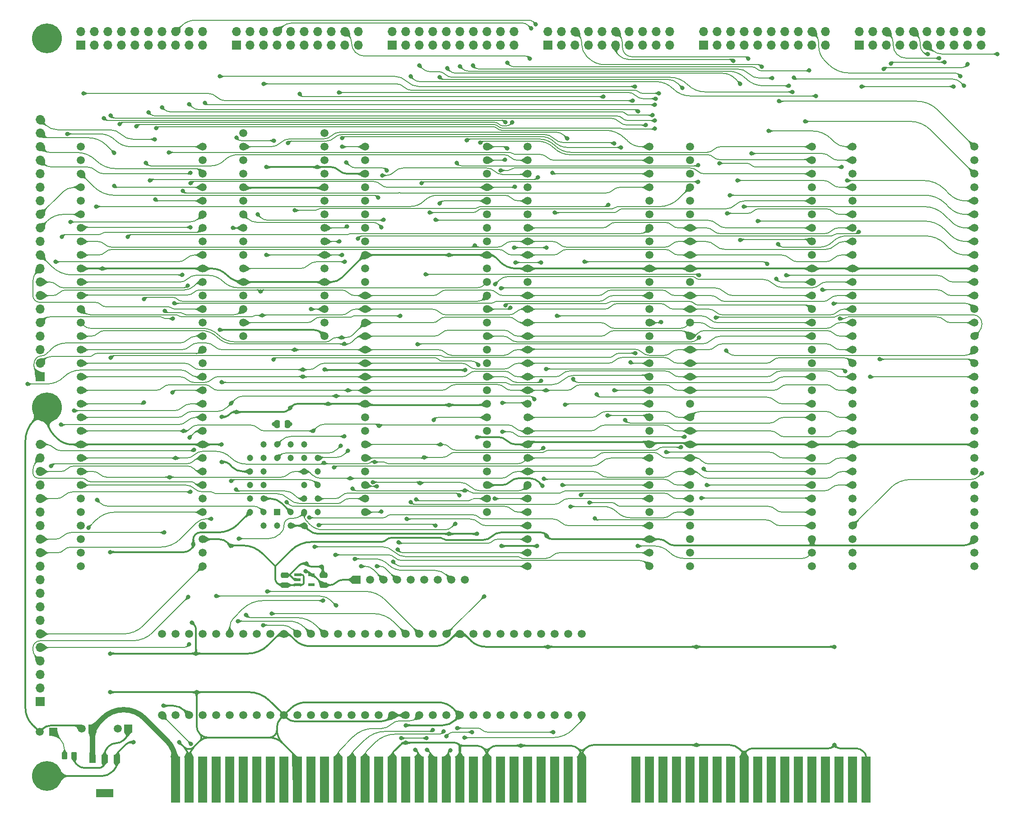
<source format=gtl>
%TF.GenerationSoftware,KiCad,Pcbnew,8.0.7*%
%TF.CreationDate,2025-01-06T08:50:41+02:00*%
%TF.ProjectId,VIA Board,56494120-426f-4617-9264-2e6b69636164,rev?*%
%TF.SameCoordinates,Original*%
%TF.FileFunction,Copper,L1,Top*%
%TF.FilePolarity,Positive*%
%FSLAX46Y46*%
G04 Gerber Fmt 4.6, Leading zero omitted, Abs format (unit mm)*
G04 Created by KiCad (PCBNEW 8.0.7) date 2025-01-06 08:50:41*
%MOMM*%
%LPD*%
G01*
G04 APERTURE LIST*
G04 Aperture macros list*
%AMRoundRect*
0 Rectangle with rounded corners*
0 $1 Rounding radius*
0 $2 $3 $4 $5 $6 $7 $8 $9 X,Y pos of 4 corners*
0 Add a 4 corners polygon primitive as box body*
4,1,4,$2,$3,$4,$5,$6,$7,$8,$9,$2,$3,0*
0 Add four circle primitives for the rounded corners*
1,1,$1+$1,$2,$3*
1,1,$1+$1,$4,$5*
1,1,$1+$1,$6,$7*
1,1,$1+$1,$8,$9*
0 Add four rect primitives between the rounded corners*
20,1,$1+$1,$2,$3,$4,$5,0*
20,1,$1+$1,$4,$5,$6,$7,0*
20,1,$1+$1,$6,$7,$8,$9,0*
20,1,$1+$1,$8,$9,$2,$3,0*%
G04 Aperture macros list end*
%TA.AperFunction,EtchedComponent*%
%ADD10C,0.000000*%
%TD*%
%TA.AperFunction,ComponentPad*%
%ADD11C,1.500000*%
%TD*%
%TA.AperFunction,SMDPad,CuDef*%
%ADD12RoundRect,0.250000X-0.250000X-0.475000X0.250000X-0.475000X0.250000X0.475000X-0.250000X0.475000X0*%
%TD*%
%TA.AperFunction,SMDPad,CuDef*%
%ADD13RoundRect,0.250000X0.475000X-0.250000X0.475000X0.250000X-0.475000X0.250000X-0.475000X-0.250000X0*%
%TD*%
%TA.AperFunction,ComponentPad*%
%ADD14R,1.700000X1.700000*%
%TD*%
%TA.AperFunction,ComponentPad*%
%ADD15O,1.700000X1.700000*%
%TD*%
%TA.AperFunction,ComponentPad*%
%ADD16R,1.500000X1.500000*%
%TD*%
%TA.AperFunction,SMDPad,CuDef*%
%ADD17R,1.150000X0.600000*%
%TD*%
%TA.AperFunction,ComponentPad*%
%ADD18C,5.600000*%
%TD*%
%TA.AperFunction,ComponentPad*%
%ADD19R,1.200000X1.200000*%
%TD*%
%TA.AperFunction,ComponentPad*%
%ADD20C,1.200000*%
%TD*%
%TA.AperFunction,SMDPad,CuDef*%
%ADD21C,0.500000*%
%TD*%
%TA.AperFunction,SMDPad,CuDef*%
%ADD22R,1.200000X1.500000*%
%TD*%
%TA.AperFunction,SMDPad,CuDef*%
%ADD23R,3.300000X1.500000*%
%TD*%
%TA.AperFunction,ConnectorPad*%
%ADD24R,1.780000X8.620000*%
%TD*%
%TA.AperFunction,SMDPad,CuDef*%
%ADD25RoundRect,0.250000X-0.262500X-0.450000X0.262500X-0.450000X0.262500X0.450000X-0.262500X0.450000X0*%
%TD*%
%TA.AperFunction,ViaPad*%
%ADD26C,0.800000*%
%TD*%
%TA.AperFunction,Conductor*%
%ADD27C,0.380000*%
%TD*%
%TA.AperFunction,Conductor*%
%ADD28C,1.000000*%
%TD*%
%TA.AperFunction,Conductor*%
%ADD29C,0.200000*%
%TD*%
G04 APERTURE END LIST*
D10*
%TA.AperFunction,EtchedComponent*%
%TO.C,NT3*%
G36*
X53640800Y5342000D02*
G01*
X53140800Y5342000D01*
X53140800Y6342000D01*
X53640800Y6342000D01*
X53640800Y5342000D01*
G37*
%TD.AperFunction*%
%TD*%
D11*
%TO.P,B7,1,PB5*%
%TO.N,/PN5*%
X127050800Y118745000D03*
%TO.P,B7,2,PB6*%
%TO.N,/PN6*%
X127050800Y116205000D03*
%TO.P,B7,3,~{IRQ}_{AB}*%
%TO.N,/~{Interrupt}_{MN}*%
X127050800Y113665000D03*
%TO.P,B7,4,PB7*%
%TO.N,/PN7*%
X127050800Y111125000D03*
%TO.P,B7,5,CB1*%
%TO.N,/CN1*%
X127050800Y108585000D03*
%TO.P,B7,6,CB2*%
%TO.N,/CN2*%
X127050800Y106045000D03*
%TO.P,B7,7,~{Reset}*%
%TO.N,/~{Reset}*%
X127050800Y103505000D03*
%TO.P,B7,8,PHI2*%
%TO.N,/PHI2*%
X127050800Y100965000D03*
%TO.P,B7,9,R~{W}*%
%TO.N,/~{WD}*%
X127050800Y98425000D03*
%TO.P,B7,10,GND*%
%TO.N,/GND*%
X127050800Y95885000D03*
%TO.P,B7,11,Device_~{CS}_{AB}*%
%TO.N,/~{CS}_{MN}*%
X127050800Y93345000D03*
%TO.P,B7,12,D7*%
%TO.N,/D7*%
X127050800Y90805000D03*
%TO.P,B7,13,D6*%
%TO.N,/D6*%
X127050800Y88265000D03*
%TO.P,B7,14,D5*%
%TO.N,/D5*%
X127050800Y85725000D03*
%TO.P,B7,15,D4*%
%TO.N,/D4*%
X127050800Y83185000D03*
%TO.P,B7,16,D3*%
%TO.N,/D3*%
X127050800Y80645000D03*
%TO.P,B7,17,D2*%
%TO.N,/D2*%
X127050800Y78105000D03*
%TO.P,B7,18,D1*%
%TO.N,/D1*%
X127050800Y75565000D03*
%TO.P,B7,19,D0*%
%TO.N,/D0*%
X127050800Y73025000D03*
%TO.P,B7,20,Device_~{CS}_{CD}*%
%TO.N,/~{CS}_{OP}*%
X127050800Y70485000D03*
%TO.P,B7,21,A3*%
%TO.N,/A3*%
X127050800Y67945000D03*
%TO.P,B7,22,A2*%
%TO.N,/A2*%
X127050800Y65405000D03*
%TO.P,B7,23,GND*%
%TO.N,/GND*%
X127050800Y62865000D03*
%TO.P,B7,24,A1*%
%TO.N,/A1*%
X127050800Y60325000D03*
%TO.P,B7,25,A0*%
%TO.N,/A0*%
X127050800Y57785000D03*
%TO.P,B7,26,~{IRQ}_{CD}*%
%TO.N,/~{Interrupt}_{OP}*%
X127050800Y55245000D03*
%TO.P,B7,27,CC2*%
%TO.N,/CO2*%
X127050800Y52705000D03*
%TO.P,B7,28,CC1*%
%TO.N,/CO1*%
X127050800Y50165000D03*
%TO.P,B7,29,PC0*%
%TO.N,/PO0*%
X127050800Y47625000D03*
%TO.P,B7,30,PC1*%
%TO.N,/PO1*%
X127050800Y45085000D03*
%TO.P,B7,31,PC2*%
%TO.N,/PO2*%
X127050800Y42545000D03*
%TO.P,B7,32,PC3*%
%TO.N,/PO3*%
X127050800Y40005000D03*
%TO.P,B7,33,PC4*%
%TO.N,/PO4*%
X149910800Y40005000D03*
%TO.P,B7,34,PC5*%
%TO.N,/PO5*%
X149910800Y42545000D03*
%TO.P,B7,35,5V*%
%TO.N,/5V*%
X149910800Y45085000D03*
%TO.P,B7,36,PC6*%
%TO.N,/PO6*%
X149910800Y47625000D03*
%TO.P,B7,37,PC7*%
%TO.N,/PO7*%
X149910800Y50165000D03*
%TO.P,B7,38,PD0*%
%TO.N,/PP0*%
X149910800Y52705000D03*
%TO.P,B7,39,PD1*%
%TO.N,/PP1*%
X149910800Y55245000D03*
%TO.P,B7,40,PD2*%
%TO.N,/PP2*%
X149910800Y57785000D03*
%TO.P,B7,41,PD3*%
%TO.N,/PP3*%
X149910800Y60325000D03*
%TO.P,B7,42,GND*%
%TO.N,/GND*%
X149910800Y62865000D03*
%TO.P,B7,43,PD4*%
%TO.N,/PP4*%
X149910800Y65405000D03*
%TO.P,B7,44,PD5*%
%TO.N,/PP5*%
X149910800Y67945000D03*
%TO.P,B7,45,PD6*%
%TO.N,/PP6*%
X149910800Y70485000D03*
%TO.P,B7,46,PD7*%
%TO.N,/PP7*%
X149910800Y73025000D03*
%TO.P,B7,47,CD1*%
%TO.N,/CP1*%
X149910800Y75565000D03*
%TO.P,B7,48,CD2*%
%TO.N,/CP2*%
X149910800Y78105000D03*
%TO.P,B7,49,CA2*%
%TO.N,/CM2*%
X149910800Y80645000D03*
%TO.P,B7,50,CA1*%
%TO.N,/CM1*%
X149910800Y83185000D03*
%TO.P,B7,51,PA0*%
%TO.N,/PM0*%
X149910800Y85725000D03*
%TO.P,B7,52,PA1*%
%TO.N,/PM1*%
X149910800Y88265000D03*
%TO.P,B7,53,PA2*%
%TO.N,/PM2*%
X149910800Y90805000D03*
%TO.P,B7,54,PA3*%
%TO.N,/PM3*%
X149910800Y93345000D03*
%TO.P,B7,55,GND*%
%TO.N,/GND*%
X149910800Y95885000D03*
%TO.P,B7,56,PA4*%
%TO.N,/PM4*%
X149910800Y98425000D03*
%TO.P,B7,57,PA5*%
%TO.N,/PM5*%
X149910800Y100965000D03*
%TO.P,B7,58,PA6*%
%TO.N,/PM6*%
X149910800Y103505000D03*
%TO.P,B7,59,PA7*%
%TO.N,/PM7*%
X149910800Y106045000D03*
%TO.P,B7,60,PB0*%
%TO.N,/PN0*%
X149910800Y108585000D03*
%TO.P,B7,61,PB1*%
%TO.N,/PN1*%
X149910800Y111125000D03*
%TO.P,B7,62,PB2*%
%TO.N,/PN2*%
X149910800Y113665000D03*
%TO.P,B7,63,PB3*%
%TO.N,/PN3*%
X149910800Y116205000D03*
%TO.P,B7,64,PB4*%
%TO.N,/PN4*%
X149910800Y118745000D03*
%TD*%
%TO.P,B1,1,PB5*%
%TO.N,/PB5*%
X-17729200Y118745000D03*
%TO.P,B1,2,PB6*%
%TO.N,/PB6*%
X-17729200Y116205000D03*
%TO.P,B1,3,~{IRQ}_{AB}*%
%TO.N,/~{Interrupt}_{AB}*%
X-17729200Y113665000D03*
%TO.P,B1,4,PB7*%
%TO.N,/PB7*%
X-17729200Y111125000D03*
%TO.P,B1,5,CB1*%
%TO.N,/CB1*%
X-17729200Y108585000D03*
%TO.P,B1,6,CB2*%
%TO.N,/CB2*%
X-17729200Y106045000D03*
%TO.P,B1,7,~{Reset}*%
%TO.N,/~{Reset}*%
X-17729200Y103505000D03*
%TO.P,B1,8,PHI2*%
%TO.N,/PHI2*%
X-17729200Y100965000D03*
%TO.P,B1,9,R~{W}*%
%TO.N,/~{WD}*%
X-17729200Y98425000D03*
%TO.P,B1,10,GND*%
%TO.N,/GND*%
X-17729200Y95885000D03*
%TO.P,B1,11,Device_~{CS}_{AB}*%
%TO.N,/~{CS}_{AB}*%
X-17729200Y93345000D03*
%TO.P,B1,12,D7*%
%TO.N,/D7*%
X-17729200Y90805000D03*
%TO.P,B1,13,D6*%
%TO.N,/D6*%
X-17729200Y88265000D03*
%TO.P,B1,14,D5*%
%TO.N,/D5*%
X-17729200Y85725000D03*
%TO.P,B1,15,D4*%
%TO.N,/D4*%
X-17729200Y83185000D03*
%TO.P,B1,16,D3*%
%TO.N,/D3*%
X-17729200Y80645000D03*
%TO.P,B1,17,D2*%
%TO.N,/D2*%
X-17729200Y78105000D03*
%TO.P,B1,18,D1*%
%TO.N,/D1*%
X-17729200Y75565000D03*
%TO.P,B1,19,D0*%
%TO.N,/D0*%
X-17729200Y73025000D03*
%TO.P,B1,20,Device_~{CS}_{CD}*%
%TO.N,/~{CS}_{CD}*%
X-17729200Y70485000D03*
%TO.P,B1,21,A3*%
%TO.N,/A3*%
X-17729200Y67945000D03*
%TO.P,B1,22,A2*%
%TO.N,/A2*%
X-17729200Y65405000D03*
%TO.P,B1,23,GND*%
%TO.N,/GND*%
X-17729200Y62865000D03*
%TO.P,B1,24,A1*%
%TO.N,/A1*%
X-17729200Y60325000D03*
%TO.P,B1,25,A0*%
%TO.N,/A0*%
X-17729200Y57785000D03*
%TO.P,B1,26,~{IRQ}_{CD}*%
%TO.N,/~{Interrupt}_{CD}*%
X-17729200Y55245000D03*
%TO.P,B1,27,CC2*%
%TO.N,/CC2*%
X-17729200Y52705000D03*
%TO.P,B1,28,CC1*%
%TO.N,/CC1*%
X-17729200Y50165000D03*
%TO.P,B1,29,PC0*%
%TO.N,/PC0*%
X-17729200Y47625000D03*
%TO.P,B1,30,PC1*%
%TO.N,/PC1*%
X-17729200Y45085000D03*
%TO.P,B1,31,PC2*%
%TO.N,/PC2*%
X-17729200Y42545000D03*
%TO.P,B1,32,PC3*%
%TO.N,/PC3*%
X-17729200Y40005000D03*
%TO.P,B1,33,PC4*%
%TO.N,/PC4*%
X5130800Y40005000D03*
%TO.P,B1,34,PC5*%
%TO.N,/PC5*%
X5130800Y42545000D03*
%TO.P,B1,35,5V*%
%TO.N,/5V*%
X5130800Y45085000D03*
%TO.P,B1,36,PC6*%
%TO.N,/PC6*%
X5130800Y47625000D03*
%TO.P,B1,37,PC7*%
%TO.N,/PC7*%
X5130800Y50165000D03*
%TO.P,B1,38,PD0*%
%TO.N,/PD0*%
X5130800Y52705000D03*
%TO.P,B1,39,PD1*%
%TO.N,/PD1*%
X5130800Y55245000D03*
%TO.P,B1,40,PD2*%
%TO.N,/PD2*%
X5130800Y57785000D03*
%TO.P,B1,41,PD3*%
%TO.N,/PD3*%
X5130800Y60325000D03*
%TO.P,B1,42,GND*%
%TO.N,/GND*%
X5130800Y62865000D03*
%TO.P,B1,43,PD4*%
%TO.N,/PD4*%
X5130800Y65405000D03*
%TO.P,B1,44,PD5*%
%TO.N,/PD5*%
X5130800Y67945000D03*
%TO.P,B1,45,PD6*%
%TO.N,/PD6*%
X5130800Y70485000D03*
%TO.P,B1,46,PD7*%
%TO.N,/PD7*%
X5130800Y73025000D03*
%TO.P,B1,47,CD1*%
%TO.N,/CD1*%
X5130800Y75565000D03*
%TO.P,B1,48,CD2*%
%TO.N,/CD2*%
X5130800Y78105000D03*
%TO.P,B1,49,CA2*%
%TO.N,/CA2*%
X5130800Y80645000D03*
%TO.P,B1,50,CA1*%
%TO.N,/CA1*%
X5130800Y83185000D03*
%TO.P,B1,51,PA0*%
%TO.N,/PA0*%
X5130800Y85725000D03*
%TO.P,B1,52,PA1*%
%TO.N,/PA1*%
X5130800Y88265000D03*
%TO.P,B1,53,PA2*%
%TO.N,/PA2*%
X5130800Y90805000D03*
%TO.P,B1,54,PA3*%
%TO.N,/PA3*%
X5130800Y93345000D03*
%TO.P,B1,55,GND*%
%TO.N,/GND*%
X5130800Y95885000D03*
%TO.P,B1,56,PA4*%
%TO.N,/PA4*%
X5130800Y98425000D03*
%TO.P,B1,57,PA5*%
%TO.N,/PA5*%
X5130800Y100965000D03*
%TO.P,B1,58,PA6*%
%TO.N,/PA6*%
X5130800Y103505000D03*
%TO.P,B1,59,PA7*%
%TO.N,/PA7*%
X5130800Y106045000D03*
%TO.P,B1,60,PB0*%
%TO.N,/PB0*%
X5130800Y108585000D03*
%TO.P,B1,61,PB1*%
%TO.N,/PB1*%
X5130800Y111125000D03*
%TO.P,B1,62,PB2*%
%TO.N,/PB2*%
X5130800Y113665000D03*
%TO.P,B1,63,PB3*%
%TO.N,/PB3*%
X5130800Y116205000D03*
%TO.P,B1,64,PB4*%
%TO.N,/PB4*%
X5130800Y118745000D03*
%TD*%
%TO.P,B2,1,A0_{IN}*%
%TO.N,/A0_{D}*%
X-2489200Y12065000D03*
%TO.P,B2,2,A1_{IN}*%
%TO.N,/A1_{D}*%
X50800Y12065000D03*
%TO.P,B2,3,5V*%
%TO.N,/5V*%
X2590800Y12065000D03*
%TO.P,B2,4,A2_{IN}*%
%TO.N,/A2_{D}*%
X5130800Y12065000D03*
%TO.P,B2,5,A3_{IN}*%
%TO.N,/A3_{D}*%
X7670800Y12065000D03*
%TO.P,B2,6,A4_{IN}*%
%TO.N,/A4_{D}*%
X10210800Y12065000D03*
%TO.P,B2,7,A5_{IN}*%
%TO.N,/A5_{D}*%
X12750800Y12065000D03*
%TO.P,B2,8,A6_{IN}*%
%TO.N,/A6_{D}*%
X15290800Y12065000D03*
%TO.P,B2,9,A7_{IN}*%
%TO.N,/A7_{D}*%
X17830800Y12065000D03*
%TO.P,B2,10,GND*%
%TO.N,/GND*%
X20370800Y12065000D03*
%TO.P,B2,11,A8_{IN}*%
%TO.N,/A8_{D}*%
X22910800Y12065000D03*
%TO.P,B2,12,A9_{IN}*%
%TO.N,/A9_{D}*%
X25450800Y12065000D03*
%TO.P,B2,13,A10_{IN}*%
%TO.N,/A10_{D}*%
X27990800Y12065000D03*
%TO.P,B2,14,A11_{IN}*%
%TO.N,/A11_{D}*%
X30530800Y12065000D03*
%TO.P,B2,15,A12_{IN}*%
%TO.N,/A12_{D}*%
X33070800Y12065000D03*
%TO.P,B2,16,A13_{IN}*%
%TO.N,/A13_{D}*%
X35610800Y12065000D03*
%TO.P,B2,17,A14_{IN}*%
%TO.N,/A14_{D}*%
X38150800Y12065000D03*
%TO.P,B2,18,A15_{IN}*%
%TO.N,/GND*%
X40690800Y12065000D03*
%TO.P,B2,19,A16_{IN}*%
X43230800Y12065000D03*
%TO.P,B2,20,~{RD}_{IN}*%
%TO.N,/~{RD}_{D}*%
X45770800Y12065000D03*
%TO.P,B2,21,~{WD}_{IN}*%
%TO.N,/~{WD}_{D}*%
X48310800Y12065000D03*
%TO.P,B2,22,S_{IN}*%
%TO.N,/CLK_{D}*%
X50850800Y12065000D03*
%TO.P,B2,23,GND*%
%TO.N,/GND*%
X53390800Y12065000D03*
%TO.P,B2,24,D7_{IN/OUT}*%
%TO.N,/D7_{D}*%
X55930800Y12065000D03*
%TO.P,B2,25,D6_{IN/OUT}*%
%TO.N,/D6_{D}*%
X58470800Y12065000D03*
%TO.P,B2,26,D5_{IN/OUT}*%
%TO.N,/D5_{D}*%
X61010800Y12065000D03*
%TO.P,B2,27,D4_{IN/OUT}*%
%TO.N,/D4_{D}*%
X63550800Y12065000D03*
%TO.P,B2,28,D3_{IN/OUT}*%
%TO.N,/D3_{D}*%
X66090800Y12065000D03*
%TO.P,B2,29,D2_{IN/OUT}*%
%TO.N,/D2_{D}*%
X68630800Y12065000D03*
%TO.P,B2,30,D1_{IN/OUT}*%
%TO.N,/D1_{D}*%
X71170800Y12065000D03*
%TO.P,B2,31,D0_{IN/OUT}*%
%TO.N,/D0_{D}*%
X73710800Y12065000D03*
%TO.P,B2,32,Deivce_~{CS}_{IN}*%
%TO.N,/~{Select}_{D}*%
X76250800Y12065000D03*
%TO.P,B2,33,Deivce_~{CS}*%
%TO.N,/~{Device Select}*%
X76250800Y27305000D03*
%TO.P,B2,34,D0*%
%TO.N,/D0*%
X73710800Y27305000D03*
%TO.P,B2,35,5V*%
%TO.N,/5V*%
X71170800Y27305000D03*
%TO.P,B2,36,D1*%
%TO.N,/D1*%
X68630800Y27305000D03*
%TO.P,B2,37,D2*%
%TO.N,/D2*%
X66090800Y27305000D03*
%TO.P,B2,38,D3*%
%TO.N,/D3*%
X63550800Y27305000D03*
%TO.P,B2,39,D4*%
%TO.N,/D4*%
X61010800Y27305000D03*
%TO.P,B2,40,D5*%
%TO.N,/D5*%
X58470800Y27305000D03*
%TO.P,B2,41,D6*%
%TO.N,/D6*%
X55930800Y27305000D03*
%TO.P,B2,42,GND*%
%TO.N,/GND*%
X53390800Y27305000D03*
%TO.P,B2,43,D7*%
%TO.N,/D7*%
X50850800Y27305000D03*
%TO.P,B2,44,S*%
%TO.N,/CLK*%
X48310800Y27305000D03*
%TO.P,B2,45,~{WD}*%
%TO.N,/~{WD}*%
X45770800Y27305000D03*
%TO.P,B2,46,~{RD}*%
%TO.N,/~{RD}*%
X43230800Y27305000D03*
%TO.P,B2,47,A16*%
%TO.N,unconnected-(B2-A16-Pad47)*%
X40690800Y27305000D03*
%TO.P,B2,48,A15*%
%TO.N,unconnected-(B2-A15-Pad48)*%
X38150800Y27305000D03*
%TO.P,B2,49,A14*%
%TO.N,/A14*%
X35610800Y27305000D03*
%TO.P,B2,50,A13*%
%TO.N,/A13*%
X33070800Y27305000D03*
%TO.P,B2,51,A12*%
%TO.N,/A12*%
X30530800Y27305000D03*
%TO.P,B2,52,A11*%
%TO.N,/A11*%
X27990800Y27305000D03*
%TO.P,B2,53,A10*%
%TO.N,/A10*%
X25450800Y27305000D03*
%TO.P,B2,54,A9*%
%TO.N,/A9*%
X22910800Y27305000D03*
%TO.P,B2,55,GND*%
%TO.N,/GND*%
X20370800Y27305000D03*
%TO.P,B2,56,A8*%
%TO.N,/A8*%
X17830800Y27305000D03*
%TO.P,B2,57,A7*%
%TO.N,/A7*%
X15290800Y27305000D03*
%TO.P,B2,58,A6*%
%TO.N,/A6*%
X12750800Y27305000D03*
%TO.P,B2,59,A5*%
%TO.N,/A5*%
X10210800Y27305000D03*
%TO.P,B2,60,A4*%
%TO.N,/A4*%
X7670800Y27305000D03*
%TO.P,B2,61,A3*%
%TO.N,/A3*%
X5130800Y27305000D03*
%TO.P,B2,62,A2*%
%TO.N,/A2*%
X2590800Y27305000D03*
%TO.P,B2,63,A1*%
%TO.N,/A1*%
X50800Y27305000D03*
%TO.P,B2,64,A0*%
%TO.N,/A0*%
X-2489200Y27305000D03*
%TD*%
%TO.P,B6,1,PB5*%
%TO.N,/PJ5*%
X96570800Y118745000D03*
%TO.P,B6,2,PB6*%
%TO.N,/PJ6*%
X96570800Y116205000D03*
%TO.P,B6,3,~{IRQ}_{AB}*%
%TO.N,/~{Interrupt}_{XJ}*%
X96570800Y113665000D03*
%TO.P,B6,4,PB7*%
%TO.N,/PJ7*%
X96570800Y111125000D03*
%TO.P,B6,5,CB1*%
%TO.N,/CJ1*%
X96570800Y108585000D03*
%TO.P,B6,6,CB2*%
%TO.N,/CJ2*%
X96570800Y106045000D03*
%TO.P,B6,7,~{Reset}*%
%TO.N,/~{Reset}*%
X96570800Y103505000D03*
%TO.P,B6,8,PHI2*%
%TO.N,/PHI2*%
X96570800Y100965000D03*
%TO.P,B6,9,R~{W}*%
%TO.N,/~{WD}*%
X96570800Y98425000D03*
%TO.P,B6,10,GND*%
%TO.N,/GND*%
X96570800Y95885000D03*
%TO.P,B6,11,Device_~{CS}_{AB}*%
%TO.N,/~{CS}_{XJ}*%
X96570800Y93345000D03*
%TO.P,B6,12,D7*%
%TO.N,/D7*%
X96570800Y90805000D03*
%TO.P,B6,13,D6*%
%TO.N,/D6*%
X96570800Y88265000D03*
%TO.P,B6,14,D5*%
%TO.N,/D5*%
X96570800Y85725000D03*
%TO.P,B6,15,D4*%
%TO.N,/D4*%
X96570800Y83185000D03*
%TO.P,B6,16,D3*%
%TO.N,/D3*%
X96570800Y80645000D03*
%TO.P,B6,17,D2*%
%TO.N,/D2*%
X96570800Y78105000D03*
%TO.P,B6,18,D1*%
%TO.N,/D1*%
X96570800Y75565000D03*
%TO.P,B6,19,D0*%
%TO.N,/D0*%
X96570800Y73025000D03*
%TO.P,B6,20,Device_~{CS}_{CD}*%
%TO.N,/~{CS}_{KL}*%
X96570800Y70485000D03*
%TO.P,B6,21,A3*%
%TO.N,/A3*%
X96570800Y67945000D03*
%TO.P,B6,22,A2*%
%TO.N,/A2*%
X96570800Y65405000D03*
%TO.P,B6,23,GND*%
%TO.N,/GND*%
X96570800Y62865000D03*
%TO.P,B6,24,A1*%
%TO.N,/A1*%
X96570800Y60325000D03*
%TO.P,B6,25,A0*%
%TO.N,/A0*%
X96570800Y57785000D03*
%TO.P,B6,26,~{IRQ}_{CD}*%
%TO.N,/~{Interrupt}_{KL}*%
X96570800Y55245000D03*
%TO.P,B6,27,CC2*%
%TO.N,/CK2*%
X96570800Y52705000D03*
%TO.P,B6,28,CC1*%
%TO.N,/CK1*%
X96570800Y50165000D03*
%TO.P,B6,29,PC0*%
%TO.N,/PK0*%
X96570800Y47625000D03*
%TO.P,B6,30,PC1*%
%TO.N,/PK1*%
X96570800Y45085000D03*
%TO.P,B6,31,PC2*%
%TO.N,/PK2*%
X96570800Y42545000D03*
%TO.P,B6,32,PC3*%
%TO.N,/PK3*%
X96570800Y40005000D03*
%TO.P,B6,33,PC4*%
%TO.N,/PK4*%
X119430800Y40005000D03*
%TO.P,B6,34,PC5*%
%TO.N,/PK5*%
X119430800Y42545000D03*
%TO.P,B6,35,5V*%
%TO.N,/5V*%
X119430800Y45085000D03*
%TO.P,B6,36,PC6*%
%TO.N,/PK6*%
X119430800Y47625000D03*
%TO.P,B6,37,PC7*%
%TO.N,/PK7*%
X119430800Y50165000D03*
%TO.P,B6,38,PD0*%
%TO.N,/PL0*%
X119430800Y52705000D03*
%TO.P,B6,39,PD1*%
%TO.N,/PL1*%
X119430800Y55245000D03*
%TO.P,B6,40,PD2*%
%TO.N,/PL2*%
X119430800Y57785000D03*
%TO.P,B6,41,PD3*%
%TO.N,/PL3*%
X119430800Y60325000D03*
%TO.P,B6,42,GND*%
%TO.N,/GND*%
X119430800Y62865000D03*
%TO.P,B6,43,PD4*%
%TO.N,/PL4*%
X119430800Y65405000D03*
%TO.P,B6,44,PD5*%
%TO.N,/PL5*%
X119430800Y67945000D03*
%TO.P,B6,45,PD6*%
%TO.N,/PL6*%
X119430800Y70485000D03*
%TO.P,B6,46,PD7*%
%TO.N,/PL7*%
X119430800Y73025000D03*
%TO.P,B6,47,CD1*%
%TO.N,/CL1*%
X119430800Y75565000D03*
%TO.P,B6,48,CD2*%
%TO.N,/CL2*%
X119430800Y78105000D03*
%TO.P,B6,49,CA2*%
%TO.N,/CX2*%
X119430800Y80645000D03*
%TO.P,B6,50,CA1*%
%TO.N,/CX1*%
X119430800Y83185000D03*
%TO.P,B6,51,PA0*%
%TO.N,/PX0*%
X119430800Y85725000D03*
%TO.P,B6,52,PA1*%
%TO.N,/PX1*%
X119430800Y88265000D03*
%TO.P,B6,53,PA2*%
%TO.N,/PX2*%
X119430800Y90805000D03*
%TO.P,B6,54,PA3*%
%TO.N,/PX3*%
X119430800Y93345000D03*
%TO.P,B6,55,GND*%
%TO.N,/GND*%
X119430800Y95885000D03*
%TO.P,B6,56,PA4*%
%TO.N,/PX4*%
X119430800Y98425000D03*
%TO.P,B6,57,PA5*%
%TO.N,/PX5*%
X119430800Y100965000D03*
%TO.P,B6,58,PA6*%
%TO.N,/PX6*%
X119430800Y103505000D03*
%TO.P,B6,59,PA7*%
%TO.N,/PX7*%
X119430800Y106045000D03*
%TO.P,B6,60,PB0*%
%TO.N,/PJ0*%
X119430800Y108585000D03*
%TO.P,B6,61,PB1*%
%TO.N,/PJ1*%
X119430800Y111125000D03*
%TO.P,B6,62,PB2*%
%TO.N,/PJ2*%
X119430800Y113665000D03*
%TO.P,B6,63,PB3*%
%TO.N,/PJ3*%
X119430800Y116205000D03*
%TO.P,B6,64,PB4*%
%TO.N,/PJ4*%
X119430800Y118745000D03*
%TD*%
%TO.P,B4,1,PB5*%
%TO.N,/PF5*%
X66090800Y118745000D03*
%TO.P,B4,2,PB6*%
%TO.N,/PF6*%
X66090800Y116205000D03*
%TO.P,B4,3,~{IRQ}_{AB}*%
%TO.N,/~{Interrupt}_{EF}*%
X66090800Y113665000D03*
%TO.P,B4,4,PB7*%
%TO.N,/PF7*%
X66090800Y111125000D03*
%TO.P,B4,5,CB1*%
%TO.N,/CF1*%
X66090800Y108585000D03*
%TO.P,B4,6,CB2*%
%TO.N,/CF2*%
X66090800Y106045000D03*
%TO.P,B4,7,~{Reset}*%
%TO.N,/~{Reset}*%
X66090800Y103505000D03*
%TO.P,B4,8,PHI2*%
%TO.N,/PHI2*%
X66090800Y100965000D03*
%TO.P,B4,9,R~{W}*%
%TO.N,/~{WD}*%
X66090800Y98425000D03*
%TO.P,B4,10,GND*%
%TO.N,/GND*%
X66090800Y95885000D03*
%TO.P,B4,11,Device_~{CS}_{AB}*%
%TO.N,/~{CS}_{EF}*%
X66090800Y93345000D03*
%TO.P,B4,12,D7*%
%TO.N,/D7*%
X66090800Y90805000D03*
%TO.P,B4,13,D6*%
%TO.N,/D6*%
X66090800Y88265000D03*
%TO.P,B4,14,D5*%
%TO.N,/D5*%
X66090800Y85725000D03*
%TO.P,B4,15,D4*%
%TO.N,/D4*%
X66090800Y83185000D03*
%TO.P,B4,16,D3*%
%TO.N,/D3*%
X66090800Y80645000D03*
%TO.P,B4,17,D2*%
%TO.N,/D2*%
X66090800Y78105000D03*
%TO.P,B4,18,D1*%
%TO.N,/D1*%
X66090800Y75565000D03*
%TO.P,B4,19,D0*%
%TO.N,/D0*%
X66090800Y73025000D03*
%TO.P,B4,20,Device_~{CS}_{CD}*%
%TO.N,/~{CS}_{GH}*%
X66090800Y70485000D03*
%TO.P,B4,21,A3*%
%TO.N,/A3*%
X66090800Y67945000D03*
%TO.P,B4,22,A2*%
%TO.N,/A2*%
X66090800Y65405000D03*
%TO.P,B4,23,GND*%
%TO.N,/GND*%
X66090800Y62865000D03*
%TO.P,B4,24,A1*%
%TO.N,/A1*%
X66090800Y60325000D03*
%TO.P,B4,25,A0*%
%TO.N,/A0*%
X66090800Y57785000D03*
%TO.P,B4,26,~{IRQ}_{CD}*%
%TO.N,/~{Interrupt}_{GH}*%
X66090800Y55245000D03*
%TO.P,B4,27,CC2*%
%TO.N,/CG2*%
X66090800Y52705000D03*
%TO.P,B4,28,CC1*%
%TO.N,/CG1*%
X66090800Y50165000D03*
%TO.P,B4,29,PC0*%
%TO.N,/PG0*%
X66090800Y47625000D03*
%TO.P,B4,30,PC1*%
%TO.N,/PG1*%
X66090800Y45085000D03*
%TO.P,B4,31,PC2*%
%TO.N,/PG2*%
X66090800Y42545000D03*
%TO.P,B4,32,PC3*%
%TO.N,/PG3*%
X66090800Y40005000D03*
%TO.P,B4,33,PC4*%
%TO.N,/PG4*%
X88950800Y40005000D03*
%TO.P,B4,34,PC5*%
%TO.N,/PG5*%
X88950800Y42545000D03*
%TO.P,B4,35,5V*%
%TO.N,/5V*%
X88950800Y45085000D03*
%TO.P,B4,36,PC6*%
%TO.N,/PG6*%
X88950800Y47625000D03*
%TO.P,B4,37,PC7*%
%TO.N,/PG7*%
X88950800Y50165000D03*
%TO.P,B4,38,PD0*%
%TO.N,/PH0*%
X88950800Y52705000D03*
%TO.P,B4,39,PD1*%
%TO.N,/PH1*%
X88950800Y55245000D03*
%TO.P,B4,40,PD2*%
%TO.N,/PH2*%
X88950800Y57785000D03*
%TO.P,B4,41,PD3*%
%TO.N,/PH3*%
X88950800Y60325000D03*
%TO.P,B4,42,GND*%
%TO.N,/GND*%
X88950800Y62865000D03*
%TO.P,B4,43,PD4*%
%TO.N,/PH4*%
X88950800Y65405000D03*
%TO.P,B4,44,PD5*%
%TO.N,/PH5*%
X88950800Y67945000D03*
%TO.P,B4,45,PD6*%
%TO.N,/PH6*%
X88950800Y70485000D03*
%TO.P,B4,46,PD7*%
%TO.N,/PH7*%
X88950800Y73025000D03*
%TO.P,B4,47,CD1*%
%TO.N,/CH1*%
X88950800Y75565000D03*
%TO.P,B4,48,CD2*%
%TO.N,/CH2*%
X88950800Y78105000D03*
%TO.P,B4,49,CA2*%
%TO.N,/CE2*%
X88950800Y80645000D03*
%TO.P,B4,50,CA1*%
%TO.N,/CE1*%
X88950800Y83185000D03*
%TO.P,B4,51,PA0*%
%TO.N,/PE0*%
X88950800Y85725000D03*
%TO.P,B4,52,PA1*%
%TO.N,/PE1*%
X88950800Y88265000D03*
%TO.P,B4,53,PA2*%
%TO.N,/PE2*%
X88950800Y90805000D03*
%TO.P,B4,54,PA3*%
%TO.N,/PE3*%
X88950800Y93345000D03*
%TO.P,B4,55,GND*%
%TO.N,/GND*%
X88950800Y95885000D03*
%TO.P,B4,56,PA4*%
%TO.N,/PE4*%
X88950800Y98425000D03*
%TO.P,B4,57,PA5*%
%TO.N,/PE5*%
X88950800Y100965000D03*
%TO.P,B4,58,PA6*%
%TO.N,/PE6*%
X88950800Y103505000D03*
%TO.P,B4,59,PA7*%
%TO.N,/PE7*%
X88950800Y106045000D03*
%TO.P,B4,60,PB0*%
%TO.N,/PF0*%
X88950800Y108585000D03*
%TO.P,B4,61,PB1*%
%TO.N,/PF1*%
X88950800Y111125000D03*
%TO.P,B4,62,PB2*%
%TO.N,/PF2*%
X88950800Y113665000D03*
%TO.P,B4,63,PB3*%
%TO.N,/PF3*%
X88950800Y116205000D03*
%TO.P,B4,64,PB4*%
%TO.N,/PF4*%
X88950800Y118745000D03*
%TD*%
%TO.P,B3,1,5V*%
%TO.N,/5V*%
X12750800Y121285000D03*
%TO.P,B3,2,~{Device_Select}*%
%TO.N,/~{Device Select}*%
X12750800Y118745000D03*
%TO.P,B3,3,A16*%
%TO.N,/GND*%
X12750800Y116205000D03*
%TO.P,B3,4,A15*%
X12750800Y113665000D03*
%TO.P,B3,5,GND*%
X12750800Y111125000D03*
%TO.P,B3,6,A14*%
%TO.N,/A14*%
X12750800Y108585000D03*
%TO.P,B3,7,A13*%
%TO.N,/A13*%
X12750800Y106045000D03*
%TO.P,B3,8,A12*%
%TO.N,/A12*%
X12750800Y103505000D03*
%TO.P,B3,9,A11*%
%TO.N,/A11*%
X12750800Y100965000D03*
%TO.P,B3,10,A10*%
%TO.N,/A10*%
X12750800Y98425000D03*
%TO.P,B3,11,A4*%
%TO.N,/A4*%
X12750800Y95885000D03*
%TO.P,B3,12,GND*%
%TO.N,/GND*%
X12750800Y93345000D03*
%TO.P,B3,13,A3*%
%TO.N,/A3*%
X12750800Y90805000D03*
%TO.P,B3,14,~{Reset}_{IN2}*%
%TO.N,/~{Reset}_{System}*%
X12750800Y88265000D03*
%TO.P,B3,15,~{Reset}_{IN1}*%
%TO.N,/~{Reset}_{D}*%
X12750800Y85725000D03*
%TO.P,B3,16,N.C.*%
%TO.N,unconnected-(B3-N.C.-Pad16)*%
X12750800Y83185000D03*
%TO.P,B3,17,5V*%
%TO.N,/5V*%
X27990800Y83185000D03*
%TO.P,B3,18,Reset_{OUT}*%
%TO.N,unconnected-(B3-Reset_{OUT}-Pad18)*%
X27990800Y85725000D03*
%TO.P,B3,19,~{Reset}_{OUT}*%
%TO.N,/~{Reset}_{3V}*%
X27990800Y88265000D03*
%TO.P,B3,20,~{A3}*%
%TO.N,unconnected-(B3-~{A3}-Pad20)*%
X27990800Y90805000D03*
%TO.P,B3,21,GND*%
%TO.N,/GND*%
X27990800Y93345000D03*
%TO.P,B3,22,~{A4}*%
%TO.N,unconnected-(B3-~{A4}-Pad22)*%
X27990800Y95885000D03*
%TO.P,B3,23,~{Device_RAM}*%
%TO.N,/~{Device ROM}*%
X27990800Y98425000D03*
%TO.P,B3,24,~{Device_Registers}*%
%TO.N,/~{Device Registers}*%
X27990800Y100965000D03*
%TO.P,B3,25,~{Device_ROM}*%
%TO.N,/~{Device RAM}*%
X27990800Y103505000D03*
%TO.P,B3,26,N.C.*%
%TO.N,unconnected-(B3-N.C.-Pad26)*%
X27990800Y106045000D03*
%TO.P,B3,27,N.C.*%
%TO.N,unconnected-(B3-N.C.-Pad27)*%
X27990800Y108585000D03*
%TO.P,B3,28,GND*%
%TO.N,/GND*%
X27990800Y111125000D03*
%TO.P,B3,29,N.C.*%
%TO.N,unconnected-(B3-N.C.-Pad29)*%
X27990800Y113665000D03*
%TO.P,B3,30,N.C.*%
%TO.N,unconnected-(B3-N.C.-Pad30)*%
X27990800Y116205000D03*
%TO.P,B3,31,N.C.*%
%TO.N,unconnected-(B3-N.C.-Pad31)*%
X27990800Y118745000D03*
%TO.P,B3,32,N.C.*%
%TO.N,unconnected-(B3-N.C.-Pad32)*%
X27990800Y121285000D03*
%TD*%
%TO.P,B5,1,~{Reset}*%
%TO.N,/~{Reset}_{3V}*%
X35610800Y118745000D03*
%TO.P,B5,2,~{Device_Registers}*%
%TO.N,/~{Device Registers}*%
X35610800Y116205000D03*
%TO.P,B5,3,5V*%
%TO.N,/5V*%
X35610800Y113665000D03*
%TO.P,B5,4,~{Device_ROM}*%
%TO.N,/~{Device ROM}*%
X35610800Y111125000D03*
%TO.P,B5,5,~{Device_RAM}*%
%TO.N,/~{Device RAM}*%
X35610800Y108585000D03*
%TO.P,B5,6,A4*%
%TO.N,/A4*%
X35610800Y106045000D03*
%TO.P,B5,7,A3*%
%TO.N,/A3*%
X35610800Y103505000D03*
%TO.P,B5,8,A2*%
%TO.N,/A2*%
X35610800Y100965000D03*
%TO.P,B5,9,GND*%
%TO.N,/GND*%
X35610800Y98425000D03*
%TO.P,B5,10,A1*%
%TO.N,/A1*%
X35610800Y95885000D03*
%TO.P,B5,11,A0*%
%TO.N,/A0*%
X35610800Y93345000D03*
%TO.P,B5,12,D7*%
%TO.N,/D7*%
X35610800Y90805000D03*
%TO.P,B5,13,D6*%
%TO.N,/D6*%
X35610800Y88265000D03*
%TO.P,B5,14,D5*%
%TO.N,/D5*%
X35610800Y85725000D03*
%TO.P,B5,15,D4*%
%TO.N,/D4*%
X35610800Y83185000D03*
%TO.P,B5,16,D3*%
%TO.N,/D3*%
X35610800Y80645000D03*
%TO.P,B5,17,D2*%
%TO.N,/D2*%
X35610800Y78105000D03*
%TO.P,B5,18,D1*%
%TO.N,/D1*%
X35610800Y75565000D03*
%TO.P,B5,19,D0*%
%TO.N,/D0*%
X35610800Y73025000D03*
%TO.P,B5,20,GND*%
%TO.N,/GND*%
X35610800Y70485000D03*
%TO.P,B5,21,~{IRQ}_{OP}*%
%TO.N,/~{Interrupt}_{OP}*%
X35610800Y67945000D03*
%TO.P,B5,22,~{IRQ}_{MN}*%
%TO.N,/~{Interrupt}_{MN}*%
X35610800Y65405000D03*
%TO.P,B5,23,~{IRQ}_{KL}*%
%TO.N,/~{Interrupt}_{KL}*%
X35610800Y62865000D03*
%TO.P,B5,24,~{IRQ}_{XJ}*%
%TO.N,/~{Interrupt}_{XJ}*%
X35610800Y60325000D03*
%TO.P,B5,25,~{IRQ}_{GH}*%
%TO.N,/~{Interrupt}_{GH}*%
X35610800Y57785000D03*
%TO.P,B5,26,~{IRQ}_{EF}*%
%TO.N,/~{Interrupt}_{EF}*%
X35610800Y55245000D03*
%TO.P,B5,27,~{IRQ}_{CD}*%
%TO.N,/~{Interrupt}_{CD}*%
X35610800Y52705000D03*
%TO.P,B5,28,~{IRQ}_{AB}*%
%TO.N,/~{Interrupt}_{AB}*%
X35610800Y50165000D03*
%TO.P,B5,29,N.C.*%
%TO.N,unconnected-(B5-N.C.-Pad29)*%
X58470800Y50165000D03*
%TO.P,B5,30,~{IRQ}*%
%TO.N,/~{Interrupt}_{D}*%
X58470800Y52705000D03*
%TO.P,B5,31,5V*%
%TO.N,/5V*%
X58470800Y55245000D03*
%TO.P,B5,32,VIA_PHI2_{5V}*%
%TO.N,/PHI2*%
X58470800Y57785000D03*
%TO.P,B5,33,N.C.*%
%TO.N,unconnected-(B5-N.C.-Pad33)*%
X58470800Y60325000D03*
%TO.P,B5,34,N.C.*%
%TO.N,unconnected-(B5-N.C.-Pad34)*%
X58470800Y62865000D03*
%TO.P,B5,35,N.C.*%
%TO.N,unconnected-(B5-N.C.-Pad35)*%
X58470800Y65405000D03*
%TO.P,B5,36,CLK*%
%TO.N,/CLK*%
X58470800Y67945000D03*
%TO.P,B5,37,GND*%
%TO.N,/GND*%
X58470800Y70485000D03*
%TO.P,B5,38,N.C.*%
%TO.N,unconnected-(B5-N.C.-Pad38)*%
X58470800Y73025000D03*
%TO.P,B5,39,~{CS}_{OP_5V}*%
%TO.N,/~{CS}_{OP}*%
X58470800Y75565000D03*
%TO.P,B5,40,~{CS}_{MN_5V}*%
%TO.N,/~{CS}_{MN}*%
X58470800Y78105000D03*
%TO.P,B5,41,~{CS}_{KL_5V}*%
%TO.N,/~{CS}_{KL}*%
X58470800Y80645000D03*
%TO.P,B5,42,~{CS}_{XJ_5V}*%
%TO.N,/~{CS}_{XJ}*%
X58470800Y83185000D03*
%TO.P,B5,43,~{CS}_{GH_5V}*%
%TO.N,/~{CS}_{GH}*%
X58470800Y85725000D03*
%TO.P,B5,44,~{CS}_{EF_5V}*%
%TO.N,/~{CS}_{EF}*%
X58470800Y88265000D03*
%TO.P,B5,45,~{CS}_{CD_5V}*%
%TO.N,/~{CS}_{CD}*%
X58470800Y90805000D03*
%TO.P,B5,46,~{CS}_{AB_5V}*%
%TO.N,/~{CS}_{AB}*%
X58470800Y93345000D03*
%TO.P,B5,47,N.C.*%
%TO.N,unconnected-(B5-N.C.-Pad47)*%
X58470800Y95885000D03*
%TO.P,B5,48,GND*%
%TO.N,/GND*%
X58470800Y98425000D03*
%TO.P,B5,49,N.C.*%
%TO.N,unconnected-(B5-N.C.-Pad49)*%
X58470800Y100965000D03*
%TO.P,B5,50,A5*%
%TO.N,/A5*%
X58470800Y103505000D03*
%TO.P,B5,51,A6*%
%TO.N,/A6*%
X58470800Y106045000D03*
%TO.P,B5,52,A7*%
%TO.N,/A7*%
X58470800Y108585000D03*
%TO.P,B5,53,~{Reset}_{5V}*%
%TO.N,/~{Reset}*%
X58470800Y111125000D03*
%TO.P,B5,54,H0*%
%TO.N,/H2_{D}*%
X58470800Y113665000D03*
%TO.P,B5,55,H1*%
%TO.N,/H1_{D}*%
X58470800Y116205000D03*
%TO.P,B5,56,H2*%
%TO.N,/H0_{D}*%
X58470800Y118745000D03*
%TD*%
D12*
%TO.P,C5,1*%
%TO.N,/3.3V*%
X19100800Y66675000D03*
%TO.P,C5,2*%
%TO.N,/GND*%
X21000800Y66675000D03*
%TD*%
D13*
%TO.P,C3,1*%
%TO.N,/5V*%
X20527800Y36470000D03*
%TO.P,C3,2*%
%TO.N,/GND*%
X20527800Y38370000D03*
%TD*%
D14*
%TO.P,J4,1,Pin_1*%
%TO.N,/CG1*%
X11480800Y137795000D03*
D15*
%TO.P,J4,2,Pin_2*%
%TO.N,/CH1*%
X11480800Y140335000D03*
%TO.P,J4,3,Pin_3*%
%TO.N,/CG2*%
X14020800Y137795000D03*
%TO.P,J4,4,Pin_4*%
%TO.N,/CH2*%
X14020800Y140335000D03*
%TO.P,J4,5,Pin_5*%
%TO.N,/PG7*%
X16560800Y137795000D03*
%TO.P,J4,6,Pin_6*%
%TO.N,/PH7*%
X16560800Y140335000D03*
%TO.P,J4,7,Pin_7*%
%TO.N,/PG6*%
X19100800Y137795000D03*
%TO.P,J4,8,Pin_8*%
%TO.N,/PH6*%
X19100800Y140335000D03*
%TO.P,J4,9,Pin_9*%
%TO.N,/PG5*%
X21640800Y137795000D03*
%TO.P,J4,10,Pin_10*%
%TO.N,/PH5*%
X21640800Y140335000D03*
%TO.P,J4,11,Pin_11*%
%TO.N,/PG4*%
X24180800Y137795000D03*
%TO.P,J4,12,Pin_12*%
%TO.N,/PH4*%
X24180800Y140335000D03*
%TO.P,J4,13,Pin_13*%
%TO.N,/PG3*%
X26720800Y137795000D03*
%TO.P,J4,14,Pin_14*%
%TO.N,/PH3*%
X26720800Y140335000D03*
%TO.P,J4,15,Pin_15*%
%TO.N,/PG2*%
X29260800Y137795000D03*
%TO.P,J4,16,Pin_16*%
%TO.N,/PH2*%
X29260800Y140335000D03*
%TO.P,J4,17,Pin_17*%
%TO.N,/PG1*%
X31800800Y137795000D03*
%TO.P,J4,18,Pin_18*%
%TO.N,/PH1*%
X31800800Y140335000D03*
%TO.P,J4,19,Pin_19*%
%TO.N,/PG0*%
X34340800Y137795000D03*
%TO.P,J4,20,Pin_20*%
%TO.N,/PH0*%
X34340800Y140335000D03*
%TD*%
D14*
%TO.P,J6,1,Pin_1*%
%TO.N,/CX1*%
X40690800Y137795000D03*
D15*
%TO.P,J6,2,Pin_2*%
%TO.N,/CJ1*%
X40690800Y140335000D03*
%TO.P,J6,3,Pin_3*%
%TO.N,/CX2*%
X43230800Y137795000D03*
%TO.P,J6,4,Pin_4*%
%TO.N,/CJ2*%
X43230800Y140335000D03*
%TO.P,J6,5,Pin_5*%
%TO.N,/PX7*%
X45770800Y137795000D03*
%TO.P,J6,6,Pin_6*%
%TO.N,/PJ7*%
X45770800Y140335000D03*
%TO.P,J6,7,Pin_7*%
%TO.N,/PX6*%
X48310800Y137795000D03*
%TO.P,J6,8,Pin_8*%
%TO.N,/PJ6*%
X48310800Y140335000D03*
%TO.P,J6,9,Pin_9*%
%TO.N,/PX5*%
X50850800Y137795000D03*
%TO.P,J6,10,Pin_10*%
%TO.N,/PJ5*%
X50850800Y140335000D03*
%TO.P,J6,11,Pin_11*%
%TO.N,/PX4*%
X53390800Y137795000D03*
%TO.P,J6,12,Pin_12*%
%TO.N,/PJ4*%
X53390800Y140335000D03*
%TO.P,J6,13,Pin_13*%
%TO.N,/PX3*%
X55930800Y137795000D03*
%TO.P,J6,14,Pin_14*%
%TO.N,/PJ3*%
X55930800Y140335000D03*
%TO.P,J6,15,Pin_15*%
%TO.N,/PX2*%
X58470800Y137795000D03*
%TO.P,J6,16,Pin_16*%
%TO.N,/PJ2*%
X58470800Y140335000D03*
%TO.P,J6,17,Pin_17*%
%TO.N,/PX1*%
X61010800Y137795000D03*
%TO.P,J6,18,Pin_18*%
%TO.N,/PJ1*%
X61010800Y140335000D03*
%TO.P,J6,19,Pin_19*%
%TO.N,/PX0*%
X63550800Y137795000D03*
%TO.P,J6,20,Pin_20*%
%TO.N,/PJ0*%
X63550800Y140335000D03*
%TD*%
D16*
%TO.P,RN1,1,PC*%
%TO.N,/3.3V*%
X33959800Y37465000D03*
D11*
%TO.P,RN1,2,R1*%
%TO.N,/~{Interrupt}_{AB}*%
X36499800Y37465000D03*
%TO.P,RN1,3,R2*%
%TO.N,/~{Interrupt}_{CD}*%
X39039800Y37465000D03*
%TO.P,RN1,4,R3*%
%TO.N,/~{Interrupt}_{EF}*%
X41579800Y37465000D03*
%TO.P,RN1,5,R4*%
%TO.N,/~{Interrupt}_{GH}*%
X44119800Y37465000D03*
%TO.P,RN1,6,R5*%
%TO.N,/~{Interrupt}_{XJ}*%
X46659800Y37465000D03*
%TO.P,RN1,7,R6*%
%TO.N,/~{Interrupt}_{KL}*%
X49199800Y37465000D03*
%TO.P,RN1,8,R7*%
%TO.N,/~{Interrupt}_{MN}*%
X51739800Y37465000D03*
%TO.P,RN1,9,R8*%
%TO.N,/~{Interrupt}_{OP}*%
X54279800Y37465000D03*
%TD*%
D14*
%TO.P,J9,1,Pin_1*%
%TO.N,/CO1*%
X128320800Y137795000D03*
D15*
%TO.P,J9,2,Pin_2*%
%TO.N,/CP1*%
X128320800Y140335000D03*
%TO.P,J9,3,Pin_3*%
%TO.N,/CO2*%
X130860800Y137795000D03*
%TO.P,J9,4,Pin_4*%
%TO.N,/CP2*%
X130860800Y140335000D03*
%TO.P,J9,5,Pin_5*%
%TO.N,/PO7*%
X133400800Y137795000D03*
%TO.P,J9,6,Pin_6*%
%TO.N,/PP7*%
X133400800Y140335000D03*
%TO.P,J9,7,Pin_7*%
%TO.N,/PO6*%
X135940800Y137795000D03*
%TO.P,J9,8,Pin_8*%
%TO.N,/PP6*%
X135940800Y140335000D03*
%TO.P,J9,9,Pin_9*%
%TO.N,/PO5*%
X138480800Y137795000D03*
%TO.P,J9,10,Pin_10*%
%TO.N,/PP5*%
X138480800Y140335000D03*
%TO.P,J9,11,Pin_11*%
%TO.N,/PO4*%
X141020800Y137795000D03*
%TO.P,J9,12,Pin_12*%
%TO.N,/PP4*%
X141020800Y140335000D03*
%TO.P,J9,13,Pin_13*%
%TO.N,/PO3*%
X143560800Y137795000D03*
%TO.P,J9,14,Pin_14*%
%TO.N,/PP3*%
X143560800Y140335000D03*
%TO.P,J9,15,Pin_15*%
%TO.N,/PO2*%
X146100800Y137795000D03*
%TO.P,J9,16,Pin_16*%
%TO.N,/PP2*%
X146100800Y140335000D03*
%TO.P,J9,17,Pin_17*%
%TO.N,/PO1*%
X148640800Y137795000D03*
%TO.P,J9,18,Pin_18*%
%TO.N,/PP1*%
X148640800Y140335000D03*
%TO.P,J9,19,Pin_19*%
%TO.N,/PO0*%
X151180800Y137795000D03*
%TO.P,J9,20,Pin_20*%
%TO.N,/PP0*%
X151180800Y140335000D03*
%TD*%
D14*
%TO.P,J1,1,Pin_1*%
%TO.N,/CA1*%
X-25349200Y75565000D03*
D15*
%TO.P,J1,2,Pin_2*%
%TO.N,/CA2*%
X-25349200Y78105000D03*
%TO.P,J1,3,Pin_3*%
%TO.N,/PA7*%
X-25349200Y80645000D03*
%TO.P,J1,4,Pin_4*%
%TO.N,/PA6*%
X-25349200Y83185000D03*
%TO.P,J1,5,Pin_5*%
%TO.N,/PA5*%
X-25349200Y85725000D03*
%TO.P,J1,6,Pin_6*%
%TO.N,/PA4*%
X-25349200Y88265000D03*
%TO.P,J1,7,Pin_7*%
%TO.N,/PA3*%
X-25349200Y90805000D03*
%TO.P,J1,8,Pin_8*%
%TO.N,/PA2*%
X-25349200Y93345000D03*
%TO.P,J1,9,Pin_9*%
%TO.N,/PA1*%
X-25349200Y95885000D03*
%TO.P,J1,10,Pin_10*%
%TO.N,/PA0*%
X-25349200Y98425000D03*
%TO.P,J1,11,Pin_11*%
%TO.N,/CB1*%
X-25349200Y100965000D03*
%TO.P,J1,12,Pin_12*%
%TO.N,/CB2*%
X-25349200Y103505000D03*
%TO.P,J1,13,Pin_13*%
%TO.N,/PB7*%
X-25349200Y106045000D03*
%TO.P,J1,14,Pin_14*%
%TO.N,/PB6*%
X-25349200Y108585000D03*
%TO.P,J1,15,Pin_15*%
%TO.N,/PB5*%
X-25349200Y111125000D03*
%TO.P,J1,16,Pin_16*%
%TO.N,/PB4*%
X-25349200Y113665000D03*
%TO.P,J1,17,Pin_17*%
%TO.N,/PB3*%
X-25349200Y116205000D03*
%TO.P,J1,18,Pin_18*%
%TO.N,/PB2*%
X-25349200Y118745000D03*
%TO.P,J1,19,Pin_19*%
%TO.N,/PB1*%
X-25349200Y121285000D03*
%TO.P,J1,20,Pin_20*%
%TO.N,/PB0*%
X-25349200Y123825000D03*
%TD*%
D14*
%TO.P,J8,1,Pin_1*%
%TO.N,/CK1*%
X69900800Y137795000D03*
D15*
%TO.P,J8,2,Pin_2*%
%TO.N,/CL1*%
X69900800Y140335000D03*
%TO.P,J8,3,Pin_3*%
%TO.N,/CK2*%
X72440800Y137795000D03*
%TO.P,J8,4,Pin_4*%
%TO.N,/CL2*%
X72440800Y140335000D03*
%TO.P,J8,5,Pin_5*%
%TO.N,/PK7*%
X74980800Y137795000D03*
%TO.P,J8,6,Pin_6*%
%TO.N,/PL7*%
X74980800Y140335000D03*
%TO.P,J8,7,Pin_7*%
%TO.N,/PK6*%
X77520800Y137795000D03*
%TO.P,J8,8,Pin_8*%
%TO.N,/PL6*%
X77520800Y140335000D03*
%TO.P,J8,9,Pin_9*%
%TO.N,/PK5*%
X80060800Y137795000D03*
%TO.P,J8,10,Pin_10*%
%TO.N,/PL5*%
X80060800Y140335000D03*
%TO.P,J8,11,Pin_11*%
%TO.N,/PK4*%
X82600800Y137795000D03*
%TO.P,J8,12,Pin_12*%
%TO.N,/PL4*%
X82600800Y140335000D03*
%TO.P,J8,13,Pin_13*%
%TO.N,/PK3*%
X85140800Y137795000D03*
%TO.P,J8,14,Pin_14*%
%TO.N,/PL3*%
X85140800Y140335000D03*
%TO.P,J8,15,Pin_15*%
%TO.N,/PK2*%
X87680800Y137795000D03*
%TO.P,J8,16,Pin_16*%
%TO.N,/PL2*%
X87680800Y140335000D03*
%TO.P,J8,17,Pin_17*%
%TO.N,/PK1*%
X90220800Y137795000D03*
%TO.P,J8,18,Pin_18*%
%TO.N,/PL1*%
X90220800Y140335000D03*
%TO.P,J8,19,Pin_19*%
%TO.N,/PK0*%
X92760800Y137795000D03*
%TO.P,J8,20,Pin_20*%
%TO.N,/PL0*%
X92760800Y140335000D03*
%TD*%
D17*
%TO.P,IC2,1,6VIn*%
%TO.N,/5V*%
X22880800Y38415000D03*
%TO.P,IC2,2,GND*%
%TO.N,/GND*%
X22880800Y37465000D03*
%TO.P,IC2,3,EN*%
%TO.N,/5V*%
X22880800Y36515000D03*
%TO.P,IC2,4,ADJ*%
%TO.N,unconnected-(IC2-ADJ-Pad4)*%
X25480800Y36515000D03*
%TO.P,IC2,5,3.3VOut*%
%TO.N,/3.3V*%
X25480800Y38415000D03*
%TD*%
D18*
%TO.P,H1,1,GND*%
%TO.N,/GND*%
X-24079200Y69850000D03*
%TD*%
D13*
%TO.P,C4,1*%
%TO.N,/3.3V*%
X27766800Y36470000D03*
%TO.P,C4,2*%
%TO.N,/GND*%
X27766800Y38370000D03*
%TD*%
D14*
%TO.P,J7,1,Pin_1*%
%TO.N,/CM1*%
X99110800Y137795000D03*
D15*
%TO.P,J7,2,Pin_2*%
%TO.N,/CN1*%
X99110800Y140335000D03*
%TO.P,J7,3,Pin_3*%
%TO.N,/CM2*%
X101650800Y137795000D03*
%TO.P,J7,4,Pin_4*%
%TO.N,/CN2*%
X101650800Y140335000D03*
%TO.P,J7,5,Pin_5*%
%TO.N,/PM7*%
X104190800Y137795000D03*
%TO.P,J7,6,Pin_6*%
%TO.N,/PN7*%
X104190800Y140335000D03*
%TO.P,J7,7,Pin_7*%
%TO.N,/PM6*%
X106730800Y137795000D03*
%TO.P,J7,8,Pin_8*%
%TO.N,/PN6*%
X106730800Y140335000D03*
%TO.P,J7,9,Pin_9*%
%TO.N,/PM5*%
X109270800Y137795000D03*
%TO.P,J7,10,Pin_10*%
%TO.N,/PN5*%
X109270800Y140335000D03*
%TO.P,J7,11,Pin_11*%
%TO.N,/PM4*%
X111810800Y137795000D03*
%TO.P,J7,12,Pin_12*%
%TO.N,/PN4*%
X111810800Y140335000D03*
%TO.P,J7,13,Pin_13*%
%TO.N,/PM3*%
X114350800Y137795000D03*
%TO.P,J7,14,Pin_14*%
%TO.N,/PN3*%
X114350800Y140335000D03*
%TO.P,J7,15,Pin_15*%
%TO.N,/PM2*%
X116890800Y137795000D03*
%TO.P,J7,16,Pin_16*%
%TO.N,/PN2*%
X116890800Y140335000D03*
%TO.P,J7,17,Pin_17*%
%TO.N,/PM1*%
X119430800Y137795000D03*
%TO.P,J7,18,Pin_18*%
%TO.N,/PN1*%
X119430800Y140335000D03*
%TO.P,J7,19,Pin_19*%
%TO.N,/PM0*%
X121970800Y137795000D03*
%TO.P,J7,20,Pin_20*%
%TO.N,/PN0*%
X121970800Y140335000D03*
%TD*%
D16*
%TO.P,LED1,1,K*%
%TO.N,Net-(LED1-K)*%
X-22945200Y8915000D03*
D11*
%TO.P,LED1,2,A*%
%TO.N,/GND*%
X-25485200Y8915000D03*
%TD*%
D16*
%TO.P,C1,1*%
%TO.N,/12V*%
X-15584200Y9525000D03*
D11*
%TO.P,C1,2*%
%TO.N,/GND*%
X-17584200Y9525000D03*
%TD*%
D19*
%TO.P,IC3,1,N.C.*%
%TO.N,unconnected-(IC3-N.C.-Pad1)*%
X19100800Y50165000D03*
D20*
%TO.P,IC3,2,A16*%
%TO.N,/GND*%
X21640800Y47625000D03*
%TO.P,IC3,3,A15*%
X21640800Y50165000D03*
%TO.P,IC3,4,A12*%
X24180800Y47625000D03*
%TO.P,IC3,5,A7*%
%TO.N,/A7*%
X26720800Y50165000D03*
%TO.P,IC3,6,A6*%
%TO.N,/A6*%
X24180800Y50165000D03*
%TO.P,IC3,7,A5*%
%TO.N,/A5*%
X26720800Y52705000D03*
%TO.P,IC3,8,A4*%
%TO.N,/A4*%
X24180800Y52705000D03*
%TO.P,IC3,9,A3*%
%TO.N,/A3*%
X26720800Y55245000D03*
%TO.P,IC3,10,A2*%
%TO.N,/A2*%
X24180800Y55245000D03*
%TO.P,IC3,11,A1*%
%TO.N,/A1*%
X26720800Y57785000D03*
%TO.P,IC3,12,A0*%
%TO.N,/A0*%
X24180800Y57785000D03*
%TO.P,IC3,13,DQ0*%
%TO.N,/D0*%
X26720800Y60325000D03*
%TO.P,IC3,14,DQ1*%
%TO.N,/D1*%
X24180800Y62865000D03*
%TO.P,IC3,15,DQ2*%
%TO.N,/D2*%
X24180800Y60325000D03*
%TO.P,IC3,16,GND*%
%TO.N,/GND*%
X21640800Y62865000D03*
%TO.P,IC3,17,DQ3*%
%TO.N,/D3*%
X21640800Y60325000D03*
%TO.P,IC3,18,DQ4*%
%TO.N,/D4*%
X19100800Y62865000D03*
%TO.P,IC3,19,DQ5*%
%TO.N,/D5*%
X19100800Y60325000D03*
%TO.P,IC3,20,DQ6*%
%TO.N,/D6*%
X16560800Y62865000D03*
%TO.P,IC3,21,DQ7*%
%TO.N,/D7*%
X14020800Y60325000D03*
%TO.P,IC3,22,~{CE}*%
%TO.N,/~{Device ROM}*%
X16560800Y60325000D03*
%TO.P,IC3,23,A10*%
%TO.N,/GND*%
X14020800Y57785000D03*
%TO.P,IC3,24,~{OE}*%
%TO.N,/~{RD}*%
X16560800Y57785000D03*
%TO.P,IC3,25,A11*%
%TO.N,/GND*%
X14020800Y55245000D03*
%TO.P,IC3,26,A9*%
%TO.N,/A9*%
X16560800Y55245000D03*
%TO.P,IC3,27,A8*%
%TO.N,/A8*%
X14020800Y52705000D03*
%TO.P,IC3,28,A13*%
%TO.N,/GND*%
X16560800Y52705000D03*
%TO.P,IC3,29,A14*%
X14020800Y50165000D03*
%TO.P,IC3,30,N.C.*%
%TO.N,unconnected-(IC3-N.C.-Pad30)*%
X16560800Y47625000D03*
%TO.P,IC3,31,~{WE}*%
%TO.N,/~{WD}*%
X16560800Y50165000D03*
%TO.P,IC3,32,3V*%
%TO.N,/3.3V*%
X19100800Y47625000D03*
%TD*%
D18*
%TO.P,H19,1,GND*%
%TO.N,/GND*%
X-24079200Y139065000D03*
%TD*%
D16*
%TO.P,C2,1*%
%TO.N,/5V*%
X-8839200Y9525000D03*
D11*
%TO.P,C2,2*%
%TO.N,/GND*%
X-10839200Y9525000D03*
%TD*%
D18*
%TO.P,H9,1,GND*%
%TO.N,/GND*%
X-24079200Y635000D03*
%TD*%
D21*
%TO.P,NT3,1,1*%
%TO.N,/~{Enable}_{D}*%
X53390800Y5342000D03*
%TO.P,NT3,2,2*%
%TO.N,/GND*%
X53390800Y6342000D03*
%TD*%
D22*
%TO.P,IC1,1,GND*%
%TO.N,/GND*%
X-10984200Y3835000D03*
%TO.P,IC1,2,5.0VOut*%
%TO.N,/5V*%
X-13284200Y3835000D03*
%TO.P,IC1,3,15VIn*%
%TO.N,/12V*%
X-15584200Y3835000D03*
D23*
%TO.P,IC1,4,N.C*%
%TO.N,unconnected-(IC1-N.C-Pad4)*%
X-13284200Y-2565000D03*
%TD*%
D14*
%TO.P,J2,1,Pin_1*%
%TO.N,/CC1*%
X-25349200Y14605000D03*
D15*
%TO.P,J2,2,Pin_2*%
%TO.N,/CC2*%
X-25349200Y17145000D03*
%TO.P,J2,3,Pin_3*%
%TO.N,/PC7*%
X-25349200Y19685000D03*
%TO.P,J2,4,Pin_4*%
%TO.N,/PC6*%
X-25349200Y22225000D03*
%TO.P,J2,5,Pin_5*%
%TO.N,/PC5*%
X-25349200Y24765000D03*
%TO.P,J2,6,Pin_6*%
%TO.N,/PC4*%
X-25349200Y27305000D03*
%TO.P,J2,7,Pin_7*%
%TO.N,/PC3*%
X-25349200Y29845000D03*
%TO.P,J2,8,Pin_8*%
%TO.N,/PC2*%
X-25349200Y32385000D03*
%TO.P,J2,9,Pin_9*%
%TO.N,/PC1*%
X-25349200Y34925000D03*
%TO.P,J2,10,Pin_10*%
%TO.N,/PC0*%
X-25349200Y37465000D03*
%TO.P,J2,11,Pin_11*%
%TO.N,/CD1*%
X-25349200Y40005000D03*
%TO.P,J2,12,Pin_12*%
%TO.N,/CD2*%
X-25349200Y42545000D03*
%TO.P,J2,13,Pin_13*%
%TO.N,/PD7*%
X-25349200Y45085000D03*
%TO.P,J2,14,Pin_14*%
%TO.N,/PD6*%
X-25349200Y47625000D03*
%TO.P,J2,15,Pin_15*%
%TO.N,/PD5*%
X-25349200Y50165000D03*
%TO.P,J2,16,Pin_16*%
%TO.N,/PD4*%
X-25349200Y52705000D03*
%TO.P,J2,17,Pin_17*%
%TO.N,/PD3*%
X-25349200Y55245000D03*
%TO.P,J2,18,Pin_18*%
%TO.N,/PD2*%
X-25349200Y57785000D03*
%TO.P,J2,19,Pin_19*%
%TO.N,/PD1*%
X-25349200Y60325000D03*
%TO.P,J2,20,Pin_20*%
%TO.N,/PD0*%
X-25349200Y62865000D03*
%TD*%
D14*
%TO.P,J3,1,Pin_1*%
%TO.N,/CE1*%
X-17729200Y137795000D03*
D15*
%TO.P,J3,2,Pin_2*%
%TO.N,/CF1*%
X-17729200Y140335000D03*
%TO.P,J3,3,Pin_3*%
%TO.N,/CE2*%
X-15189200Y137795000D03*
%TO.P,J3,4,Pin_4*%
%TO.N,/CF2*%
X-15189200Y140335000D03*
%TO.P,J3,5,Pin_5*%
%TO.N,/PE7*%
X-12649200Y137795000D03*
%TO.P,J3,6,Pin_6*%
%TO.N,/PF7*%
X-12649200Y140335000D03*
%TO.P,J3,7,Pin_7*%
%TO.N,/PE6*%
X-10109200Y137795000D03*
%TO.P,J3,8,Pin_8*%
%TO.N,/PF6*%
X-10109200Y140335000D03*
%TO.P,J3,9,Pin_9*%
%TO.N,/PE5*%
X-7569200Y137795000D03*
%TO.P,J3,10,Pin_10*%
%TO.N,/PF5*%
X-7569200Y140335000D03*
%TO.P,J3,11,Pin_11*%
%TO.N,/PE4*%
X-5029200Y137795000D03*
%TO.P,J3,12,Pin_12*%
%TO.N,/PF4*%
X-5029200Y140335000D03*
%TO.P,J3,13,Pin_13*%
%TO.N,/PE3*%
X-2489200Y137795000D03*
%TO.P,J3,14,Pin_14*%
%TO.N,/PF3*%
X-2489200Y140335000D03*
%TO.P,J3,15,Pin_15*%
%TO.N,/PE2*%
X50800Y137795000D03*
%TO.P,J3,16,Pin_16*%
%TO.N,/PF2*%
X50800Y140335000D03*
%TO.P,J3,17,Pin_17*%
%TO.N,/PE1*%
X2590800Y137795000D03*
%TO.P,J3,18,Pin_18*%
%TO.N,/PF1*%
X2590800Y140335000D03*
%TO.P,J3,19,Pin_19*%
%TO.N,/PE0*%
X5130800Y137795000D03*
%TO.P,J3,20,Pin_20*%
%TO.N,/PF0*%
X5130800Y140335000D03*
%TD*%
D24*
%TO.P,J5,B1,B1*%
%TO.N,/12V*%
X0Y0D03*
%TO.P,J5,B2,B2*%
%TO.N,/GND*%
X2540000Y0D03*
%TO.P,J5,B3,B3*%
%TO.N,unconnected-(J5-PadB3)*%
X5080000Y0D03*
%TO.P,J5,B4,B4*%
%TO.N,unconnected-(J5-PadB4)*%
X7620000Y0D03*
%TO.P,J5,B5,B5*%
%TO.N,unconnected-(J5-PadB5)*%
X10160000Y0D03*
%TO.P,J5,B6,B6*%
%TO.N,unconnected-(J5-PadB6)*%
X12700000Y0D03*
%TO.P,J5,B7,B7*%
%TO.N,unconnected-(J5-PadB7)*%
X15240000Y0D03*
%TO.P,J5,B8,B8*%
%TO.N,unconnected-(J5-PadB8)*%
X17780000Y0D03*
%TO.P,J5,B9,B9*%
%TO.N,unconnected-(J5-PadB9)*%
X20320000Y0D03*
%TO.P,J5,B10,B10*%
%TO.N,/GND*%
X22860000Y0D03*
%TO.P,J5,B11,B11*%
%TO.N,unconnected-(J5-PadB11)*%
X25400000Y0D03*
%TO.P,J5,B12,B12*%
%TO.N,unconnected-(J5-PadB12)*%
X27940000Y0D03*
%TO.P,J5,B13,B13*%
%TO.N,/~{RD}_{D}*%
X30480000Y0D03*
%TO.P,J5,B14,B14*%
%TO.N,/~{WD}_{D}*%
X33020000Y0D03*
%TO.P,J5,B15,B15*%
%TO.N,/CLK_{D}*%
X35560000Y0D03*
%TO.P,J5,B16,B16*%
%TO.N,unconnected-(J5-PadB16)*%
X38100000Y0D03*
%TO.P,J5,B17,B17*%
%TO.N,/GND*%
X40640000Y0D03*
%TO.P,J5,B18,B18*%
%TO.N,unconnected-(J5-PadB18)*%
X43180000Y0D03*
%TO.P,J5,B19,B19*%
%TO.N,/~{Interrupt}_{D}*%
X45720000Y0D03*
%TO.P,J5,B20,B20*%
%TO.N,/~{Reset}_{D}*%
X48260000Y0D03*
%TO.P,J5,B21,B21*%
%TO.N,/~{Select}_{D}*%
X50800000Y0D03*
%TO.P,J5,B22,B22*%
%TO.N,/~{Enable}_{D}*%
X53340000Y0D03*
%TO.P,J5,B23,B23*%
%TO.N,unconnected-(J5-PadB23)*%
X55880000Y0D03*
%TO.P,J5,B24,B24*%
%TO.N,/GND*%
X58420000Y0D03*
%TO.P,J5,B25,B25*%
%TO.N,unconnected-(J5-PadB25)*%
X60960000Y0D03*
%TO.P,J5,B26,B26*%
%TO.N,unconnected-(J5-PadB26)*%
X63500000Y0D03*
%TO.P,J5,B27,B27*%
%TO.N,unconnected-(J5-PadB27)*%
X66040000Y0D03*
%TO.P,J5,B28,B28*%
%TO.N,unconnected-(J5-PadB28)*%
X68580000Y0D03*
%TO.P,J5,B29,B29*%
%TO.N,unconnected-(J5-PadB29)*%
X71120000Y0D03*
%TO.P,J5,B30,B30*%
%TO.N,unconnected-(J5-PadB30)*%
X73660000Y0D03*
%TO.P,J5,B31,B31*%
%TO.N,/GND*%
X76200000Y0D03*
%TO.P,J5,D1,D1*%
%TO.N,unconnected-(J5-PadD1)*%
X86360000Y0D03*
%TO.P,J5,D2,D2*%
%TO.N,unconnected-(J5-PadD2)*%
X88900000Y0D03*
%TO.P,J5,D3,D3*%
%TO.N,unconnected-(J5-PadD3)*%
X91440000Y0D03*
%TO.P,J5,D4,D4*%
%TO.N,unconnected-(J5-PadD4)*%
X93980000Y0D03*
%TO.P,J5,D5,D5*%
%TO.N,unconnected-(J5-PadD5)*%
X96520000Y0D03*
%TO.P,J5,D6,D6*%
%TO.N,unconnected-(J5-PadD6)*%
X99060000Y0D03*
%TO.P,J5,D7,D7*%
%TO.N,unconnected-(J5-PadD7)*%
X101600000Y0D03*
%TO.P,J5,D8,D8*%
%TO.N,unconnected-(J5-PadD8)*%
X104140000Y0D03*
%TO.P,J5,D9,D9*%
%TO.N,/GND*%
X106680000Y0D03*
%TO.P,J5,D10,D10*%
%TO.N,unconnected-(J5-PadD10)*%
X109220000Y0D03*
%TO.P,J5,D11,D11*%
%TO.N,unconnected-(J5-PadD11)*%
X111760000Y0D03*
%TO.P,J5,D12,D12*%
%TO.N,unconnected-(J5-PadD12)*%
X114300000Y0D03*
%TO.P,J5,D13,D13*%
%TO.N,unconnected-(J5-PadD13)*%
X116840000Y0D03*
%TO.P,J5,D14,D14*%
%TO.N,unconnected-(J5-PadD14)*%
X119380000Y0D03*
%TO.P,J5,D15,D15*%
%TO.N,unconnected-(J5-PadD15)*%
X121920000Y0D03*
%TO.P,J5,D16,D16*%
%TO.N,unconnected-(J5-PadD16)*%
X124460000Y0D03*
%TO.P,J5,D17,D17*%
%TO.N,unconnected-(J5-PadD17)*%
X127000000Y0D03*
%TO.P,J5,D18,D18*%
%TO.N,/GND*%
X129540000Y0D03*
%TD*%
D25*
%TO.P,R3,1*%
%TO.N,Net-(LED1-K)*%
X-20824200Y4445000D03*
%TO.P,R3,2*%
%TO.N,/5V*%
X-18999200Y4445000D03*
%TD*%
D26*
%TO.N,/~{Device ROM}*%
X31292800Y98425000D03*
%TO.N,/~{Device RAM}*%
X32181800Y103805000D03*
%TO.N,/~{Device ROM}*%
X17079700Y98425000D03*
%TO.N,/5V*%
X54406800Y76835000D03*
X26593800Y114935002D03*
X27990800Y76962000D03*
X69660700Y45733900D03*
X8305800Y84381500D03*
X10387600Y43815884D03*
X-2235200Y13843000D03*
X17068800Y114935002D03*
X68884800Y55118000D03*
%TO.N,/~{Interrupt}_{D}*%
X45008800Y5588000D03*
X45135800Y52578000D03*
%TO.N,/GND*%
X-7823200Y6985000D03*
X3987800Y16383000D03*
X56565800Y46095318D03*
X28625800Y70485000D03*
X123621800Y6477000D03*
X64820810Y6350000D03*
X69900800Y24891998D03*
X3352800Y44196000D03*
X67868800Y43815010D03*
X97710797Y6473997D03*
X27494800Y39945000D03*
X61137800Y43815010D03*
X685796Y6985004D03*
X56565800Y64262000D03*
X8686800Y62865000D03*
X-12287400Y16383000D03*
X51362672Y46095318D03*
X8686800Y59563000D03*
X-12287400Y42672000D03*
X11480800Y68961000D03*
X-13665200Y95885000D03*
X21513803Y69723003D03*
X24561800Y40513000D03*
X43230800Y10160000D03*
X3860800Y23622000D03*
X51358801Y70272599D03*
X97710797Y24892000D03*
X3098800Y29464000D03*
X43230800Y6885256D03*
X51358800Y98425000D03*
X21513800Y66675000D03*
X-12287400Y23622000D03*
X123621800Y24892000D03*
X8686800Y68072000D03*
%TO.N,/D7*%
X57899300Y34353500D03*
X15955200Y91559300D03*
%TO.N,/D6*%
X16311100Y87085200D03*
%TO.N,/D5*%
X31026800Y62669000D03*
X31172800Y82931000D03*
%TO.N,/D4*%
X31673800Y81723100D03*
X31673800Y64389000D03*
%TO.N,/D3*%
X22414800Y80645000D03*
%TO.N,/D2*%
X23875626Y76910826D03*
%TO.N,/D1*%
X23914800Y75618495D03*
%TO.N,/D0*%
X69519800Y73025000D03*
X32409800Y73025000D03*
X32409800Y61722000D03*
%TO.N,/3.3V*%
X24404494Y39059523D03*
X18465798Y66675000D03*
%TO.N,/A0_{D}*%
X2908300Y6667500D03*
%TO.N,/PHI2*%
X56184800Y100203000D03*
%TO.N,/~{Reset}*%
X63665800Y111260732D03*
X2844800Y103632000D03*
X2844800Y111887000D03*
%TO.N,/A11*%
X13270800Y30861000D03*
%TO.N,/A10*%
X11734800Y29718012D03*
%TO.N,/A9*%
X16433800Y28968000D03*
%TO.N,/A7*%
X49580800Y108077000D03*
X26897100Y47752000D03*
X48806800Y47602192D03*
%TO.N,/A6*%
X52501800Y48006000D03*
X11887600Y45212000D03*
%TO.N,/A5*%
X27736800Y33559000D03*
X53261650Y53337850D03*
%TO.N,/A4*%
X31800800Y97155000D03*
X11370800Y54377500D03*
%TO.N,/A3*%
X30126800Y71964298D03*
X10464800Y70612000D03*
X67360800Y71374000D03*
X10464800Y56007000D03*
%TO.N,/A2*%
X1574804Y65405000D03*
X38188413Y66356265D03*
X25819800Y65405000D03*
%TO.N,/A1*%
X27875800Y59447727D03*
X50808Y60325000D03*
X37388800Y59575000D03*
%TO.N,/A0*%
X-1092192Y56732496D03*
X32809800Y56515000D03*
%TO.N,/~{WD}*%
X-14681200Y52451000D03*
X17205500Y35311500D03*
%TO.N,/A14*%
X15417800Y106045000D03*
X39039800Y105029000D03*
%TO.N,/A13*%
X38658800Y103632000D03*
%TO.N,/A12*%
X7682800Y34417000D03*
X30149800Y32639008D03*
X10780800Y103505000D03*
%TO.N,/~{RD}*%
X18041209Y31127000D03*
%TO.N,/~{WD}_{D}*%
X48310800Y9259000D03*
%TO.N,/~{Device Registers}*%
X30772800Y100965000D03*
%TO.N,/CLK_{D}*%
X50342800Y9036930D03*
%TO.N,/D7_{D}*%
X50850800Y8117229D03*
X55676800Y8890000D03*
%TO.N,/~{Select}_{D}*%
X51600800Y5461000D03*
X54172950Y7853850D03*
%TO.N,/CLK*%
X48437800Y67437000D03*
%TO.N,/~{Reset}_{D}*%
X42214800Y86995000D03*
X42390800Y7759000D03*
X47079096Y7759000D03*
X47206100Y5588000D03*
%TO.N,/H2_{D}*%
X52882800Y9652000D03*
X70916800Y8890000D03*
%TO.N,/H1_{D}*%
X63804800Y97028000D03*
X68630800Y97028000D03*
X61873800Y116315001D03*
%TO.N,/H0_{D}*%
X62228708Y118406600D03*
X63557800Y99822000D03*
X69646804Y99821996D03*
%TO.N,/PC5*%
X2590800Y25400000D03*
%TO.N,/PC6*%
X2400302Y34226502D03*
%TO.N,/PC7*%
X-16332200Y47244000D03*
%TO.N,/PD0*%
X3467800Y61849000D03*
%TO.N,/PD3*%
X-23317200Y58801000D03*
%TO.N,/PD4*%
X2832800Y53975000D03*
X2631830Y64176030D03*
%TO.N,/PD5*%
X-21487100Y66578100D03*
%TO.N,/PD6*%
X-18999198Y69214994D03*
%TO.N,/PD7*%
X-584200Y72644000D03*
X-2130000Y46355000D03*
%TO.N,/CD1*%
X-27719199Y74219076D03*
%TO.N,/CD2*%
X6695500Y48910800D03*
%TO.N,/PA0*%
X1320800Y94682100D03*
%TO.N,/PA2*%
X2336800Y92710000D03*
%TO.N,/PA4*%
X-22528600Y97155000D03*
%TO.N,/PA5*%
X-457200Y86487000D03*
%TO.N,/PA6*%
X-21316400Y101854000D03*
%TO.N,/PA7*%
X-19727900Y104633500D03*
%TO.N,/PB0*%
X-3759200Y108838996D03*
X-3886200Y120142000D03*
%TO.N,/PB1*%
X-11506208Y111379000D03*
X-11506200Y117602000D03*
%TO.N,/PB3*%
X2817940Y113891049D03*
%TO.N,/PB4*%
X-20269200Y121158000D03*
%TO.N,/~{Device Select}*%
X73502499Y120295000D03*
%TO.N,/~{Reset}_{3V}*%
X31292800Y118745000D03*
X25450800Y88265000D03*
%TO.N,/~{Reset}_{System}*%
X-1981200Y87965000D03*
%TO.N,/~{Interrupt}_{AB}*%
X38023800Y109220000D03*
X38658800Y50292000D03*
%TO.N,/~{Interrupt}_{CD}*%
X34848800Y40005000D03*
%TO.N,/~{CS}_{CD}*%
X-5918200Y70739000D03*
X-5918200Y90170000D03*
%TO.N,/CE1*%
X-17209200Y128755669D03*
X85775800Y127381000D03*
%TO.N,/PE5*%
X-7315200Y122611200D03*
X89966800Y122174000D03*
%TO.N,/PG6*%
X25069800Y49149000D03*
%TO.N,/PH4*%
X31229300Y120332500D03*
X83616800Y118618000D03*
%TO.N,/PH6*%
X73077800Y70300258D03*
X66725800Y140970000D03*
%TO.N,/PE2*%
X-191200Y89351600D03*
%TO.N,/PG4*%
X30022800Y42164000D03*
%TO.N,/PF1*%
X1362441Y110425000D03*
%TO.N,/PG0*%
X43357806Y48874800D03*
%TO.N,/CG2*%
X18375263Y78805000D03*
X56871156Y77787400D03*
X59929100Y52705000D03*
%TO.N,/PF3*%
X-1219200Y117675900D03*
%TO.N,/PE3*%
X-2489200Y126161100D03*
X89545200Y124649600D03*
%TO.N,/~{CS}_{EF}*%
X62857340Y88534161D03*
%TO.N,/~{CS}_{GH}*%
X61303600Y70685200D03*
%TO.N,/CG1*%
X11417300Y120459500D03*
X20833200Y52077400D03*
X18465800Y119888000D03*
%TO.N,/CH1*%
X8703800Y74548996D03*
%TO.N,/PF0*%
X86187600Y130039200D03*
X8305800Y131953000D03*
%TO.N,/PH1*%
X72567800Y55245000D03*
X66471800Y135255000D03*
%TO.N,/PE7*%
X-12141200Y124587000D03*
X88286600Y122797000D03*
%TO.N,/PE0*%
X5511800Y127000000D03*
X89966800Y126619006D03*
X91109800Y85852000D03*
%TO.N,/PG3*%
X39674800Y114300000D03*
X40862800Y40869646D03*
X32054800Y115824000D03*
%TO.N,/PH7*%
X81203800Y107823000D03*
X22414800Y106819000D03*
X82346800Y73025000D03*
%TO.N,/PE1*%
X2590802Y126745998D03*
X86777200Y125399600D03*
%TO.N,/PG7*%
X90728800Y128778000D03*
X16560800Y130556000D03*
%TO.N,/PF6*%
X-5525200Y115697000D03*
%TO.N,/CH2*%
X82346796Y119380000D03*
X21132800Y119474800D03*
X85331300Y78295500D03*
%TO.N,/CF1*%
X-14866303Y107510897D03*
%TO.N,/PG2*%
X41706800Y43180000D03*
%TO.N,/PG5*%
X26085800Y43688000D03*
%TO.N,/PH5*%
X81076800Y68326000D03*
X23291800Y128651000D03*
X80302800Y128143000D03*
%TO.N,/PG1*%
X41887540Y44499000D03*
%TO.N,/PE6*%
X-8966200Y101854000D03*
%TO.N,/PF4*%
X-3635504Y122197303D03*
%TO.N,/~{Interrupt}_{GH}*%
X45897800Y55626000D03*
X37057093Y55765000D03*
%TO.N,/PF5*%
X67995800Y113030000D03*
X-4775200Y112395000D03*
%TO.N,/PH0*%
X44119800Y52070000D03*
%TO.N,/PH2*%
X30657792Y128905000D03*
X90093800Y127762000D03*
%TO.N,/PF2*%
X70704300Y113874400D03*
X67614800Y141732000D03*
%TO.N,/CF2*%
X61887800Y123356000D03*
X-13411200Y124079000D03*
%TO.N,/~{Interrupt}_{EF}*%
X37769800Y40005000D03*
X38764189Y113362159D03*
X37801138Y55024121D03*
%TO.N,/PE4*%
X89981900Y123653300D03*
X-5029200Y125218100D03*
%TO.N,/PH3*%
X29756800Y58547000D03*
%TO.N,/PF7*%
X63169800Y123317000D03*
X-10490200Y122962900D03*
%TO.N,/CE2*%
X86283800Y80010000D03*
X-12141200Y79121000D03*
%TO.N,/~{CS}_{MN}*%
X59994800Y92964000D03*
%TO.N,/~{Interrupt}_{OP}*%
X54279800Y54229000D03*
X33209800Y54627063D03*
%TO.N,/~{CS}_{KL}*%
X61305400Y65278000D03*
X95540400Y64299800D03*
%TO.N,/~{Interrupt}_{XJ}*%
X94830400Y62342100D03*
X46659796Y60452000D03*
%TO.N,/~{CS}_{OP}*%
X125653806Y76581000D03*
X69519800Y77054999D03*
X68630800Y74825000D03*
%TO.N,/~{Interrupt}_{KL}*%
X69077323Y56408160D03*
X69011800Y62230000D03*
X49707803Y62865006D03*
%TO.N,/~{Interrupt}_{MN}*%
X128193800Y102765000D03*
X33656800Y41408277D03*
X34213800Y101473000D03*
%TO.N,/~{CS}_{XJ}*%
X98221800Y82931000D03*
%TO.N,/CJ2*%
X98221800Y94615000D03*
X46913796Y94795000D03*
%TO.N,/PL4*%
X107500300Y135255000D03*
%TO.N,/PL7*%
X110020800Y133731000D03*
%TO.N,/CJ1*%
X98094800Y112140998D03*
X46151800Y111887000D03*
%TO.N,/PX0*%
X71577800Y86995000D03*
%TO.N,/CL1*%
X74577800Y75120149D03*
%TO.N,/PJ4*%
X54660800Y119950000D03*
%TO.N,/PJ5*%
X52755798Y115696996D03*
X98094800Y115316000D03*
%TO.N,/CL2*%
X111048800Y96725000D03*
X76758800Y97155008D03*
%TO.N,/PL6*%
X79051798Y72263000D03*
%TO.N,/PL0*%
X98640800Y52819800D03*
%TO.N,/PK7*%
X77647800Y51969200D03*
%TO.N,/PJ3*%
X57200800Y119495000D03*
%TO.N,/PL2*%
X99110800Y58293000D03*
%TO.N,/PL5*%
X84378802Y67437000D03*
%TO.N,/PL1*%
X99652400Y55245000D03*
%TO.N,/PX7*%
X45770800Y133985000D03*
X115735800Y129032000D03*
%TO.N,/CX1*%
X45389800Y81661000D03*
%TO.N,/CX2*%
X120192800Y128270000D03*
X44119800Y131953000D03*
%TO.N,/PJ0*%
X71170800Y106366500D03*
%TO.N,/PJ2*%
X61010806Y114299997D03*
%TO.N,/PX5*%
X105928800Y101276600D03*
X105986494Y130549494D03*
X50977800Y133477000D03*
%TO.N,/PX2*%
X61096636Y92202000D03*
%TO.N,/PX1*%
X61899800Y88965000D03*
%TO.N,/PL3*%
X92091700Y61424700D03*
%TO.N,/PK4*%
X104634464Y134886000D03*
%TO.N,/CK2*%
X76077800Y53426100D03*
%TO.N,/PK6*%
X78663800Y49022000D03*
%TO.N,/PJ1*%
X62280794Y134493000D03*
X118922800Y133096000D03*
%TO.N,/PK5*%
X86762998Y43815000D03*
%TO.N,/PJ6*%
X95149600Y129741700D03*
X49580796Y131826000D03*
%TO.N,/PX3*%
X111925500Y131629300D03*
X55803800Y133985000D03*
X112699800Y93980000D03*
%TO.N,/PX6*%
X48818800Y105029000D03*
%TO.N,/PJ7*%
X47675800Y106385628D03*
%TO.N,/PX4*%
X115100800Y130175000D03*
X53390800Y133857994D03*
%TO.N,/CK1*%
X74091800Y51233300D03*
%TO.N,/CP1*%
X130328474Y75565000D03*
%TO.N,/CP2*%
X132139000Y78855800D03*
%TO.N,/PM0*%
X124653900Y86480600D03*
%TO.N,/PN4*%
X113247300Y127275900D03*
%TO.N,/PM3*%
X114604800Y94615000D03*
%TO.N,/CM1*%
X101384800Y86678100D03*
%TO.N,/PM6*%
X106637600Y107506000D03*
%TO.N,/PN1*%
X147253600Y131953000D03*
%TO.N,/PN7*%
X105459200Y112419500D03*
%TO.N,/PP7*%
X143286406Y135369119D03*
%TO.N,/PO2*%
X128714800Y130048000D03*
X145973800Y130048000D03*
%TO.N,/PO4*%
X154228800Y136143996D03*
%TO.N,/PM5*%
X109270800Y104799800D03*
%TO.N,/PP5*%
X141183500Y136153700D03*
%TO.N,/PN0*%
X126034800Y112395000D03*
%TO.N,/PN6*%
X108094400Y117475000D03*
%TO.N,/PM4*%
X113080800Y100457000D03*
%TO.N,/PM1*%
X123494800Y89281004D03*
%TO.N,/PO0*%
X151286100Y57483300D03*
%TO.N,/CN1*%
X124980500Y114935000D03*
X102019800Y115638000D03*
%TO.N,/PN2*%
X118159100Y123496100D03*
%TO.N,/CN2*%
X103519800Y106249700D03*
%TO.N,/PM7*%
X103975700Y109653300D03*
%TO.N,/PO3*%
X134184300Y134366000D03*
X144322800Y134620000D03*
%TO.N,/PN3*%
X147955300Y130175000D03*
X116001800Y131699000D03*
%TO.N,/PN5*%
X111302800Y121706900D03*
%TO.N,/CM2*%
X103301800Y80517994D03*
%TO.N,/PO1*%
X132871200Y133338000D03*
X148640790Y134239000D03*
%TO.N,/PM2*%
X121346500Y91891600D03*
%TD*%
D27*
%TO.N,/3.3V*%
X31361371Y37465000D02*
G75*
G03*
X30160308Y36967492I29J-1698600D01*
G01*
X24988935Y38906864D02*
G75*
G03*
X24620385Y39059508I-368535J-368564D01*
G01*
X30160300Y36967500D02*
G75*
G02*
X28959228Y36469988I-1201100J1201100D01*
G01*
%TO.N,/GND*%
X64820805Y6350000D02*
X64820810Y6350000D01*
X53009800Y27305000D02*
G75*
G03*
X52359395Y27035589I0J-919800D01*
G01*
X27572200Y39867600D02*
G75*
G02*
X27649617Y39680739I-186900J-186900D01*
G01*
X31256924Y94198124D02*
G75*
G02*
X29197300Y93344986I-2059624J2059576D01*
G01*
X129288729Y5001070D02*
G75*
G02*
X129540032Y4394450I-606629J-606670D01*
G01*
X40119950Y11494150D02*
G75*
G02*
X38741796Y10923302I-1378150J1378150D01*
G01*
X4653615Y46355000D02*
G75*
G03*
X3733795Y45974005I-15J-1300800D01*
G01*
X720176Y6976023D02*
G75*
G03*
X698496Y6984988I-21676J-21723D01*
G01*
X21433649Y38378949D02*
G75*
G03*
X21415751Y38378949I-8949J-8949D01*
G01*
X21433650Y38396850D02*
G75*
G03*
X21433650Y38378950I8950J-8950D01*
G01*
X21132801Y69342001D02*
G75*
G02*
X20212982Y68961006I-919801J919799D01*
G01*
X-24079200Y67870101D02*
G75*
G03*
X-22679200Y64490203I4779905J3D01*
G01*
X4616200Y7232400D02*
G75*
G03*
X4616200Y8489200I-628400J628400D01*
G01*
X6133291Y7860800D02*
G75*
G03*
X4616202Y7232398I9J-2145500D01*
G01*
X4616200Y8489200D02*
G75*
G03*
X6133291Y7860797I1517100J1517100D01*
G01*
X52184300Y13271500D02*
G75*
G03*
X49271551Y14478021I-2912800J-2912800D01*
G01*
X-17878150Y9818950D02*
G75*
G03*
X-18587808Y10112900I-709660J-709664D01*
G01*
X-26084150Y9513950D02*
G75*
G03*
X-24886250Y9513950I598950J598947D01*
G01*
X24845800Y40229000D02*
G75*
G03*
X25531436Y39945015I685600J685600D01*
G01*
X24945641Y46860159D02*
G75*
G03*
X26792130Y46095325I1846459J1846441D01*
G01*
X-23440256Y10112900D02*
G75*
G03*
X-24886250Y9513950I5J-2044957D01*
G01*
X62217300Y63563500D02*
G75*
G03*
X63903628Y62865012I1686300J1686300D01*
G01*
X-26549407Y67379792D02*
G75*
G03*
X-28143200Y63532036I3847766J-3847760D01*
G01*
X60883799Y97154999D02*
G75*
G03*
X63949851Y95885020I3066001J3066001D01*
G01*
X11804592Y47948792D02*
G75*
G02*
X7956836Y46355003I-3847752J3847758D01*
G01*
X40935040Y5197240D02*
G75*
G03*
X40640026Y4484950I712260J-712240D01*
G01*
X128993900Y5295900D02*
G75*
G03*
X127675497Y5841999I-1318400J-1318400D01*
G01*
X22441595Y26161999D02*
G75*
G03*
X25201042Y25019015I2759405J2759401D01*
G01*
X21415750Y38378950D02*
G75*
G02*
X21394142Y38369982I-21650J21650D01*
G01*
X51485800Y26162000D02*
G75*
G02*
X48726353Y25019019I-2759400J2759400D01*
G01*
X75590400Y5740400D02*
G75*
G03*
X74118695Y6349998I-1471700J-1471700D01*
G01*
X24055800Y40513000D02*
G75*
G03*
X23192001Y40155205I0J-1221600D01*
G01*
X52438300Y11112500D02*
G75*
G02*
X50138761Y10160016I-2299500J2299500D01*
G01*
X10062010Y59203789D02*
G75*
G03*
X9194800Y59563005I-867210J-867189D01*
G01*
X60017911Y98020888D02*
G75*
G03*
X59042300Y98425006I-975611J-975588D01*
G01*
X3987800Y10006291D02*
G75*
G03*
X4616202Y8489202I2145480J-1D01*
G01*
X123939300Y6159500D02*
G75*
G03*
X124705812Y5842005I766500J766500D01*
G01*
X57877900Y5799900D02*
G75*
G03*
X56569154Y6342023I-1308800J-1308800D01*
G01*
X78492980Y6473997D02*
G75*
G03*
X76871604Y5802392I20J-2292997D01*
G01*
X19799950Y11494150D02*
G75*
G03*
X19799950Y12635850I-570850J570850D01*
G01*
X20941650Y11494150D02*
G75*
G03*
X19799950Y11494150I-570850J-570853D01*
G01*
X20941650Y12635850D02*
G75*
G03*
X20941650Y11494150I570850J-570850D01*
G01*
X19799949Y12635849D02*
G75*
G03*
X20941651Y12635849I570851J570851D01*
G01*
X10591800Y58674000D02*
G75*
G03*
X12738035Y57785002I2146230J2146230D01*
G01*
X3733800Y45974000D02*
G75*
G03*
X3352806Y45054184I919800J-919800D01*
G01*
X76200000Y4268695D02*
G75*
G03*
X75590401Y5740401I-2081300J5D01*
G01*
X76809600Y5740400D02*
G75*
G03*
X76200002Y4268695I1471700J-1471700D01*
G01*
X75590400Y5740400D02*
G75*
G03*
X76809600Y5740400I609600J609599D01*
G01*
X-22229490Y64040493D02*
G75*
G03*
X-19391598Y62865000I2837889J2837886D01*
G01*
X10062010Y68431210D02*
G75*
G02*
X9194800Y68071994I-867210J867190D01*
G01*
X2540000Y3863040D02*
G75*
G03*
X1625598Y6070602I-3121972J-3D01*
G01*
X3454402Y6070602D02*
G75*
G03*
X2539999Y3863040I2207558J-2207562D01*
G01*
X1625598Y6070602D02*
G75*
G03*
X3454402Y6070602I914402J914401D01*
G01*
X-10984200Y3067500D02*
G75*
G02*
X-11526904Y1757295I-1852908J-1D01*
G01*
X118947050Y95723750D02*
G75*
G03*
X118557758Y95884983I-389250J-389250D01*
G01*
X17646592Y14789207D02*
G75*
G03*
X13798836Y16383001I-3847762J-3847767D01*
G01*
X88718400Y63097400D02*
G75*
G03*
X88157336Y63329815I-561100J-561100D01*
G01*
X21626621Y26976974D02*
G75*
G03*
X20834698Y27304983I-791921J-791974D01*
G01*
X105881401Y5675398D02*
G75*
G03*
X103953414Y6474003I-1928001J-1927998D01*
G01*
X3479800Y29083000D02*
G75*
G02*
X3860794Y28163184I-919800J-919800D01*
G01*
X62217300Y63563500D02*
G75*
G03*
X60530971Y64261988I-1686300J-1686300D01*
G01*
X22158960Y37653560D02*
G75*
G03*
X22614150Y37465035I455140J455140D01*
G01*
X11036300Y68961000D02*
G75*
G03*
X10277495Y68646687I0J-1073100D01*
G01*
X-28143200Y13452489D02*
G75*
G03*
X-26814200Y10244000I4537489J0D01*
G01*
X22814613Y70485000D02*
G75*
G03*
X21894796Y70104006I-13J-1300800D01*
G01*
X9600233Y94717566D02*
G75*
G03*
X6781800Y95884998I-2818433J-2818436D01*
G01*
X3352800Y43942000D02*
G75*
G02*
X3173192Y43508396I-613200J0D01*
G01*
X19926300Y27305000D02*
G75*
G03*
X19167495Y26990687I0J-1073100D01*
G01*
X53119172Y6613628D02*
G75*
G03*
X52463403Y6885271I-655772J-655728D01*
G01*
X24490048Y14478000D02*
G75*
G03*
X21577298Y13271502I2J-4119260D01*
G01*
X19978928Y51812171D02*
G75*
G03*
X17823450Y52704998I-2155478J-2155481D01*
G01*
X20941650Y11494150D02*
G75*
G03*
X22319803Y10923302I1378150J1378150D01*
G01*
X9702800Y94615000D02*
G75*
G03*
X12768851Y93345001I3066050J3066050D01*
G01*
X-10628878Y5195321D02*
G75*
G03*
X-10984200Y4337500I857829J-857826D01*
G01*
X17614350Y7860800D02*
G75*
G03*
X19062100Y9308550I0J1447750D01*
G01*
X20085813Y6837086D02*
G75*
G03*
X17614350Y7860799I-2471463J-2471466D01*
G01*
X19062100Y9308550D02*
G75*
G03*
X20085815Y6837088I3495170J0D01*
G01*
X17392592Y25215792D02*
G75*
G02*
X13544836Y23622003I-3847752J3847758D01*
G01*
X-11816700Y1467500D02*
G75*
G02*
X-13826532Y635000I-2009827J2009820D01*
G01*
X54422207Y27035592D02*
G75*
G03*
X53771800Y27305004I-650407J-650392D01*
G01*
X-8331200Y6985000D02*
G75*
G03*
X-9198410Y6625789I2J-1226423D01*
G01*
X55359301Y26098499D02*
G75*
G03*
X58272052Y24892020I2912699J2912701D01*
G01*
X123304300Y6159500D02*
G75*
G02*
X122537787Y5842005I-766500J766500D01*
G01*
X58420000Y4491154D02*
G75*
G03*
X57877884Y5799884I-1850900J-54D01*
G01*
X58962100Y5799900D02*
G75*
G03*
X58420019Y4491154I1308700J-1308700D01*
G01*
X57877900Y5799900D02*
G75*
G03*
X58962100Y5799900I542100J542097D01*
G01*
X19716450Y11410650D02*
G75*
G03*
X19062096Y9830909I1579750J-1579750D01*
G01*
X2844800Y43180000D02*
G75*
G02*
X1618379Y42671997I-1226420J1226410D01*
G01*
X60284502Y6350000D02*
G75*
G03*
X58966099Y5803901I-2J-1864500D01*
G01*
X108327699Y5842000D02*
G75*
G03*
X107162600Y5359400I1J-1647700D01*
G01*
X66884263Y63329800D02*
G75*
G03*
X66323211Y63097389I37J-793500D01*
G01*
X106680000Y4194300D02*
G75*
G03*
X106197400Y5359400I-1647700J0D01*
G01*
X107162600Y5359400D02*
G75*
G03*
X106680000Y4194300I1165100J-1165100D01*
G01*
X106197400Y5359400D02*
G75*
G03*
X107162600Y5359400I482600J482598D01*
G01*
X42926928Y6885256D02*
G75*
G03*
X42408163Y6670409I-28J-733656D01*
G01*
X51739799Y70272600D02*
X51485801Y70272600D01*
X21415750Y38378950D02*
X21433650Y38396850D01*
%TO.N,/5V*%
X68186300Y55816500D02*
G75*
G03*
X66499971Y56514988I-1686300J-1686300D01*
G01*
X-11125200Y6807000D02*
G75*
G03*
X-12513077Y6232121I5J-1962764D01*
G01*
X28054300Y76898500D02*
G75*
G03*
X28207602Y76835001I153300J153300D01*
G01*
X23959800Y38321000D02*
G75*
G03*
X23732863Y38414985I-226900J-226900D01*
G01*
X92201700Y44501099D02*
G75*
G03*
X93611358Y43917182I1409700J1409701D01*
G01*
X9753042Y44450442D02*
G75*
G03*
X8221083Y45084993I-1531942J-1531942D01*
G01*
X-13284200Y3243012D02*
G75*
G02*
X-13601700Y2476500I-1084002J-4D01*
G01*
X25545763Y44577000D02*
G75*
G03*
X21698010Y42983204I7J-5441550D01*
G01*
X16346225Y42387373D02*
G75*
G03*
X12652658Y43917302I-3693575J-3693573D01*
G01*
X118846900Y43917200D02*
G75*
G03*
X119430800Y44501100I0J583900D01*
G01*
X119430800Y44501100D02*
G75*
G03*
X120014700Y43917200I583900J0D01*
G01*
X69350150Y46044450D02*
G75*
G03*
X68600415Y46355007I-749750J-749750D01*
G01*
X10560727Y43917300D02*
G75*
G03*
X10438300Y43866600I-27J-173100D01*
G01*
X-13601700Y2476500D02*
G75*
G02*
X-14368212Y2159000I-766508J766502D01*
G01*
X64321825Y56515000D02*
G75*
G03*
X62788792Y55880008I-25J-2168000D01*
G01*
X50279300Y45148500D02*
G75*
G03*
X49819392Y45338997I-459900J-459900D01*
G01*
X19092500Y36838300D02*
G75*
G03*
X19981654Y36469981I889200J889200D01*
G01*
X-12709322Y6035877D02*
G75*
G03*
X-13284200Y4648000I1387879J-1387879D01*
G01*
X-8839200Y8902500D02*
G75*
G02*
X-9279373Y7839825I-1502847J-2D01*
G01*
X-9737322Y7381877D02*
G75*
G02*
X-11125200Y6807000I-1387873J1387869D01*
G01*
X50279300Y45148500D02*
G75*
G03*
X50739207Y44958003I459900J459900D01*
G01*
X18724200Y37727454D02*
G75*
G03*
X19092499Y36838299I1257450J-4D01*
G01*
X-18427700Y2730500D02*
G75*
G03*
X-17047976Y2159000I1379724J1379726D01*
G01*
X39547800Y44958000D02*
G75*
G02*
X38627984Y44577006I-919800J919800D01*
G01*
X149326900Y44501100D02*
G75*
G02*
X147917240Y43917183I-1409700J1409700D01*
G01*
X24053800Y36835936D02*
G75*
G02*
X23959811Y36608989I-320900J-36D01*
G01*
X-18999200Y3873500D02*
G75*
G03*
X-18595088Y2897888I1379728J2D01*
G01*
X30692317Y114300001D02*
G75*
G03*
X29159288Y114935002I-1533017J-1533001D01*
G01*
X27392550Y83783250D02*
G75*
G03*
X25948246Y84381519I-1444350J-1444350D01*
G01*
X59423300Y45656500D02*
G75*
G02*
X57736971Y44958012I-1686300J1686300D01*
G01*
X1701800Y12954000D02*
G75*
G03*
X-444435Y13843000I-2146239J-2146244D01*
G01*
X62788800Y55880000D02*
G75*
G02*
X61255774Y55245011I-1533000J1533000D01*
G01*
X30692317Y114300001D02*
G75*
G03*
X32225345Y113665023I1532983J1532999D01*
G01*
X23959800Y38321000D02*
G75*
G02*
X24053785Y38094063I-226900J-226900D01*
G01*
X92201700Y44501099D02*
G75*
G03*
X90792042Y45085016I-1409700J-1409699D01*
G01*
X18724200Y40007200D02*
G75*
G03*
X18722642Y40010953I-5300J0D01*
G01*
X18725755Y40010955D02*
G75*
G03*
X18724197Y40007200I3745J-3755D01*
G01*
X18722644Y40010955D02*
G75*
G03*
X18725756Y40010954I1556J1553D01*
G01*
X69985150Y45409450D02*
G75*
G03*
X70768441Y45085017I783250J783250D01*
G01*
X23959800Y36609000D02*
G75*
G02*
X23732863Y36515015I-226900J226900D01*
G01*
X61109628Y46355000D02*
G75*
G03*
X59423292Y45656508I-28J-2384800D01*
G01*
X40467615Y45339000D02*
G75*
G03*
X39547795Y44958005I-15J-1300800D01*
G01*
X120014700Y43917200D02*
X118846900Y43917200D01*
X18724200Y40007200D02*
X18724200Y40002800D01*
D28*
%TO.N,/12V*%
X-5796306Y11487207D02*
G75*
G03*
X-9644062Y13081000I-3847758J-3847761D01*
G01*
X-1593792Y7284693D02*
G75*
G02*
X0Y3436937I-3847760J-3847757D01*
G01*
X-9774236Y13081000D02*
G75*
G03*
X-13621992Y11487207I4J-5441559D01*
G01*
D29*
%TO.N,/PM2*%
X144287500Y91348300D02*
G75*
G03*
X145599142Y90805017I1311600J1311600D01*
G01*
X144287500Y91348300D02*
G75*
G03*
X142975857Y91891553I-1311600J-1311700D01*
G01*
%TO.N,/PO1*%
X148323290Y133921500D02*
G75*
G02*
X147556777Y133604012I-766490J766500D01*
G01*
X133325290Y133604000D02*
G75*
G03*
X133004203Y133470997I10J-454100D01*
G01*
%TO.N,/CM2*%
X149376250Y80110450D02*
G75*
G02*
X148085732Y79575887I-1290550J1290550D01*
G01*
X103772847Y80046947D02*
G75*
G03*
X104910055Y79575881I1137253J1137253D01*
G01*
%TO.N,/PN5*%
X123029849Y120225949D02*
G75*
G03*
X119454520Y121706907I-3575349J-3575349D01*
G01*
X123612774Y119643025D02*
G75*
G03*
X125780800Y118744984I2168026J2167975D01*
G01*
%TO.N,/PN3*%
X147320300Y130810000D02*
G75*
G03*
X145787274Y131444989I-1533000J-1533000D01*
G01*
X116128800Y131572000D02*
G75*
G03*
X116435405Y131445002I306600J306600D01*
G01*
%TO.N,/PO3*%
X144320100Y134617300D02*
G75*
G02*
X144313581Y134614608I-6500J6500D01*
G01*
X134608686Y134614600D02*
G75*
G03*
X134308604Y134490296I14J-424400D01*
G01*
%TO.N,/PM7*%
X144467292Y108059506D02*
G75*
G03*
X140619536Y109653310I-3847792J-3847806D01*
G01*
X145269465Y107257334D02*
G75*
G03*
X148196300Y106045008I2926835J2926866D01*
G01*
%TO.N,/CN2*%
X109467287Y107099200D02*
G75*
G03*
X108441854Y106674446I13J-1450200D01*
G01*
X123348700Y106572100D02*
G75*
G03*
X122076168Y107099187I-1272500J-1272500D01*
G01*
X108441850Y106674450D02*
G75*
G02*
X107416412Y106249695I-1025450J1025450D01*
G01*
X123348700Y106572100D02*
G75*
G03*
X124621231Y106045013I1272500J1272500D01*
G01*
%TO.N,/PN2*%
X141673492Y121902307D02*
G75*
G03*
X137825736Y123496110I-3847792J-3847807D01*
G01*
%TO.N,/CN1*%
X108030300Y115286500D02*
G75*
G03*
X107181703Y115638002I-848600J-848600D01*
G01*
X108030300Y115286500D02*
G75*
G03*
X108878896Y114934998I848600J848600D01*
G01*
%TO.N,/PO0*%
X137976463Y56296700D02*
G75*
G03*
X134128715Y54702899I37J-5441600D01*
G01*
X150692800Y56890000D02*
G75*
G02*
X149260447Y56296651I-1432400J1432300D01*
G01*
%TO.N,/PM1*%
X149339301Y88836499D02*
G75*
G03*
X147959580Y89407990I-1379701J-1379699D01*
G01*
X123711592Y89407998D02*
G75*
G03*
X123558300Y89344498I8J-216798D01*
G01*
%TO.N,/PM4*%
X145269465Y99637334D02*
G75*
G03*
X148196300Y98425008I2926835J2926866D01*
G01*
X125924998Y102015000D02*
G75*
G03*
X123352051Y100949249I2J-3638700D01*
G01*
X144485592Y100421207D02*
G75*
G03*
X140637836Y102015010I-3847792J-3847807D01*
G01*
X123352050Y100949250D02*
G75*
G02*
X120779101Y99883499I-2572950J2572950D01*
G01*
X113367550Y100170250D02*
G75*
G03*
X114059825Y99883511I692250J692250D01*
G01*
%TO.N,/PN6*%
X122859800Y116840000D02*
G75*
G03*
X124392825Y116205011I1533000J1533000D01*
G01*
X122859800Y116840000D02*
G75*
G03*
X121326774Y117474989I-1533000J-1533000D01*
G01*
%TO.N,/PN0*%
X145269465Y109797334D02*
G75*
G03*
X148196300Y108585008I2926835J2926866D01*
G01*
X144265592Y110801207D02*
G75*
G03*
X140417836Y112395010I-3847792J-3847807D01*
G01*
%TO.N,/PP5*%
X139115800Y139700000D02*
G75*
G02*
X139750789Y138166974I-1533000J-1533000D01*
G01*
X139750800Y137654758D02*
G75*
G03*
X140190462Y136593362I1501100J42D01*
G01*
X140434443Y136349356D02*
G75*
G03*
X140906800Y136153696I472357J472344D01*
G01*
%TO.N,/PM5*%
X144367792Y103206006D02*
G75*
G03*
X140520036Y104799810I-3847792J-3847806D01*
G01*
X145441366Y102132433D02*
G75*
G03*
X148259800Y100965009I2818434J2818467D01*
G01*
%TO.N,/PO4*%
X141846302Y136969498D02*
G75*
G03*
X143839240Y136144014I1992898J1992902D01*
G01*
%TO.N,/PP7*%
X134670800Y137775936D02*
G75*
G03*
X135375726Y136074045I2406800J-36D01*
G01*
X135375740Y136074059D02*
G75*
G03*
X137077617Y135369120I1701860J1701841D01*
G01*
X134035800Y139700000D02*
G75*
G02*
X134670789Y138166974I-1533000J-1533000D01*
G01*
%TO.N,/PN7*%
X123101550Y111772250D02*
G75*
G03*
X124664149Y111125021I1562550J1562550D01*
G01*
X123101550Y111772250D02*
G75*
G03*
X121538950Y112419521I-1562650J-1562650D01*
G01*
%TO.N,/PN1*%
X146936100Y132270500D02*
G75*
G03*
X146169587Y132587995I-766500J-766500D01*
G01*
X122536006Y134181792D02*
G75*
G03*
X126383763Y132587988I3847794J3847808D01*
G01*
X120065800Y139700000D02*
G75*
G02*
X120700789Y138166974I-1533000J-1533000D01*
G01*
X120700800Y137541000D02*
G75*
G03*
X121778423Y134939362I3679300J0D01*
G01*
%TO.N,/PM6*%
X145613267Y104627531D02*
G75*
G03*
X148323300Y103505009I2710033J2710069D01*
G01*
X144328592Y105912207D02*
G75*
G03*
X140480836Y107506010I-3847792J-3847807D01*
G01*
%TO.N,/CM1*%
X151307800Y85407500D02*
G75*
G02*
X150724076Y83998290I-1992900J0D01*
G01*
X150818100Y86722700D02*
G75*
G02*
X151307783Y85540459I-1182200J-1182200D01*
G01*
X124162850Y86996950D02*
G75*
G02*
X123642707Y86781497I-520150J520150D01*
G01*
X150818100Y86722700D02*
G75*
G03*
X149635859Y87212383I-1182200J-1182200D01*
G01*
X124682992Y87212400D02*
G75*
G03*
X124162852Y86996948I8J-735600D01*
G01*
X101561314Y86781500D02*
G75*
G03*
X101436496Y86729804I-14J-176500D01*
G01*
%TO.N,/PM3*%
X144449800Y93980000D02*
G75*
G03*
X145982825Y93345011I1533000J1533000D01*
G01*
X144449800Y93980000D02*
G75*
G03*
X142916774Y94614989I-1533000J-1533000D01*
G01*
%TO.N,/PN4*%
X142973692Y125682107D02*
G75*
G03*
X139125936Y127275910I-3847792J-3847807D01*
G01*
%TO.N,/PM0*%
X144162150Y86266650D02*
G75*
G03*
X142854491Y86808296I-1307650J-1307650D01*
G01*
X126187118Y86808300D02*
G75*
G03*
X125791544Y86644456I-18J-559400D01*
G01*
X144162150Y86266650D02*
G75*
G03*
X145469808Y85725004I1307650J1307650D01*
G01*
X125791550Y86644450D02*
G75*
G02*
X125395981Y86480608I-395550J395550D01*
G01*
%TO.N,/CP2*%
X149535400Y78480400D02*
G75*
G03*
X148629104Y78855802I-906300J-906300D01*
G01*
%TO.N,/CK1*%
X82846500Y50173300D02*
G75*
G03*
X85405566Y49113286I2559100J2559100D01*
G01*
X94139464Y50165000D02*
G75*
G03*
X92869960Y49639140I36J-1795400D01*
G01*
X82846500Y50173300D02*
G75*
G03*
X80287433Y51233314I-2559100J-2559100D01*
G01*
X92869950Y49639150D02*
G75*
G02*
X91600435Y49113285I-1269550J1269550D01*
G01*
%TO.N,/PX4*%
X107001300Y131555500D02*
G75*
G03*
X103668478Y132935991I-3332800J-3332800D01*
G01*
X107001300Y131555500D02*
G75*
G03*
X110334121Y130175009I3332800J3332800D01*
G01*
X53851797Y133396997D02*
G75*
G03*
X54964742Y132936017I1112903J1112903D01*
G01*
%TO.N,/PJ7*%
X94534592Y109088792D02*
G75*
G02*
X90686836Y107494989I-3847792J3847808D01*
G01*
X82464550Y107305750D02*
G75*
G02*
X82007660Y107116517I-456850J456850D01*
G01*
X57576790Y107116500D02*
G75*
G03*
X56694550Y106751064I10J-1247700D01*
G01*
X82921439Y107495000D02*
G75*
G03*
X82464538Y107305762I-39J-646100D01*
G01*
X56694550Y106751064D02*
G75*
G02*
X55812309Y106385620I-882250J882236D01*
G01*
%TO.N,/PX6*%
X101596100Y104230000D02*
G75*
G03*
X99845795Y104954998I-1750300J-1750300D01*
G01*
X48855800Y104992000D02*
G75*
G03*
X48945125Y104955011I89300J89300D01*
G01*
X101596100Y104230000D02*
G75*
G03*
X103346404Y103505002I1750300J1750300D01*
G01*
%TO.N,/PX3*%
X107528836Y132482650D02*
G75*
G03*
X105468666Y133335982I-2060136J-2060150D01*
G01*
X113017300Y93662500D02*
G75*
G03*
X113783812Y93345005I766500J766500D01*
G01*
X107528836Y132482650D02*
G75*
G03*
X109589005Y131629298I2060164J2060150D01*
G01*
X56128300Y133660500D02*
G75*
G03*
X56911712Y133336005I783400J783400D01*
G01*
%TO.N,/PJ6*%
X94332950Y130558350D02*
G75*
G03*
X92361382Y131374993I-1971550J-1971550D01*
G01*
X49806296Y131600500D02*
G75*
G03*
X50350701Y131374999I544404J544400D01*
G01*
%TO.N,/PK5*%
X118902150Y42016350D02*
G75*
G02*
X117625876Y41487710I-1276250J1276250D01*
G01*
X92654450Y42651350D02*
G75*
G03*
X89845150Y43815021I-2809350J-2809350D01*
G01*
X92654450Y42651350D02*
G75*
G03*
X95463749Y41487721I2809250J2809250D01*
G01*
%TO.N,/PJ1*%
X118865300Y133038500D02*
G75*
G02*
X118726482Y132981007I-138800J138800D01*
G01*
X109090639Y133358500D02*
G75*
G03*
X108179273Y133735971I-911339J-911400D01*
G01*
X62659294Y134114500D02*
G75*
G03*
X63573073Y133735987I913806J913800D01*
G01*
X109090639Y133358500D02*
G75*
G03*
X110002004Y132981013I911361J911400D01*
G01*
%TO.N,/PK6*%
X78819000Y48866800D02*
G75*
G03*
X79193685Y48711594I374700J374700D01*
G01*
X112156500Y48168300D02*
G75*
G03*
X110844857Y48711553I-1311600J-1311700D01*
G01*
X112156500Y48168300D02*
G75*
G03*
X113468142Y47625017I1311600J1311600D01*
G01*
%TO.N,/CK2*%
X92869850Y53230950D02*
G75*
G03*
X94139605Y52705002I1269750J1269750D01*
G01*
X76642510Y53756900D02*
G75*
G03*
X76243197Y53591503I-10J-564700D01*
G01*
X92869850Y53230950D02*
G75*
G03*
X91600094Y53756898I-1269750J-1269750D01*
G01*
%TO.N,/PK4*%
X83293299Y135832499D02*
G75*
G03*
X84965142Y135140016I1671801J1671801D01*
G01*
X82600800Y137160000D02*
G75*
G03*
X83049818Y136075993I1533000J0D01*
G01*
X104507464Y135013000D02*
G75*
G03*
X104200858Y135139972I-306564J-306600D01*
G01*
%TO.N,/PL3*%
X112784950Y60874850D02*
G75*
G03*
X111457494Y61424698I-1327450J-1327450D01*
G01*
X112784950Y60874850D02*
G75*
G03*
X114112405Y60325002I1327450J1327450D01*
G01*
%TO.N,/PX1*%
X97286763Y89371000D02*
G75*
G03*
X96456273Y89714978I-830463J-830500D01*
G01*
X119049800Y88646000D02*
G75*
G03*
X118129984Y89026994I-919800J-919800D01*
G01*
X97286763Y89371000D02*
G75*
G03*
X98117252Y89027040I830437J830500D01*
G01*
X62497287Y89315000D02*
G75*
G03*
X62074804Y89139996I13J-597500D01*
G01*
X81793642Y89715000D02*
G75*
G03*
X81310787Y89515013I-42J-682800D01*
G01*
X81310800Y89515000D02*
G75*
G02*
X80827957Y89315018I-482800J482800D01*
G01*
%TO.N,/PX2*%
X102904650Y91535750D02*
G75*
G03*
X104668836Y90805015I1764150J1764150D01*
G01*
X102904650Y91535750D02*
G75*
G03*
X101140463Y92266485I-1764150J-1764150D01*
G01*
X61206744Y92266500D02*
G75*
G03*
X61128866Y92234270I-44J-110100D01*
G01*
%TO.N,/PX5*%
X104993241Y131542747D02*
G75*
G03*
X102595316Y132536005I-2397941J-2397947D01*
G01*
X51448300Y133006500D02*
G75*
G03*
X52584187Y132535995I1135900J1135900D01*
G01*
X106068270Y101358300D02*
G75*
G03*
X105969659Y101317441I30J-139500D01*
G01*
%TO.N,/PJ2*%
X97916469Y114210000D02*
G75*
G03*
X99232215Y113664997I1315731J1315700D01*
G01*
X97916469Y114210000D02*
G75*
G03*
X96600722Y114755030I-1315769J-1315700D01*
G01*
X63565535Y114755000D02*
G75*
G03*
X63016288Y114527508I-35J-776700D01*
G01*
X63016298Y114527498D02*
G75*
G02*
X62467061Y114300014I-549198J549202D01*
G01*
%TO.N,/PJ0*%
X106852189Y108585000D02*
G75*
G03*
X105053603Y107839997I11J-2543600D01*
G01*
X83911927Y107095000D02*
G75*
G03*
X83032542Y106730758I-27J-1243600D01*
G01*
X105053600Y107840000D02*
G75*
G02*
X103255010Y107094995I-1798600J1798600D01*
G01*
X83032550Y106730750D02*
G75*
G02*
X82153172Y106366511I-879350J879350D01*
G01*
%TO.N,/CX2*%
X44608800Y131464000D02*
G75*
G03*
X45789350Y130975021I1180500J1180500D01*
G01*
X93371300Y129622500D02*
G75*
G03*
X90106076Y130974990I-3265200J-3265200D01*
G01*
X93371300Y129622500D02*
G75*
G03*
X96636523Y128270010I3265200J3265200D01*
G01*
%TO.N,/CX1*%
X100543948Y82459148D02*
G75*
G02*
X98791586Y81733303I-1752348J1752352D01*
G01*
X45513216Y81733296D02*
G75*
G03*
X45425944Y81697152I-16J-123396D01*
G01*
X102296309Y83185000D02*
G75*
G03*
X100543946Y82459150I-9J-2478200D01*
G01*
%TO.N,/PX7*%
X46342300Y133413500D02*
G75*
G03*
X47722023Y132842010I1379700J1379700D01*
G01*
X96088600Y130403500D02*
G75*
G03*
X99399693Y129031997I3311100J3311100D01*
G01*
X50656957Y132308500D02*
G75*
G03*
X49368974Y132841977I-1287957J-1288000D01*
G01*
X96088600Y130403500D02*
G75*
G03*
X92777506Y131775003I-3311100J-3311100D01*
G01*
X50656957Y132308500D02*
G75*
G03*
X51944939Y131775033I1287943J1288000D01*
G01*
%TO.N,/PL5*%
X112809800Y67420000D02*
G75*
G02*
X111542337Y66894984I-1267500J1267500D01*
G01*
X84649802Y67166000D02*
G75*
G03*
X85304053Y66894952I654298J654200D01*
G01*
X114077262Y67945000D02*
G75*
G03*
X112809811Y67419989I38J-1792500D01*
G01*
%TO.N,/PL2*%
X99364800Y58039000D02*
G75*
G03*
X99978010Y57785004I613200J613200D01*
G01*
%TO.N,/PJ3*%
X71009800Y118525000D02*
G75*
G03*
X74075851Y117255021I3066000J3066000D01*
G01*
X100931450Y116797350D02*
G75*
G03*
X102036314Y116339706I1104850J1104850D01*
G01*
X100931450Y116797350D02*
G75*
G03*
X99826585Y117254994I-1104850J-1104850D01*
G01*
X57712932Y119795000D02*
G75*
G03*
X57350791Y119645009I-32J-512100D01*
G01*
X71009800Y118525000D02*
G75*
G03*
X67943748Y119795020I-3066100J-3066100D01*
G01*
%TO.N,/PK7*%
X112537500Y50708300D02*
G75*
G03*
X113849142Y50165017I1311600J1311600D01*
G01*
X82679400Y51610400D02*
G75*
G03*
X81813180Y51969192I-866200J-866200D01*
G01*
X82679400Y51610400D02*
G75*
G03*
X83545619Y51251608I866200J866200D01*
G01*
X112537500Y50708300D02*
G75*
G03*
X111225857Y51251553I-1311600J-1311700D01*
G01*
%TO.N,/PL6*%
X79305798Y72009000D02*
G75*
G03*
X79919008Y71755003I613202J613200D01*
G01*
X112445800Y71120000D02*
G75*
G03*
X110912774Y71754989I-1533000J-1533000D01*
G01*
X112445800Y71120000D02*
G75*
G03*
X113978825Y70485011I1533000J1533000D01*
G01*
%TO.N,/CL2*%
X110833796Y96940004D02*
G75*
G03*
X110314730Y97155018I-519096J-519104D01*
G01*
%TO.N,/PJ5*%
X98014300Y115235500D02*
G75*
G02*
X97819955Y115155018I-194300J194300D01*
G01*
X53026796Y115425998D02*
G75*
G03*
X53681043Y115155017I654204J654202D01*
G01*
%TO.N,/PJ4*%
X71218986Y118945000D02*
G75*
G03*
X74236752Y117695047I3017714J3017800D01*
G01*
X55079041Y120195000D02*
G75*
G03*
X54783288Y120072512I-41J-418200D01*
G01*
X100998800Y118220000D02*
G75*
G02*
X99731337Y117694984I-1267500J1267500D01*
G01*
X71218986Y118945000D02*
G75*
G03*
X68201219Y120195004I-3017786J-3017800D01*
G01*
X102266262Y118745000D02*
G75*
G03*
X100998811Y118219989I38J-1792500D01*
G01*
%TO.N,/CL1*%
X112801200Y75031400D02*
G75*
G02*
X111512975Y74497810I-1288200J1288200D01*
G01*
X74888974Y74808974D02*
G75*
G03*
X75640216Y74497806I751226J751226D01*
G01*
X114089424Y75565000D02*
G75*
G03*
X112801193Y75031407I-24J-1821800D01*
G01*
%TO.N,/PX0*%
X100253800Y86360000D02*
G75*
G03*
X101786825Y85725011I1533000J1533000D01*
G01*
X100253800Y86360000D02*
G75*
G03*
X98720774Y86994989I-1533000J-1533000D01*
G01*
%TO.N,/CJ1*%
X46643441Y112174997D02*
G75*
G03*
X46295766Y112031030I-41J-491697D01*
G01*
X98077800Y112157997D02*
G75*
G03*
X98036760Y112174951I-41000J-41097D01*
G01*
%TO.N,/PL7*%
X77508799Y135393999D02*
G75*
G03*
X80545880Y134135991I3037101J3037101D01*
G01*
X75615800Y139700000D02*
G75*
G02*
X76250789Y138166974I-1533000J-1533000D01*
G01*
X109818300Y133933500D02*
G75*
G03*
X109329421Y134136009I-488900J-488900D01*
G01*
X76250800Y137858500D02*
G75*
G03*
X77103935Y135798886I2912700J0D01*
G01*
%TO.N,/PL4*%
X84378800Y136144000D02*
G75*
G03*
X85605220Y135636008I1226400J1226400D01*
G01*
X83870800Y137370420D02*
G75*
G03*
X84378794Y136143994I1734400J-20D01*
G01*
X107309800Y135445500D02*
G75*
G03*
X106849892Y135635997I-459900J-459900D01*
G01*
X83235800Y139700000D02*
G75*
G02*
X83870789Y138166974I-1533000J-1533000D01*
G01*
%TO.N,/CJ2*%
X98131799Y94705001D02*
G75*
G03*
X97914517Y94795009I-217299J-217301D01*
G01*
%TO.N,/~{CS}_{XJ}*%
X62806650Y82659150D02*
G75*
G03*
X64076164Y82133285I1269550J1269550D01*
G01*
X62806650Y82659150D02*
G75*
G03*
X61537135Y83185015I-1269550J-1269550D01*
G01*
X97822950Y82532150D02*
G75*
G02*
X96860040Y82133283I-962950J962950D01*
G01*
%TO.N,/~{Interrupt}_{MN}*%
X123607600Y102220800D02*
G75*
G02*
X123138759Y102026617I-468800J468800D01*
G01*
X35139051Y102015000D02*
G75*
G03*
X34484814Y101743986I49J-925300D01*
G01*
X39944499Y40325638D02*
G75*
G03*
X42558220Y39243025I2613701J2613762D01*
G01*
X128018800Y102590000D02*
G75*
G02*
X127596312Y102414995I-422500J422500D01*
G01*
X124076440Y102415000D02*
G75*
G03*
X123607588Y102220812I-40J-663000D01*
G01*
X88032286Y102020800D02*
G75*
G02*
X88018283Y102015011I-13986J14000D01*
G01*
X39944499Y40325638D02*
G75*
G03*
X37330778Y41408256I-2613699J-2613738D01*
G01*
X88046288Y102026600D02*
G75*
G03*
X88032292Y102020794I12J-19800D01*
G01*
X50850800Y38354000D02*
G75*
G03*
X48704564Y39242985I-2146200J-2146200D01*
G01*
%TO.N,/~{Interrupt}_{KL}*%
X92977799Y55790000D02*
G75*
G03*
X94293547Y55245019I1315701J1315700D01*
G01*
X92977799Y55790000D02*
G75*
G03*
X91662051Y56335021I-1315799J-1315800D01*
G01*
X51382896Y62332902D02*
G75*
G03*
X52667507Y61800800I1284604J1284598D01*
G01*
X51254902Y62460897D02*
G75*
G03*
X50279298Y62865006I-975602J-975597D01*
G01*
X68797200Y62015400D02*
G75*
G02*
X68279109Y61800796I-518100J518100D01*
G01*
X69113902Y56371580D02*
G75*
G03*
X69202213Y56335012I88298J88320D01*
G01*
X35610800Y62865000D02*
X49517298Y62865000D01*
%TO.N,/~{CS}_{OP}*%
X62805800Y75040000D02*
G75*
G03*
X61538337Y75565016I-1267500J-1267500D01*
G01*
X68475800Y74670000D02*
G75*
G02*
X68101596Y74515001I-374200J374200D01*
G01*
X62805800Y75040000D02*
G75*
G03*
X64073262Y74514984I1267500J1267500D01*
G01*
X125416806Y76817999D02*
G75*
G03*
X124844639Y77055017I-572206J-572199D01*
G01*
%TO.N,/~{Interrupt}_{XJ}*%
X69927305Y61800800D02*
G75*
G03*
X69442397Y61599964I-5J-685800D01*
G01*
X46596296Y60388500D02*
G75*
G02*
X46442993Y60325004I-153296J153300D01*
G01*
X90653250Y62071450D02*
G75*
G02*
X89999843Y61800782I-653450J653450D01*
G01*
X51324350Y60925550D02*
G75*
G02*
X50181099Y60452000I-1143250J1143250D01*
G01*
X69442411Y61599950D02*
G75*
G02*
X68957516Y61399075I-484911J484850D01*
G01*
X52467600Y61399100D02*
G75*
G03*
X51324350Y60925550I0J-1616800D01*
G01*
X91306656Y62342100D02*
G75*
G03*
X90653263Y62071437I44J-924100D01*
G01*
%TO.N,/~{CS}_{KL}*%
X63785900Y64788900D02*
G75*
G03*
X64966691Y64299797I1180800J1180800D01*
G01*
X63785900Y64788900D02*
G75*
G03*
X62605108Y65278003I-1180800J-1180800D01*
G01*
%TO.N,/~{Interrupt}_{OP}*%
X123087350Y54710550D02*
G75*
G02*
X121797073Y54176111I-1290250J1290250D01*
G01*
X55277950Y53992850D02*
G75*
G03*
X54707833Y54229014I-570150J-570150D01*
G01*
X124377626Y55245000D02*
G75*
G03*
X123087342Y54710558I-26J-1824700D01*
G01*
X33425831Y54411031D02*
G75*
G03*
X33947377Y54194990I521569J521569D01*
G01*
X54262800Y54212000D02*
G75*
G02*
X54221758Y54195017I-41000J41000D01*
G01*
X55277950Y53992850D02*
G75*
G03*
X55848066Y53756686I570150J570150D01*
G01*
X73165260Y54176100D02*
G75*
G03*
X72659012Y53966388I40J-716000D01*
G01*
X72659000Y53966400D02*
G75*
G02*
X72152739Y53756684I-506300J506300D01*
G01*
%TO.N,/~{CS}_{MN}*%
X120809100Y92819050D02*
G75*
G02*
X119539344Y92293067I-1269800J1269750D01*
G01*
X112076750Y93079050D02*
G75*
G03*
X113974201Y92293100I1897450J1897450D01*
G01*
X122078855Y93345000D02*
G75*
G03*
X120809123Y92819027I45J-1795700D01*
G01*
X97563805Y94129994D02*
G75*
G03*
X96924052Y94394942I-639705J-639794D01*
G01*
X62437651Y94394989D02*
G75*
G03*
X60710311Y93679477I49J-2442889D01*
G01*
X112076750Y93079050D02*
G75*
G03*
X110179298Y93865000I-1897450J-1897450D01*
G01*
X97563805Y94129994D02*
G75*
G03*
X98203558Y93864956I639795J639706D01*
G01*
%TO.N,/CE2*%
X50215800Y79375000D02*
G75*
G03*
X50650358Y79194953I434600J434500D01*
G01*
X82320300Y79602500D02*
G75*
G02*
X81336507Y79194997I-983800J983800D01*
G01*
X83304092Y80010000D02*
G75*
G03*
X82320302Y79602498I8J-1391300D01*
G01*
X50215800Y79375000D02*
G75*
G03*
X49781241Y79555017I-434600J-434600D01*
G01*
X-11400315Y79555000D02*
G75*
G03*
X-11924200Y79338000I3J-740894D01*
G01*
X83304092Y80010000D02*
X86093300Y80010000D01*
%TO.N,/PF7*%
X60712200Y122980600D02*
G75*
G03*
X61510339Y122650016I798100J798100D01*
G01*
X62836300Y122983500D02*
G75*
G02*
X62031159Y122650017I-805100J805100D01*
G01*
X60712200Y122980600D02*
G75*
G03*
X59914060Y123311155I-798100J-798200D01*
G01*
X-9895614Y123311200D02*
G75*
G03*
X-10316050Y123137050I5J-594598D01*
G01*
%TO.N,/PH3*%
X81749388Y60325000D02*
G75*
G03*
X79950803Y59579997I12J-2543600D01*
G01*
X79950800Y59580000D02*
G75*
G02*
X78152212Y58834995I-1798600J1798600D01*
G01*
X30248448Y58835001D02*
G75*
G03*
X29900786Y58691014I-48J-491601D01*
G01*
%TO.N,/PE4*%
X83865850Y124083950D02*
G75*
G03*
X84905531Y123653313I1039650J1039650D01*
G01*
X-4678300Y124867200D02*
G75*
G03*
X-3831152Y124516300I847144J847139D01*
G01*
X55555737Y124515450D02*
G75*
G03*
X55557789Y124514592I2063J2050D01*
G01*
X55555737Y124515450D02*
G75*
G03*
X55553684Y124516290I-2037J-2050D01*
G01*
X83865850Y124083950D02*
G75*
G03*
X82826168Y124514587I-1039650J-1039650D01*
G01*
%TO.N,/~{Interrupt}_{EF}*%
X59893550Y114147250D02*
G75*
G03*
X58451660Y114744455I-1441850J-1441950D01*
G01*
X42747762Y114744500D02*
G75*
G03*
X41079148Y114053310I38J-2359800D01*
G01*
X39488812Y39555987D02*
G75*
G03*
X38404800Y40005007I-1084012J-1083987D01*
G01*
X59893550Y114147250D02*
G75*
G03*
X61335439Y113550016I1441850J1441850D01*
G01*
X40962048Y113936248D02*
G75*
G02*
X39576074Y113362171I-1385948J1385952D01*
G01*
%TO.N,/CF2*%
X-13228150Y123895950D02*
G75*
G03*
X-12786228Y123712900I441922J441923D01*
G01*
X61709350Y123534450D02*
G75*
G03*
X61278533Y123712914I-430850J-430850D01*
G01*
%TO.N,/PF2*%
X3736443Y142494000D02*
G75*
G03*
X1130299Y141414501I-3J-3685640D01*
G01*
X67233800Y142113000D02*
G75*
G03*
X66313984Y142493994I-919800J-919800D01*
G01*
X70809000Y113769700D02*
G75*
G03*
X71061768Y113664987I252800J252800D01*
G01*
%TO.N,/PH2*%
X30713272Y128937500D02*
G75*
G03*
X30674052Y128921240I28J-55500D01*
G01*
X86331050Y128349750D02*
G75*
G03*
X84912095Y128937498I-1418950J-1418950D01*
G01*
X86331050Y128349750D02*
G75*
G03*
X87750004Y127762002I1418950J1418950D01*
G01*
%TO.N,/PH0*%
X44329700Y51860100D02*
G75*
G03*
X44836443Y51650218I506700J506700D01*
G01*
X72421400Y52177600D02*
G75*
G02*
X71148143Y51650182I-1273300J1273300D01*
G01*
X73694656Y52705000D02*
G75*
G03*
X72421413Y52177587I44J-1800700D01*
G01*
%TO.N,/PF5*%
X-4399634Y112615001D02*
G75*
G03*
X-4665199Y112505000I3J-375571D01*
G01*
X67788300Y112822500D02*
G75*
G02*
X67287352Y112615020I-500900J500900D01*
G01*
%TO.N,/~{Interrupt}_{GH}*%
X37108208Y55794943D02*
G75*
G03*
X37072054Y55779981I-8J-51143D01*
G01*
X45813328Y55710471D02*
G75*
G03*
X45609396Y55794928I-203928J-203971D01*
G01*
X46114602Y55753000D02*
G75*
G03*
X45961299Y55689501I-2J-216800D01*
G01*
X55331100Y54955700D02*
G75*
G03*
X53406247Y55753020I-1924900J-1924900D01*
G01*
X55331100Y54955700D02*
G75*
G03*
X57255952Y54158422I1924800J1924800D01*
G01*
X65547500Y54701700D02*
G75*
G02*
X64235857Y54158417I-1311600J1311600D01*
G01*
%TO.N,/PF4*%
X84350299Y120297499D02*
G75*
G03*
X80602233Y121850012I-3748099J-3748099D01*
G01*
X60370900Y122178900D02*
G75*
G03*
X59576865Y122507786I-794000J-794000D01*
G01*
X60370900Y122178900D02*
G75*
G03*
X61164934Y121850014I794000J794000D01*
G01*
X84825169Y119822630D02*
G75*
G03*
X87426800Y118745011I2601631J2601670D01*
G01*
X-3105452Y122507800D02*
G75*
G03*
X-3480255Y122352551I0J-530051D01*
G01*
%TO.N,/PE6*%
X32525800Y102325000D02*
G75*
G02*
X32308520Y102234991I-217300J217300D01*
G01*
X88405800Y102960000D02*
G75*
G02*
X87090053Y102415019I-1315700J1315700D01*
G01*
X-8315792Y102235000D02*
G75*
G03*
X-8775700Y102044500I4J-650418D01*
G01*
X32743079Y102415000D02*
G75*
G03*
X32525806Y102324994I21J-307300D01*
G01*
%TO.N,/PG1*%
X41975540Y44411000D02*
G75*
G03*
X42187990Y44322979I212460J212400D01*
G01*
X59486799Y44703999D02*
G75*
G02*
X58566985Y44323006I-919799J919801D01*
G01*
X60406613Y45084999D02*
G75*
G03*
X59486795Y44704003I-13J-1300799D01*
G01*
%TO.N,/PH5*%
X23545800Y128397000D02*
G75*
G03*
X24159010Y128143004I613200J613200D01*
G01*
%TO.N,/PG5*%
X64710800Y41639000D02*
G75*
G03*
X64363153Y41783022I-347700J-347700D01*
G01*
X70772800Y42020000D02*
G75*
G02*
X69505337Y41494984I-1267500J1267500D01*
G01*
X41008300Y42735500D02*
G75*
G03*
X38708761Y43687984I-2299500J-2299500D01*
G01*
X72040262Y42545000D02*
G75*
G03*
X70772811Y42019989I38J-1792500D01*
G01*
X64710800Y41639000D02*
G75*
G03*
X65058446Y41495019I347600J347600D01*
G01*
X41008300Y42735500D02*
G75*
G03*
X43307838Y41783016I2299500J2299500D01*
G01*
%TO.N,/PG2*%
X42024300Y42862500D02*
G75*
G03*
X42790812Y42545005I766500J766500D01*
G01*
%TO.N,/CF1*%
X63020800Y109115000D02*
G75*
G03*
X64300333Y108585014I1279500J1279500D01*
G01*
X49211795Y109645000D02*
G75*
G03*
X46664801Y108589999I5J-3602000D01*
G01*
X46664800Y108590000D02*
G75*
G02*
X44117804Y107534998I-2547000J2547000D01*
G01*
X63020800Y109115000D02*
G75*
G03*
X61741266Y109644986I-1279500J-1279500D01*
G01*
X-14825156Y107535000D02*
G75*
G03*
X-14854251Y107522948I4J-41155D01*
G01*
%TO.N,/CH2*%
X29801750Y120428950D02*
G75*
G02*
X28302402Y119807899I-1499350J1499350D01*
G01*
X85426550Y78200250D02*
G75*
G03*
X85656503Y78105002I229950J229950D01*
G01*
X31301097Y121050000D02*
G75*
G03*
X29801751Y120428949I3J-2120400D01*
G01*
X82283296Y119443500D02*
G75*
G03*
X82129993Y119506996I-153296J-153300D01*
G01*
X21701437Y119807900D02*
G75*
G03*
X21299339Y119641361I-37J-568600D01*
G01*
X71016858Y120278500D02*
G75*
G03*
X72879423Y119507027I1862542J1862600D01*
G01*
X71016858Y120278500D02*
G75*
G03*
X69154292Y121049984I-1862558J-1862600D01*
G01*
%TO.N,/PF6*%
X9194750Y116204950D02*
G75*
G02*
X6655842Y115153303I-2538900J2538900D01*
G01*
X11733657Y117256600D02*
G75*
G03*
X9194753Y116204947I3J-3590550D01*
G01*
X62925662Y116730800D02*
G75*
G03*
X61656268Y117256576I-1269362J-1269400D01*
G01*
X-5253350Y115425150D02*
G75*
G03*
X-4597046Y115153300I656302J656299D01*
G01*
X62925662Y116730800D02*
G75*
G03*
X64195055Y116205041I1269338J1269400D01*
G01*
%TO.N,/PG7*%
X42862450Y129946750D02*
G75*
G03*
X44333309Y129337504I1470850J1470850D01*
G01*
X86893050Y129057750D02*
G75*
G03*
X87568426Y128778011I675350J675350D01*
G01*
X86893050Y129057750D02*
G75*
G03*
X86217673Y129337489I-675350J-675350D01*
G01*
X42862450Y129946750D02*
G75*
G03*
X41391590Y130555996I-1470850J-1470850D01*
G01*
%TO.N,/PE1*%
X86617150Y125559650D02*
G75*
G03*
X86230755Y125719652I-386350J-386450D01*
G01*
X3103951Y126232849D02*
G75*
G03*
X4342802Y125719702I1238849J1238851D01*
G01*
%TO.N,/PH7*%
X57195642Y107535000D02*
G75*
G03*
X56712787Y107335013I-42J-682800D01*
G01*
X81059800Y107679000D02*
G75*
G02*
X80712153Y107535019I-347600J347600D01*
G01*
X27079731Y107135000D02*
G75*
G03*
X26683791Y106971009I-31J-559900D01*
G01*
X56712800Y107335000D02*
G75*
G02*
X56229957Y107135018I-482800J482800D01*
G01*
X22420800Y106813000D02*
G75*
G03*
X22435285Y106806994I14500J14500D01*
G01*
X26683800Y106971000D02*
G75*
G02*
X26287868Y106807013I-395900J395900D01*
G01*
%TO.N,/PG3*%
X32589300Y115289500D02*
G75*
G03*
X33879697Y114754999I1290400J1290400D01*
G01*
X41295123Y40437323D02*
G75*
G03*
X42338843Y40005018I1043677J1043677D01*
G01*
X39447300Y114527500D02*
G75*
G03*
X38898066Y114754986I-549200J-549200D01*
G01*
%TO.N,/PE0*%
X91046300Y85788500D02*
G75*
G02*
X90892997Y85725001I-153300J153300D01*
G01*
X5702297Y126809503D02*
G75*
G03*
X6162197Y126619003I459903J459897D01*
G01*
%TO.N,/PE7*%
X83224000Y123455800D02*
G75*
G03*
X81633516Y124114607I-1590500J-1590500D01*
G01*
X-11905000Y124350800D02*
G75*
G03*
X-11334762Y124114600I570237J570237D01*
G01*
X83224000Y123455800D02*
G75*
G03*
X84814483Y122796993I1590500J1590500D01*
G01*
%TO.N,/PH1*%
X66217800Y135509000D02*
G75*
G03*
X65604589Y135762996I-613200J-613200D01*
G01*
X33070800Y138112500D02*
G75*
G03*
X33744327Y136486488I2299500J0D01*
G01*
X32435800Y139700000D02*
G75*
G02*
X33070789Y138166974I-1533000J-1533000D01*
G01*
X33769300Y136461500D02*
G75*
G03*
X35455628Y135763012I1686300J1686300D01*
G01*
%TO.N,/PF0*%
X43425700Y130996100D02*
G75*
G03*
X41115539Y131953016I-2310200J-2310200D01*
G01*
X43425700Y130996100D02*
G75*
G03*
X45735860Y130039184I2310200J2310200D01*
G01*
%TO.N,/CH1*%
X74904311Y75870149D02*
G75*
G03*
X72737361Y74972587I-11J-3064549D01*
G01*
X8720798Y74531998D02*
G75*
G03*
X8761834Y74515014I41002J41002D01*
G01*
X62407801Y74295000D02*
G75*
G03*
X62938927Y74075012I531099J531100D01*
G01*
X62407801Y74295000D02*
G75*
G03*
X61876674Y74514990I-531101J-531100D01*
G01*
X72737374Y74972574D02*
G75*
G02*
X70570437Y74074970I-2166974J2166926D01*
G01*
%TO.N,/CG1*%
X63071700Y50707600D02*
G75*
G03*
X64381652Y50164951I1310000J1309900D01*
G01*
X21246800Y51663800D02*
G75*
G03*
X22245318Y51250208I998500J998500D01*
G01*
X63071700Y50707600D02*
G75*
G03*
X61761747Y51250220I-1310000J-1310000D01*
G01*
X11703050Y120173750D02*
G75*
G03*
X12392911Y119888005I689850J689850D01*
G01*
%TO.N,/~{CS}_{EF}*%
X62722759Y88399580D02*
G75*
G02*
X62397853Y88265037I-324859J324920D01*
G01*
%TO.N,/PE3*%
X-2068500Y125740400D02*
G75*
G03*
X-1052840Y125319700I1015659J1015657D01*
G01*
X84420811Y124984650D02*
G75*
G03*
X85229693Y124649586I808889J808850D01*
G01*
X84420811Y124984650D02*
G75*
G03*
X83611928Y125319730I-808911J-808850D01*
G01*
%TO.N,/PF3*%
X69736800Y116750000D02*
G75*
G03*
X71052546Y116205019I1315700J1315700D01*
G01*
X63233350Y117485450D02*
G75*
G03*
X63693136Y117295015I459750J459750D01*
G01*
X63233350Y117485450D02*
G75*
G03*
X62773563Y117675885I-459750J-459750D01*
G01*
X69736800Y116750000D02*
G75*
G03*
X68421053Y117294981I-1315700J-1315700D01*
G01*
%TO.N,/CG2*%
X49363800Y78830000D02*
G75*
G03*
X50148419Y78505008I784600J784600D01*
G01*
X18972750Y79155000D02*
G75*
G03*
X18550285Y78979978I50J-597500D01*
G01*
X56512356Y78146200D02*
G75*
G03*
X55646136Y78505031I-866256J-866200D01*
G01*
X49363800Y78830000D02*
G75*
G03*
X48579180Y79154992I-784600J-784600D01*
G01*
%TO.N,/PG0*%
X56829900Y48249900D02*
G75*
G03*
X55321257Y48874753I-1508600J-1508700D01*
G01*
X56829900Y48249900D02*
G75*
G03*
X58338542Y47625017I1508600J1508600D01*
G01*
%TO.N,/PF1*%
X83343262Y111125000D02*
G75*
G03*
X82075811Y110599989I38J-1792500D01*
G01*
X42073050Y110123750D02*
G75*
G03*
X41975550Y110123750I-48750J-48753D01*
G01*
X1537441Y110250000D02*
G75*
G03*
X1959928Y110074997I422489J422480D01*
G01*
X41975550Y110123750D02*
G75*
G02*
X41857857Y110075018I-117650J117650D01*
G01*
X42073050Y110123750D02*
G75*
G03*
X42190742Y110075018I117650J117650D01*
G01*
X82075800Y110600000D02*
G75*
G02*
X80808337Y110074984I-1267500J1267500D01*
G01*
%TO.N,/PG4*%
X88405800Y40550000D02*
G75*
G03*
X87090053Y41094981I-1315700J-1315700D01*
G01*
X41163607Y41629500D02*
G75*
G03*
X39873209Y42164006I-1290407J-1290400D01*
G01*
X41163607Y41629500D02*
G75*
G03*
X42454004Y41095004I1290393J1290400D01*
G01*
%TO.N,/PE2*%
X80785800Y90260000D02*
G75*
G02*
X79470053Y89715019I-1315700J1315700D01*
G01*
X60177762Y89715000D02*
G75*
G03*
X59739111Y89533289I38J-620400D01*
G01*
X59739100Y89533300D02*
G75*
G02*
X59300437Y89351585I-438700J438700D01*
G01*
X82101546Y90805000D02*
G75*
G03*
X80785786Y90260014I-46J-1860700D01*
G01*
%TO.N,/PH6*%
X66217800Y141478000D02*
G75*
G03*
X64991379Y141985992I-1226400J-1226400D01*
G01*
X21919233Y141986000D02*
G75*
G03*
X19926290Y141160510I-33J-2818400D01*
G01*
X73393174Y70485000D02*
G75*
G03*
X73170179Y70392621I26J-315400D01*
G01*
%TO.N,/PH4*%
X71095672Y119634000D02*
G75*
G03*
X73548512Y118617997I2452828J2452800D01*
G01*
X71095672Y119634000D02*
G75*
G03*
X68642831Y120650034I-2452872J-2452800D01*
G01*
X31771306Y120650000D02*
G75*
G03*
X31388048Y120491252I-6J-542000D01*
G01*
%TO.N,/PG6*%
X72313800Y48260000D02*
G75*
G03*
X73846825Y47625011I1533000J1533000D01*
G01*
X72313800Y48260000D02*
G75*
G03*
X70780774Y48894989I-1533000J-1533000D01*
G01*
X25086800Y49132000D02*
G75*
G03*
X25127841Y49115017I41000J41000D01*
G01*
X56819800Y49276000D02*
G75*
G03*
X57739615Y48895006I919800J919800D01*
G01*
X40312051Y49657000D02*
G75*
G03*
X39657814Y49385986I49J-925300D01*
G01*
X56819800Y49276000D02*
G75*
G03*
X55899984Y49656994I-919800J-919800D01*
G01*
X39657800Y49386000D02*
G75*
G02*
X39003548Y49114951I-654300J654200D01*
G01*
%TO.N,/PE5*%
X60535736Y122579750D02*
G75*
G03*
X59739649Y122909546I-796136J-796050D01*
G01*
X89903300Y122110500D02*
G75*
G02*
X89749997Y122047001I-153300J153300D01*
G01*
X-6805970Y122909500D02*
G75*
G03*
X-7166050Y122760350I3J-509236D01*
G01*
X83718300Y122148500D02*
G75*
G03*
X83963342Y122047018I245000J245000D01*
G01*
X83718300Y122148500D02*
G75*
G03*
X83473257Y122249982I-245000J-245000D01*
G01*
X60535736Y122579750D02*
G75*
G03*
X61331822Y122250005I796064J796050D01*
G01*
%TO.N,/CE1*%
X7745465Y128068334D02*
G75*
G03*
X6086093Y128755670I-1659375J-1659374D01*
G01*
X7745465Y128068334D02*
G75*
G03*
X9404837Y127381003I1659365J1659366D01*
G01*
%TO.N,/~{CS}_{CD}*%
X405061Y90114400D02*
G75*
G03*
X-466711Y90475500I-871774J-871776D01*
G01*
X57944950Y90279150D02*
G75*
G02*
X56675435Y89753285I-1269550J1269550D01*
G01*
X-6045200Y70612000D02*
G75*
G02*
X-6351805Y70485000I-306603J306600D01*
G01*
X405061Y90114400D02*
G75*
G03*
X1276833Y89753299I871769J871760D01*
G01*
X-5396678Y90475500D02*
G75*
G03*
X-5765450Y90322750I2J-521529D01*
G01*
%TO.N,/~{Interrupt}_{CD}*%
X21180100Y52722900D02*
G75*
G03*
X23480604Y51770002I2300500J2300500D01*
G01*
X21180100Y52722900D02*
G75*
G03*
X18879595Y53675798I-2300500J-2300500D01*
G01*
X3508600Y54610000D02*
G75*
G03*
X1975574Y55244999I-1533030J-1533040D01*
G01*
X7095000Y53825400D02*
G75*
G03*
X6733833Y53975014I-361200J-361200D01*
G01*
X3508600Y54610000D02*
G75*
G03*
X5041625Y53975002I1533020J1533020D01*
G01*
X31460300Y52237500D02*
G75*
G02*
X30331655Y51770019I-1128600J1128600D01*
G01*
X37083516Y39421283D02*
G75*
G03*
X35674300Y40005009I-1409216J-1409183D01*
G01*
X7095000Y53825400D02*
G75*
G03*
X7456166Y53675786I361200J361200D01*
G01*
X32588944Y52705000D02*
G75*
G03*
X31460287Y52237513I-44J-1596100D01*
G01*
%TO.N,/~{CS}_{AB}*%
X8962550Y93450250D02*
G75*
G03*
X11774505Y92285502I2811950J2811950D01*
G01*
X8962550Y93450250D02*
G75*
G03*
X6150594Y94614998I-2811950J-2811950D01*
G01*
X3869825Y94615000D02*
G75*
G03*
X2336801Y93979999I5J-2168030D01*
G01*
X57941050Y92815250D02*
G75*
G02*
X56662120Y92285492I-1278950J1278950D01*
G01*
X2336800Y93980000D02*
G75*
G02*
X803774Y93344998I-1533030J1533030D01*
G01*
%TO.N,/~{Interrupt}_{AB}*%
X38595300Y50228500D02*
G75*
G02*
X38441997Y50165001I-153300J153300D01*
G01*
X37816300Y109427500D02*
G75*
G03*
X37315350Y109635021I-501000J-501000D01*
G01*
X-15292992Y111228792D02*
G75*
G03*
X-11445236Y109635000I3847757J3847760D01*
G01*
%TO.N,Net-(LED1-K)*%
X-21654696Y7624496D02*
G75*
G02*
X-20824200Y5619500I-2004988J-2004992D01*
G01*
%TO.N,/~{Reset}_{System}*%
X1460300Y87422500D02*
G75*
G03*
X1961249Y87214997I500950J500940D01*
G01*
X1460300Y87422500D02*
G75*
G03*
X959350Y87629997I-500950J-500960D01*
G01*
X-1813700Y87797500D02*
G75*
G03*
X-1409319Y87630000I404378J404374D01*
G01*
X12225800Y87740000D02*
G75*
G02*
X10958337Y87214984I-1267500J1267500D01*
G01*
%TO.N,/~{Device RAM}*%
X32031800Y103655000D02*
G75*
G02*
X31669667Y103505013I-362100J362100D01*
G01*
%TO.N,/~{Device Select}*%
X21471126Y120207900D02*
G75*
G03*
X19705242Y119476458I-26J-2497300D01*
G01*
X72924999Y120872500D02*
G75*
G03*
X71530790Y121449996I-1394199J-1394200D01*
G01*
X29312750Y120828950D02*
G75*
G02*
X27813402Y120207899I-1499350J1499350D01*
G01*
X30812097Y121450000D02*
G75*
G03*
X29312751Y120828949I3J-2120400D01*
G01*
X19705250Y119476450D02*
G75*
G02*
X17939373Y118745011I-1765850J1765850D01*
G01*
%TO.N,/PB4*%
X-11258400Y119951500D02*
G75*
G03*
X-8345651Y118745000I2912749J2912750D01*
G01*
X-11258400Y119951500D02*
G75*
G03*
X-14171148Y121158000I-2912752J-2912756D01*
G01*
%TO.N,/PB3*%
X-14965309Y114301609D02*
G75*
G03*
X-16494450Y114935000I-1529140J-1529137D01*
G01*
X-14965309Y114301609D02*
G75*
G03*
X-13436167Y113668218I1529139J1529135D01*
G01*
X-24714200Y115570000D02*
G75*
G03*
X-23181174Y114935000I1533027J1533028D01*
G01*
X2706524Y113779633D02*
G75*
G02*
X2437543Y113668221I-268974J268977D01*
G01*
%TO.N,/PB2*%
X-24814200Y118210000D02*
G75*
G03*
X-23522595Y117675000I1291602J1291598D01*
G01*
X4438575Y114357224D02*
G75*
G03*
X3753362Y114641050I-685215J-685214D01*
G01*
X-14879424Y116158024D02*
G75*
G03*
X-11217121Y114641049I3662299J3662294D01*
G01*
X-14879424Y116158024D02*
G75*
G03*
X-18541727Y117675000I-3662307J-3662311D01*
G01*
%TO.N,/PB1*%
X-12922700Y119018500D02*
G75*
G03*
X-16342433Y120435000I-3419734J-3419736D01*
G01*
X-11379208Y111252000D02*
G75*
G03*
X-11072602Y111125000I306605J306604D01*
G01*
X-24924200Y120860000D02*
G75*
G03*
X-23898159Y120435000I1026038J1026033D01*
G01*
%TO.N,/PB0*%
X-10109200Y121031000D02*
G75*
G03*
X-12255435Y121920000I-2146237J-2146239D01*
G01*
X-10109200Y121031000D02*
G75*
G03*
X-7962964Y120142000I2146234J2146232D01*
G01*
X-24396700Y122872500D02*
G75*
G03*
X-22097161Y121920000I2299537J2299534D01*
G01*
X-3632202Y108711998D02*
G75*
G03*
X-3325601Y108585000I306598J306595D01*
G01*
%TO.N,/PA7*%
X4425050Y105339250D02*
G75*
G02*
X2721218Y104633501I-1703830J1703830D01*
G01*
%TO.N,/PA6*%
X-13846200Y102435000D02*
G75*
G02*
X-14329042Y102235000I-482839J482834D01*
G01*
X-20665992Y102235000D02*
G75*
G03*
X-21125900Y102044500I4J-650418D01*
G01*
X-13363357Y102635000D02*
G75*
G03*
X-13846200Y102435000I5J-682855D01*
G01*
X4695800Y103070000D02*
G75*
G02*
X3645617Y102635001I-1050180J1050180D01*
G01*
%TO.N,/PA5*%
X-2325200Y86651000D02*
G75*
G03*
X-2721131Y86815000I-395933J-395937D01*
G01*
X-23488453Y86815000D02*
G75*
G03*
X-24804200Y86270000I1J-1860750D01*
G01*
X-2325200Y86651000D02*
G75*
G03*
X-1929268Y86487000I395931J395930D01*
G01*
%TO.N,/PA4*%
X2082800Y97790000D02*
G75*
G02*
X549774Y97155000I-1533027J1533028D01*
G01*
X3615825Y98425000D02*
G75*
G03*
X2082801Y97789999I5J-2168030D01*
G01*
%TO.N,/PA3*%
X4686300Y93345000D02*
G75*
G03*
X3927495Y93030687I0J-1073100D01*
G01*
X-20468962Y91878300D02*
G75*
G03*
X-21764550Y91341650I1J-1832241D01*
G01*
X-21764550Y91341650D02*
G75*
G02*
X-23060137Y90805000I-1295583J1295576D01*
G01*
X3508450Y92611650D02*
G75*
G02*
X1737986Y91878301I-1770460J1770460D01*
G01*
%TO.N,/PA2*%
X-22276700Y92812500D02*
G75*
G03*
X-23562268Y93345000I-1285570J-1285573D01*
G01*
X-22276700Y92812500D02*
G75*
G03*
X-20991131Y92280000I1285570J1285571D01*
G01*
X2121800Y92495000D02*
G75*
G02*
X1602744Y92280002I-519050J519050D01*
G01*
%TO.N,/PA1*%
X-14017200Y89125000D02*
G75*
G03*
X-13027372Y88715000I989826J989823D01*
G01*
X-726861Y88490000D02*
G75*
G03*
X-1270059Y88715000I-543199J-543201D01*
G01*
X-26746200Y90835815D02*
G75*
G03*
X-26365200Y89916000I1300815J0D01*
G01*
X-14017200Y89125000D02*
G75*
G03*
X-15007027Y89535000I-989828J-989829D01*
G01*
X-726861Y88490000D02*
G75*
G03*
X-183662Y88265000I543196J543194D01*
G01*
X-26047700Y95186500D02*
G75*
G03*
X-26746200Y93500171I1686342J-1686334D01*
G01*
X-26365200Y89916000D02*
G75*
G03*
X-25445384Y89535000I919814J919813D01*
G01*
%TO.N,/PA0*%
X-23200092Y96275892D02*
G75*
G03*
X-19352336Y94682100I3847757J3847760D01*
G01*
%TO.N,/CA1*%
X-25130250Y79493300D02*
G75*
G03*
X-26053880Y79110719I4J-1306218D01*
G01*
X3869825Y83185000D02*
G75*
G03*
X2336801Y82549999I5J-2168030D01*
G01*
X2336800Y82550000D02*
G75*
G02*
X803774Y81914998I-1533030J1533030D01*
G01*
X-24206619Y79875880D02*
G75*
G02*
X-25130250Y79493300I-923628J923627D01*
G01*
X-20455099Y81915000D02*
G75*
G03*
X-23378350Y80704150I2J-4134106D01*
G01*
X-26094750Y79069850D02*
G75*
G03*
X-26518200Y78047551I1022311J-1022304D01*
G01*
X-26518200Y77560607D02*
G75*
G03*
X-25933700Y76149500I1995609J1D01*
G01*
%TO.N,/CA2*%
X-14707078Y79955000D02*
G75*
G03*
X-15407200Y79665000I3J-990129D01*
G01*
X-15407200Y79665000D02*
G75*
G02*
X-16107321Y79375000I-700118J700113D01*
G01*
X-23181174Y79375000D02*
G75*
G03*
X-24714200Y78740000I5J-2168039D01*
G01*
X4785800Y80300000D02*
G75*
G02*
X3952896Y79955002I-832900J832900D01*
G01*
%TO.N,/CD2*%
X-19610860Y43600200D02*
G75*
G03*
X-20884600Y43072600I1J-1801344D01*
G01*
X5706050Y48910800D02*
G75*
G03*
X4016952Y48211154I0J-2388750D01*
G01*
X999792Y45193992D02*
G75*
G02*
X-2847963Y43600200I-3847753J3847751D01*
G01*
X-20884600Y43072600D02*
G75*
G02*
X-22158339Y42545000I-1273735J1273728D01*
G01*
%TO.N,/CD1*%
X2590800Y76200000D02*
G75*
G03*
X1057774Y76834999I-1533030J-1533040D01*
G01*
X-17784462Y76835000D02*
G75*
G03*
X-20942162Y75527038I3J-4465671D01*
G01*
X-20942162Y75527038D02*
G75*
G02*
X-24099861Y74219076I-3157697J3157693D01*
G01*
X2590800Y76200000D02*
G75*
G03*
X4123825Y75565002I1533020J1533020D01*
G01*
%TO.N,/PD7*%
X-21031200Y45720000D02*
G75*
G02*
X-22564225Y45085000I-1533023J1533019D01*
G01*
X66207Y73025000D02*
G75*
G03*
X-393700Y72834500I5J-650418D01*
G01*
X-19498174Y46355000D02*
G75*
G03*
X-21031200Y45720000I5J-2168039D01*
G01*
%TO.N,/PD6*%
X1320797Y69849997D02*
G75*
G02*
X-212235Y69214994I-1533030J1533025D01*
G01*
X2853829Y70485000D02*
G75*
G03*
X1320798Y69849996I1J-2168030D01*
G01*
%TO.N,/PD5*%
X3811344Y67945000D02*
G75*
G03*
X2161349Y67261551I-4J-2333440D01*
G01*
X2161350Y67261550D02*
G75*
G02*
X511355Y66578102I-1649990J1649990D01*
G01*
%TO.N,/PD4*%
X-19244174Y53975000D02*
G75*
G03*
X-20777200Y53340000I5J-2168039D01*
G01*
X-20777200Y53340000D02*
G75*
G02*
X-22310225Y52705000I-1533023J1533019D01*
G01*
X4495800Y65405000D02*
G75*
G03*
X3411792Y64955982I0J-1533000D01*
G01*
%TO.N,/PD3*%
X4559300Y60325000D02*
G75*
G03*
X3583693Y59920883I0J-1379700D01*
G01*
X-22534832Y59259300D02*
G75*
G03*
X-23088050Y59030150I5J-782381D01*
G01*
X3454950Y59792150D02*
G75*
G02*
X2168536Y59259302I-1286410J1286410D01*
G01*
%TO.N,/PD2*%
X3458499Y58314299D02*
G75*
G03*
X2180656Y58843597I-1277839J-1277839D01*
G01*
X3583688Y58189111D02*
G75*
G03*
X4559300Y57784993I975612J975589D01*
G01*
X-18970056Y58843600D02*
G75*
G03*
X-20247900Y58314300I2J-1807150D01*
G01*
X-20247900Y58314300D02*
G75*
G02*
X-21525743Y57785000I-1277840J1277835D01*
G01*
%TO.N,/PD1*%
X-16722135Y56212250D02*
G75*
G03*
X-17495286Y56532500I-773153J-773155D01*
G01*
X-26117582Y59556617D02*
G75*
G03*
X-26746200Y58039000I1517623J-1517620D01*
G01*
X-16722135Y56212250D02*
G75*
G03*
X-15948983Y55892000I773152J773153D01*
G01*
X3664300Y55568500D02*
G75*
G03*
X2883301Y55892001I-781000J-781000D01*
G01*
X3664300Y55568500D02*
G75*
G03*
X4445298Y55244999I781000J781000D01*
G01*
X-26437450Y56841250D02*
G75*
G03*
X-25692061Y56532500I745388J745387D01*
G01*
X-26746200Y57586638D02*
G75*
G03*
X-26437450Y56841250I1054143J2D01*
G01*
%TO.N,/PD0*%
X3391215Y61772415D02*
G75*
G02*
X3206322Y61695812I-184915J184885D01*
G01*
X-22859615Y62280415D02*
G75*
G03*
X-24270928Y62865000I-1411313J-1411312D01*
G01*
X-22859615Y62280415D02*
G75*
G03*
X-21448301Y61695830I1411312J1411310D01*
G01*
%TO.N,/PC7*%
X-11345741Y50165000D02*
G75*
G03*
X-14871700Y48704500I2J-4986465D01*
G01*
%TO.N,/PC6*%
X-26336725Y25625525D02*
G75*
G03*
X-26746200Y24636964I988574J-988566D01*
G01*
X-26746200Y24419025D02*
G75*
G03*
X-26182618Y23058418I1924194J2D01*
G01*
X-4197407Y27628792D02*
G75*
G02*
X-8045163Y26035000I-3847755J3847755D01*
G01*
X-25348164Y26035000D02*
G75*
G03*
X-26336725Y25625525I5J-1398049D01*
G01*
%TO.N,/PC5*%
X2273300Y25082500D02*
G75*
G02*
X1506787Y24765001I-766510J766510D01*
G01*
%TO.N,/PC4*%
X-5975407Y28898792D02*
G75*
G02*
X-9823163Y27305000I-3847755J3847755D01*
G01*
%TO.N,/CB2*%
X-21013148Y106045000D02*
G75*
G03*
X-24079200Y104775000I4J-4336063D01*
G01*
%TO.N,/PB7*%
X-18999200Y111125000D02*
G75*
G03*
X-21167225Y110226974I4J-3066060D01*
G01*
%TO.N,/H0_{D}*%
X62059508Y118575800D02*
G75*
G03*
X61651023Y118745012I-408508J-408500D01*
G01*
%TO.N,/H1_{D}*%
X61818799Y116260000D02*
G75*
G02*
X61686016Y116204993I-132799J132800D01*
G01*
%TO.N,/H2_{D}*%
X57581800Y9271000D02*
G75*
G03*
X58501615Y8890006I919800J919800D01*
G01*
X57581800Y9271000D02*
G75*
G03*
X56661984Y9651994I-919800J-919800D01*
G01*
%TO.N,/~{Reset}_{D}*%
X48023967Y4770132D02*
G75*
G02*
X48259989Y4200300I-569867J-569832D01*
G01*
X33214800Y86885000D02*
G75*
G02*
X32949236Y86774985I-265600J265600D01*
G01*
X33480363Y86995000D02*
G75*
G03*
X33214811Y86884989I37J-375600D01*
G01*
X25975800Y86250000D02*
G75*
G02*
X24708337Y85724984I-1267500J1267500D01*
G01*
X27243262Y86775000D02*
G75*
G03*
X25975811Y86249989I38J-1792500D01*
G01*
%TO.N,/CLK*%
X49305010Y67945000D02*
G75*
G03*
X48691797Y67691003I-10J-867200D01*
G01*
%TO.N,/~{Select}_{D}*%
X76250800Y11557000D02*
G75*
G02*
X75891585Y10689793I-1226400J0D01*
G01*
X51200400Y5060600D02*
G75*
G03*
X50800021Y4093948I966600J-966600D01*
G01*
X74649442Y9447642D02*
G75*
G02*
X70801686Y7853860I-3847742J3847758D01*
G01*
%TO.N,/D7_{D}*%
X52170002Y8890000D02*
G75*
G03*
X51237184Y8503615I-2J-1319200D01*
G01*
%TO.N,/CLK_{D}*%
X50078835Y8772965D02*
G75*
G02*
X49441567Y8509014I-637235J637235D01*
G01*
X35950923Y5420123D02*
G75*
G03*
X35560036Y4476350I943777J-943723D01*
G01*
X41293763Y8509000D02*
G75*
G03*
X37446015Y6915199I37J-5441600D01*
G01*
%TO.N,/~{WD}_{D}*%
X39388763Y9017000D02*
G75*
G03*
X35541015Y7423199I37J-5441600D01*
G01*
X48189800Y9138000D02*
G75*
G02*
X47897680Y9017008I-292100J292100D01*
G01*
X33387483Y5269683D02*
G75*
G03*
X33020010Y4382500I887217J-887183D01*
G01*
%TO.N,/~{RD}_{D}*%
X45245800Y11540000D02*
G75*
G02*
X43978337Y11014984I-1267500J1267500D01*
G01*
X42151253Y11015000D02*
G75*
G03*
X40416414Y10296386I47J-2453500D01*
G01*
X37155563Y9577800D02*
G75*
G03*
X33307815Y7983999I37J-5441600D01*
G01*
X30921128Y5597328D02*
G75*
G03*
X30480033Y4532350I1064972J-1064928D01*
G01*
X40416400Y10296400D02*
G75*
G02*
X38681546Y9577781I-1734900J1734900D01*
G01*
%TO.N,/~{RD}*%
X41002592Y29533207D02*
G75*
G03*
X37154836Y31127010I-3847792J-3847807D01*
G01*
%TO.N,/A12*%
X29260804Y33528004D02*
G75*
G03*
X27114577Y34416991I-2146204J-2146204D01*
G01*
%TO.N,/A13*%
X13495800Y105300000D02*
G75*
G03*
X15294389Y104554995I1798600J1798600D01*
G01*
X38197300Y104093500D02*
G75*
G03*
X37083140Y104555017I-1114200J-1114200D01*
G01*
%TO.N,/A14*%
X15962800Y105500000D02*
G75*
G03*
X17278546Y104955019I1315700J1315700D01*
G01*
X39002800Y104992000D02*
G75*
G02*
X38913474Y104955011I-89300J89300D01*
G01*
%TO.N,/~{WD}*%
X61878750Y98954050D02*
G75*
G03*
X60601510Y99483104I-1277250J-1277250D01*
G01*
X61878750Y98954050D02*
G75*
G03*
X63155989Y98424996I1277250J1277250D01*
G01*
X115239800Y97790000D02*
G75*
G03*
X113706774Y98424989I-1533000J-1533000D01*
G01*
X-14109700Y51879500D02*
G75*
G03*
X-12729976Y51308000I1379724J1379726D01*
G01*
X-11858910Y99483100D02*
G75*
G03*
X-13136150Y98954050I2J-1806296D01*
G01*
X-13136150Y98954050D02*
G75*
G02*
X-14413389Y98425000I-1277236J1277230D01*
G01*
X93120650Y98954150D02*
G75*
G03*
X91843168Y99483287I-1277450J-1277450D01*
G01*
X72207950Y98954150D02*
G75*
G02*
X70930468Y98425013I-1277450J1277450D01*
G01*
X15989300Y50736500D02*
G75*
G03*
X14609576Y51307990I-1379700J-1379700D01*
G01*
X39363592Y33712207D02*
G75*
G03*
X35515836Y35306010I-3847792J-3847807D01*
G01*
X125027825Y98425000D02*
G75*
G03*
X123494792Y97790008I-25J-2168000D01*
G01*
X17208250Y35308750D02*
G75*
G03*
X17214889Y35305995I6650J6650D01*
G01*
X73485431Y99483300D02*
G75*
G03*
X72207941Y98954159I-31J-1806600D01*
G01*
X123494800Y97790000D02*
G75*
G02*
X121961774Y97155011I-1533000J1533000D01*
G01*
X115239800Y97790000D02*
G75*
G03*
X116772825Y97155011I1533000J1533000D01*
G01*
X93120650Y98954150D02*
G75*
G03*
X94398131Y98425013I1277450J1277450D01*
G01*
%TO.N,/A0*%
X25384108Y57470691D02*
G75*
G03*
X24625300Y57785005I-758808J-758791D01*
G01*
X92997800Y57260000D02*
G75*
G02*
X91730339Y56734984I-1267500J1267500D01*
G01*
X-14154948Y57258748D02*
G75*
G03*
X-12884463Y56732496I1270484J1270483D01*
G01*
X64194827Y57785001D02*
G75*
G03*
X62661792Y57150008I-27J-2168001D01*
G01*
X98289812Y57335987D02*
G75*
G03*
X97205800Y57785007I-1084012J-1083987D01*
G01*
X62661800Y57150000D02*
G75*
G02*
X61128773Y56515011I-1533000J1533000D01*
G01*
X125154825Y57785000D02*
G75*
G03*
X123621792Y57150008I-25J-2168000D01*
G01*
X79696799Y57260001D02*
G75*
G03*
X80964261Y56734984I1267501J1267499D01*
G01*
X79696799Y57260001D02*
G75*
G03*
X78429336Y57785016I-1267499J-1267501D01*
G01*
X22385032Y57785000D02*
G75*
G03*
X21114539Y57258757I-32J-1796700D01*
G01*
X123621800Y57150000D02*
G75*
G02*
X122088774Y56515011I-1533000J1533000D01*
G01*
X94265261Y57785000D02*
G75*
G03*
X92997811Y57259989I39J-1792500D01*
G01*
X25704800Y57150000D02*
G75*
G03*
X27237825Y56515011I1533000J1533000D01*
G01*
X21114548Y57258748D02*
G75*
G02*
X19844063Y56732512I-1270448J1270452D01*
G01*
X98475800Y57150000D02*
G75*
G03*
X100008825Y56515011I1533000J1533000D01*
G01*
X-14154948Y57258748D02*
G75*
G03*
X-15425432Y57785000I-1270487J-1270489D01*
G01*
%TO.N,/A1*%
X90924000Y60855700D02*
G75*
G03*
X92205223Y60325010I1281200J1281200D01*
G01*
X124654465Y60325000D02*
G75*
G03*
X123325210Y59774390I35J-1879900D01*
G01*
X10401301Y60388499D02*
G75*
G03*
X7488549Y61594998I-2912751J-2912759D01*
G01*
X98772399Y59774399D02*
G75*
G03*
X100101665Y59223784I1329301J1329301D01*
G01*
X5139825Y61595000D02*
G75*
G03*
X3606801Y60959999I5J-2168030D01*
G01*
X79321500Y60855700D02*
G75*
G02*
X78040276Y60325010I-1281200J1281200D01*
G01*
X10401301Y60388499D02*
G75*
G03*
X13314052Y59181997I2912749J2912741D01*
G01*
X65561050Y59795250D02*
G75*
G02*
X64282120Y59265492I-1278950J1278950D01*
G01*
X98612229Y59934570D02*
G75*
G03*
X97669650Y60325037I-942629J-942570D01*
G01*
X3606800Y60960000D02*
G75*
G02*
X2073774Y60324998I-1533030J1533030D01*
G01*
X36857649Y59575000D02*
G75*
G03*
X36484065Y59420235I51J-528400D01*
G01*
X39520050Y59420250D02*
G75*
G03*
X39893649Y59265521I373550J373550D01*
G01*
X123325200Y59774400D02*
G75*
G02*
X121995934Y59223786I-1329300J1329300D01*
G01*
X80602723Y61386400D02*
G75*
G03*
X79321493Y60855707I-23J-1811900D01*
G01*
X27966913Y59356613D02*
G75*
G03*
X28186880Y59265491I219987J219987D01*
G01*
X36484050Y59420250D02*
G75*
G02*
X36110450Y59265479I-373650J373650D01*
G01*
X27742935Y59314862D02*
G75*
G02*
X27422172Y59182010I-320735J320738D01*
G01*
X90924000Y60855700D02*
G75*
G03*
X89642776Y61386390I-1281200J-1281200D01*
G01*
X39520050Y59420250D02*
G75*
G03*
X39146450Y59575021I-373650J-373650D01*
G01*
%TO.N,/A2*%
X15460950Y65955550D02*
G75*
G03*
X14131804Y66506102I-1329150J-1329150D01*
G01*
X123574200Y64849400D02*
G75*
G02*
X122232862Y64293815I-1341300J1341300D01*
G01*
X63741300Y65976500D02*
G75*
G03*
X62361576Y66547990I-1379700J-1379700D01*
G01*
X63741300Y65976500D02*
G75*
G03*
X65121023Y65405010I1379700J1379700D01*
G01*
X79208800Y65950000D02*
G75*
G02*
X77893053Y65405019I-1315700J1315700D01*
G01*
X4216495Y66506100D02*
G75*
G03*
X2887351Y65955549I5J-1879700D01*
G01*
X80524546Y66495000D02*
G75*
G03*
X79208786Y65950014I-46J-1860700D01*
G01*
X124915537Y65405000D02*
G75*
G03*
X123574189Y64849411I-37J-1896900D01*
G01*
X2606206Y65674406D02*
G75*
G02*
X1955802Y65404995I-650406J650394D01*
G01*
X113001400Y64849400D02*
G75*
G03*
X111660062Y65404985I-1341300J-1341300D01*
G01*
X38515725Y66548000D02*
G75*
G03*
X38284270Y66452142I-25J-327300D01*
G01*
X38029045Y66515632D02*
G75*
G03*
X37644298Y66675002I-384745J-384732D01*
G01*
X92977800Y65950000D02*
G75*
G03*
X91662053Y66494981I-1315700J-1315700D01*
G01*
X92977800Y65950000D02*
G75*
G03*
X94293546Y65405019I1315700J1315700D01*
G01*
X27987825Y66675000D02*
G75*
G03*
X26454792Y66040008I-25J-2168000D01*
G01*
X113001400Y64849400D02*
G75*
G03*
X114342737Y64293815I1341300J1341300D01*
G01*
X15460950Y65955550D02*
G75*
G03*
X16790095Y65404998I1329150J1329150D01*
G01*
%TO.N,/A3*%
X98467907Y69056300D02*
G75*
G03*
X97126448Y68500652I-7J-1897100D01*
G01*
X12773317Y71964298D02*
G75*
G03*
X11140944Y71288154I-17J-2308498D01*
G01*
X93221150Y68500650D02*
G75*
G03*
X91879692Y69056297I-1341450J-1341450D01*
G01*
X80814907Y69056300D02*
G75*
G03*
X79473448Y68500652I-7J-1897100D01*
G01*
X123447150Y68500650D02*
G75*
G03*
X124788607Y67945003I1341450J1341450D01*
G01*
X1749401Y68500601D02*
G75*
G02*
X408061Y67945000I-1341335J1341329D01*
G01*
X79473450Y68500650D02*
G75*
G02*
X78131992Y67945003I-1341450J1341450D01*
G01*
X10898405Y56261000D02*
G75*
G03*
X10591798Y56134002I-5J-433600D01*
G01*
X93221150Y68500650D02*
G75*
G03*
X94562607Y67945003I1341450J1341450D01*
G01*
X123447150Y68500650D02*
G75*
G03*
X122105692Y69056297I-1341450J-1341450D01*
G01*
X9686901Y69834101D02*
G75*
G02*
X7808886Y69056207I-1878001J1877999D01*
G01*
X67065650Y71669150D02*
G75*
G03*
X66353094Y71964298I-712550J-712550D01*
G01*
X3090740Y69056202D02*
G75*
G03*
X1749403Y68500599I0J-1896932D01*
G01*
X26212800Y55753000D02*
G75*
G03*
X24986379Y56260992I-1226400J-1226400D01*
G01*
%TO.N,/A4*%
X11498800Y54249500D02*
G75*
G03*
X11807819Y54121508I309000J309000D01*
G01*
X22633688Y53109111D02*
G75*
G03*
X23609300Y52704993I975612J975589D01*
G01*
X26475825Y97155000D02*
G75*
G03*
X24942792Y96520008I-25J-2168000D01*
G01*
X22329550Y53413250D02*
G75*
G03*
X20619683Y54121493I-1709850J-1709850D01*
G01*
X24942800Y96520000D02*
G75*
G02*
X23409774Y95885011I-1533000J1533000D01*
G01*
%TO.N,/A5*%
X31185150Y53232350D02*
G75*
G02*
X29912014Y52704994I-1273150J1273150D01*
G01*
X53050725Y53548775D02*
G75*
G03*
X52541507Y53759688I-509225J-509275D01*
G01*
X10911366Y30291566D02*
G75*
G03*
X10210799Y28600250I1691314J-1691316D01*
G01*
X32458285Y53759700D02*
G75*
G03*
X31185154Y53232346I15J-1800500D01*
G01*
X16432763Y33559000D02*
G75*
G03*
X12585010Y31965204I7J-5441550D01*
G01*
%TO.N,/A6*%
X24180800Y49532650D02*
G75*
G03*
X24627940Y48453163I1526620J0D01*
G01*
X19545350Y46037550D02*
G75*
G02*
X17552295Y45212002I-1993050J1993050D01*
G01*
X20751850Y48641050D02*
G75*
G03*
X20370918Y47721355I919650J-919650D01*
G01*
X25208450Y47872650D02*
G75*
G03*
X27689416Y46845007I2480950J2480950D01*
G01*
X51921300Y47425500D02*
G75*
G02*
X50519849Y46844980I-1401500J1401500D01*
G01*
X20370900Y47561600D02*
G75*
G02*
X19876979Y46369191I-1686300J0D01*
G01*
X23609300Y49593500D02*
G75*
G02*
X22229576Y49022010I-1379700J1379700D01*
G01*
X21671544Y49022000D02*
G75*
G03*
X20751837Y48641063I-44J-1300600D01*
G01*
%TO.N,/A7*%
X48662246Y47746746D02*
G75*
G03*
X48313261Y47891284I-348946J-348946D01*
G01*
X27134899Y47891300D02*
G75*
G03*
X26966750Y47821650I1J-237800D01*
G01*
X50448010Y108585000D02*
G75*
G03*
X49834797Y108331003I-10J-867200D01*
G01*
%TO.N,/A9*%
X22079300Y28136500D02*
G75*
G03*
X20071881Y28967992I-2007400J-2007400D01*
G01*
%TO.N,/A10*%
X24244294Y28511506D02*
G75*
G03*
X21331530Y29718021I-2912794J-2912806D01*
G01*
%TO.N,/A11*%
X13512800Y30619000D02*
G75*
G03*
X14097039Y30377016I584200J584200D01*
G01*
X26454800Y28841000D02*
G75*
G03*
X22746567Y30377003I-3708240J-3708240D01*
G01*
%TO.N,/~{Reset}*%
X63597934Y111192866D02*
G75*
G02*
X63434090Y111125004I-163834J163834D01*
G01*
X100914250Y102971550D02*
G75*
G03*
X102202112Y102438105I1287850J1287850D01*
G01*
X3404732Y112215001D02*
G75*
G03*
X3008790Y112051010I-32J-559901D01*
G01*
X82615262Y104555000D02*
G75*
G03*
X81347811Y104029989I38J-1792500D01*
G01*
X38494799Y111670000D02*
G75*
G03*
X39810547Y111125019I1315701J1315700D01*
G01*
X81347800Y104030000D02*
G75*
G02*
X80080337Y103504984I-1267500J1267500D01*
G01*
X38494799Y111670000D02*
G75*
G03*
X37179051Y112215021I-1315799J-1315800D01*
G01*
X123088350Y102971550D02*
G75*
G02*
X121800487Y102438105I-1287850J1287850D01*
G01*
X124376212Y103505000D02*
G75*
G03*
X123088346Y102971554I-12J-1821300D01*
G01*
X100914250Y102971550D02*
G75*
G03*
X99626387Y103504995I-1287850J-1287850D01*
G01*
X2844300Y103631500D02*
G75*
G02*
X2843092Y103631003I-1200J1200D01*
G01*
X93124800Y104030000D02*
G75*
G03*
X91857337Y104555016I-1267500J-1267500D01*
G01*
X93124800Y104030000D02*
G75*
G03*
X94392262Y103504984I1267500J1267500D01*
G01*
%TO.N,/PHI2*%
X101249400Y100223400D02*
G75*
G03*
X99459019Y100965008I-1790400J-1790400D01*
G01*
X56328800Y100059000D02*
G75*
G03*
X56676446Y99915019I347600J347600D01*
G01*
X93116900Y100432100D02*
G75*
G02*
X91830365Y99899214I-1286500J1286500D01*
G01*
X72084700Y100432099D02*
G75*
G03*
X70798167Y100964985I-1286500J-1286499D01*
G01*
X-13259399Y100432199D02*
G75*
G03*
X-11973103Y99899398I1286294J1286293D01*
G01*
X125559580Y100965000D02*
G75*
G03*
X123769206Y100223394I20J-2532000D01*
G01*
X63023260Y100964999D02*
G75*
G03*
X61755811Y100439987I40J-1792499D01*
G01*
X56032999Y100051199D02*
G75*
G02*
X55666518Y99899391I-366499J366501D01*
G01*
X101249400Y100223400D02*
G75*
G03*
X103039780Y99481792I1790400J1790400D01*
G01*
X-13259399Y100432199D02*
G75*
G03*
X-14545694Y100965000I-1286297J-1286300D01*
G01*
X94403434Y100965000D02*
G75*
G03*
X93116890Y100432110I-34J-1819400D01*
G01*
X72084700Y100432099D02*
G75*
G03*
X73371233Y99899214I1286500J1286501D01*
G01*
X61755799Y100439999D02*
G75*
G02*
X60488338Y99914984I-1267499J1267501D01*
G01*
X123769200Y100223400D02*
G75*
G02*
X121978819Y99481792I-1790400J1790400D01*
G01*
%TO.N,/D0*%
X31768800Y61081000D02*
G75*
G02*
X30221289Y60440005I-1547500J1547500D01*
G01*
X51268800Y73570000D02*
G75*
G02*
X49953053Y73025019I-1315700J1315700D01*
G01*
X6756250Y73558550D02*
G75*
G03*
X5468146Y74092100I-1288110J-1288120D01*
G01*
X123345100Y73555700D02*
G75*
G03*
X124626323Y73025010I1281200J1281200D01*
G01*
X123345100Y73555700D02*
G75*
G03*
X122063876Y74086390I-1281200J-1281200D01*
G01*
X93123950Y73550850D02*
G75*
G03*
X91854435Y74076715I-1269550J-1269550D01*
G01*
X114765723Y74086400D02*
G75*
G03*
X113484493Y73555707I-23J-1811900D01*
G01*
X76014164Y74076700D02*
G75*
G03*
X74744660Y73550840I36J-1795400D01*
G01*
X6756250Y73558550D02*
G75*
G03*
X8044353Y73025002I1288100J1288100D01*
G01*
X113484500Y73555700D02*
G75*
G02*
X112203276Y73025010I-1281200J1281200D01*
G01*
X74744650Y73550850D02*
G75*
G02*
X73475135Y73024985I-1269550J1269550D01*
G01*
X93123950Y73550850D02*
G75*
G03*
X94393464Y73024985I1269550J1269550D01*
G01*
X52584546Y74115000D02*
G75*
G03*
X51268786Y73570014I-46J-1860700D01*
G01*
X-2336650Y73558550D02*
G75*
G02*
X-3624753Y73025000I-1288101J1288098D01*
G01*
X61735800Y73570000D02*
G75*
G03*
X63051546Y73025019I1315700J1315700D01*
G01*
X61735800Y73570000D02*
G75*
G03*
X60420053Y74114981I-1315700J-1315700D01*
G01*
X-1048546Y74092100D02*
G75*
G03*
X-2336650Y73558550I6J-1821668D01*
G01*
%TO.N,/D1*%
X73920544Y76654999D02*
G75*
G03*
X72604786Y76110012I-44J-1860699D01*
G01*
X63015450Y76100350D02*
G75*
G03*
X64307899Y75565000I1292450J1292450D01*
G01*
X63015450Y76100350D02*
G75*
G03*
X61723000Y76635700I-1292450J-1292450D01*
G01*
X113544546Y76655000D02*
G75*
G03*
X112228786Y76110014I-46J-1860700D01*
G01*
X56361599Y76635700D02*
G75*
G03*
X55069150Y76100350I1J-1827800D01*
G01*
X72604799Y76109999D02*
G75*
G02*
X71289054Y75565019I-1315699J1315701D01*
G01*
X123584800Y76110000D02*
G75*
G03*
X122269053Y76654981I-1315700J-1315700D01*
G01*
X23941547Y75591747D02*
G75*
G03*
X24006121Y75565008I64553J64553D01*
G01*
X112228800Y76110000D02*
G75*
G02*
X110913053Y75565019I-1315700J1315700D01*
G01*
X123584800Y76110000D02*
G75*
G03*
X124900546Y75565019I1315700J1315700D01*
G01*
X6789097Y75064297D02*
G75*
G02*
X5451146Y74510103I-1337947J1337953D01*
G01*
X2229250Y75037550D02*
G75*
G03*
X955873Y75565001I-1273380J-1273380D01*
G01*
X93231800Y76109999D02*
G75*
G03*
X91916055Y76654980I-1315700J-1315699D01*
G01*
X8127048Y75618495D02*
G75*
G03*
X6789096Y75064298I2J-1892155D01*
G01*
X55069150Y76100350D02*
G75*
G02*
X53776700Y75565000I-1292450J1292450D01*
G01*
X93231800Y76109999D02*
G75*
G03*
X94547545Y75565019I1315700J1315701D01*
G01*
X2229250Y75037550D02*
G75*
G03*
X3502626Y74510103I1273370J1273370D01*
G01*
%TO.N,/D2*%
X55067600Y77571200D02*
G75*
G03*
X56356307Y77037403I1288700J1288700D01*
G01*
X113352164Y79156700D02*
G75*
G03*
X112082660Y78630840I36J-1795400D01*
G01*
X126524950Y78630850D02*
G75*
G03*
X125255435Y79156715I-1269550J-1269550D01*
G01*
X112082650Y78630850D02*
G75*
G02*
X110813135Y78104985I-1269550J1269550D01*
G01*
X3187887Y77507913D02*
G75*
G03*
X4629382Y76910825I1441493J1441487D01*
G01*
X27946208Y78105000D02*
G75*
G03*
X26504705Y77507921I-8J-2038600D01*
G01*
X26504713Y77507913D02*
G75*
G02*
X25063217Y76910811I-1441513J1441487D01*
G01*
X55067600Y77571200D02*
G75*
G03*
X53778892Y78104997I-1288700J-1288700D01*
G01*
X63016999Y77571199D02*
G75*
G02*
X61728293Y77037403I-1288699J1288701D01*
G01*
X92977799Y78650000D02*
G75*
G03*
X94293547Y78105019I1315701J1315700D01*
G01*
X3187887Y77507913D02*
G75*
G03*
X1746391Y78104999I-1441497J-1441503D01*
G01*
X92977799Y78650000D02*
G75*
G03*
X91662051Y79195021I-1315799J-1315800D01*
G01*
X83826548Y79195001D02*
G75*
G03*
X82510815Y78649985I52J-1860801D01*
G01*
X82510800Y78650000D02*
G75*
G02*
X81195051Y78105019I-1315700J1315700D01*
G01*
X64305705Y78104999D02*
G75*
G03*
X63016998Y77571200I-5J-1822499D01*
G01*
%TO.N,/D3*%
X50613800Y80120000D02*
G75*
G03*
X49346337Y80645016I-1267500J-1267500D01*
G01*
X64166263Y80645001D02*
G75*
G03*
X62898810Y80119990I37J-1792501D01*
G01*
X92997800Y80120000D02*
G75*
G02*
X91730339Y79594984I-1267500J1267500D01*
G01*
X102624250Y81756300D02*
G75*
G03*
X101282769Y81200674I-50J-1897100D01*
G01*
X123447150Y81200650D02*
G75*
G03*
X124788607Y80645003I1341450J1341450D01*
G01*
X4238425Y81915000D02*
G75*
G03*
X2705401Y81279999I5J-2168030D01*
G01*
X101282793Y81200650D02*
G75*
G02*
X99941335Y80644973I-1341493J1341450D01*
G01*
X7289800Y81280000D02*
G75*
G03*
X8822825Y80645011I1533000J1533000D01*
G01*
X62898800Y80120000D02*
G75*
G02*
X61631337Y79594984I-1267500J1267500D01*
G01*
X87513299Y80177500D02*
G75*
G03*
X86107021Y80760008I-1406299J-1406300D01*
G01*
X87513299Y80177500D02*
G75*
G03*
X88919577Y79594991I1406301J1406300D01*
G01*
X94265261Y80645000D02*
G75*
G03*
X92997811Y80119989I39J-1792500D01*
G01*
X50613800Y80120000D02*
G75*
G03*
X51881262Y79594984I1267500J1267500D01*
G01*
X2705400Y81280000D02*
G75*
G02*
X1172374Y80644998I-1533030J1533030D01*
G01*
X7289800Y81280000D02*
G75*
G03*
X5756774Y81914999I-1533030J-1533040D01*
G01*
X123447150Y81200650D02*
G75*
G03*
X122105692Y81756297I-1341450J-1341450D01*
G01*
%TO.N,/D4*%
X49898300Y83756500D02*
G75*
G02*
X48518576Y83185010I-1379700J1379700D01*
G01*
X7865900Y82989900D02*
G75*
G03*
X10924225Y81723102I3058320J3058320D01*
G01*
X62979300Y83756500D02*
G75*
G03*
X64359023Y83185010I1379700J1379700D01*
G01*
X62979300Y83756500D02*
G75*
G03*
X61599576Y84327990I-1379700J-1379700D01*
G01*
X97774108Y83499308D02*
G75*
G02*
X97015300Y83184995I-758808J758792D01*
G01*
X51278023Y84328000D02*
G75*
G03*
X49898293Y83756507I-23J-1951200D01*
G01*
X123467800Y83720000D02*
G75*
G03*
X124759404Y83185002I1291600J1291600D01*
G01*
X96040150Y83715650D02*
G75*
G03*
X94759047Y84246320I-1281150J-1281150D01*
G01*
X-13232693Y84256700D02*
G75*
G03*
X-14526350Y83720850I1J-1829510D01*
G01*
X7865900Y82989900D02*
G75*
G03*
X4807574Y84256702I-3058330J-3058330D01*
G01*
X99286404Y84255000D02*
G75*
G03*
X97994799Y83720001I-4J-1826600D01*
G01*
X33133065Y82104265D02*
G75*
G02*
X32212850Y81723141I-920165J920235D01*
G01*
X82380552Y84246300D02*
G75*
G03*
X81099464Y83715636I48J-1811800D01*
G01*
X21702430Y64389000D02*
G75*
G03*
X19862791Y63627009I-30J-2601600D01*
G01*
X34912300Y83185000D02*
G75*
G03*
X33719891Y82691079I0J-1686300D01*
G01*
X81099450Y83715650D02*
G75*
G02*
X79818347Y83184951I-1281150J1281050D01*
G01*
X-14526350Y83720850D02*
G75*
G02*
X-15820006Y83185000I-1293651J1293644D01*
G01*
X123467800Y83720000D02*
G75*
G03*
X122176195Y84254998I-1291600J-1291600D01*
G01*
%TO.N,/D5*%
X50747992Y86780700D02*
G75*
G03*
X49473652Y86252848I8J-1802200D01*
G01*
X8095450Y83395350D02*
G75*
G03*
X11162829Y82124797I3067380J3067370D01*
G01*
X29238700Y82527900D02*
G75*
G02*
X28265530Y82124787I-973200J973200D01*
G01*
X30211869Y82931000D02*
G75*
G03*
X29238709Y82527891I31J-1376300D01*
G01*
X63784950Y86252850D02*
G75*
G03*
X65059292Y85724997I1274350J1274350D01*
G01*
X30311000Y61953200D02*
G75*
G02*
X28582905Y61237398I-1728100J1728100D01*
G01*
X97323939Y85725000D02*
G75*
G03*
X96038238Y85192462I-39J-1818200D01*
G01*
X96038250Y85192450D02*
G75*
G02*
X94752560Y84659916I-1285650J1285650D01*
G01*
X124755939Y85725000D02*
G75*
G03*
X123470238Y85192462I-39J-1818200D01*
G01*
X63784950Y86252850D02*
G75*
G03*
X62510607Y86780703I-1274350J-1274350D01*
G01*
X8095450Y83395350D02*
G75*
G03*
X5028070Y84665897I-3067380J-3067390D01*
G01*
X20658364Y61237400D02*
G75*
G03*
X19557010Y60781190I36J-1557600D01*
G01*
X99770350Y85192450D02*
G75*
G03*
X101056039Y84659916I1285650J1285650D01*
G01*
X123470250Y85192450D02*
G75*
G02*
X122184560Y84659916I-1285650J1285650D01*
G01*
X33398041Y83512241D02*
G75*
G02*
X31994800Y82931005I-1403241J1403259D01*
G01*
X99770350Y85192450D02*
G75*
G03*
X98484660Y85724954I-1285650J-1285750D01*
G01*
X81101350Y85192450D02*
G75*
G03*
X79815660Y85724954I-1285650J-1285750D01*
G01*
X81101350Y85192450D02*
G75*
G03*
X82387039Y84659916I1285650J1285650D01*
G01*
X49473650Y86252850D02*
G75*
G02*
X48199307Y85724997I-1274350J1274350D01*
G01*
X-17199650Y85195450D02*
G75*
G03*
X-15921203Y84665900I1278445J1278443D01*
G01*
%TO.N,/D6*%
X631800Y87015000D02*
G75*
G03*
X148957Y87215003I-482850J-482850D01*
G01*
X101397061Y87726500D02*
G75*
G03*
X102697115Y87187995I1300039J1300000D01*
G01*
X14990060Y87085200D02*
G75*
G03*
X14663912Y86950088I40J-461300D01*
G01*
X65202556Y88265000D02*
G75*
G03*
X63900463Y87725637I44J-1841500D01*
G01*
X16464398Y87175000D02*
G75*
G03*
X16356001Y87130099I2J-153300D01*
G01*
X631800Y87015000D02*
G75*
G03*
X1114642Y86814998I482840J482830D01*
G01*
X33841546Y88265000D02*
G75*
G03*
X32525786Y87720014I-46J-1860700D01*
G01*
X-17204200Y87740000D02*
G75*
G03*
X-15936737Y87215000I1267463J1267464D01*
G01*
X82996262Y89315000D02*
G75*
G03*
X81728811Y88789989I38J-1792500D01*
G01*
X101397061Y87726500D02*
G75*
G03*
X100097006Y88264991I-1300061J-1300100D01*
G01*
X92235800Y88790000D02*
G75*
G03*
X93503262Y88264984I1267500J1267500D01*
G01*
X32525800Y87720000D02*
G75*
G02*
X31210053Y87175019I-1315700J1315700D01*
G01*
X14663900Y86950100D02*
G75*
G02*
X14337739Y86814984I-326200J326200D01*
G01*
X63900450Y87725650D02*
G75*
G02*
X62598343Y87186282I-1302150J1302150D01*
G01*
X124124200Y87726500D02*
G75*
G02*
X122824145Y87187981I-1300100J1300100D01*
G01*
X49485150Y87725650D02*
G75*
G03*
X48183043Y88265018I-1302150J-1302150D01*
G01*
X125424254Y88265000D02*
G75*
G03*
X124124213Y87726487I46J-1838600D01*
G01*
X92235800Y88790000D02*
G75*
G03*
X90968337Y89315016I-1267500J-1267500D01*
G01*
X49485150Y87725650D02*
G75*
G03*
X50787256Y87186253I1302150J1302050D01*
G01*
X81728800Y88790000D02*
G75*
G02*
X80461337Y88264984I-1267500J1267500D01*
G01*
%TO.N,/D7*%
X32411150Y91337650D02*
G75*
G03*
X31125219Y91870308I-1285950J-1285950D01*
G01*
X92484900Y91334900D02*
G75*
G03*
X91205608Y91864803I-1279300J-1279300D01*
G01*
X101824700Y90250100D02*
G75*
G03*
X100485052Y90804951I-1339600J-1339700D01*
G01*
X101824700Y90250100D02*
G75*
G03*
X103164347Y89695220I1339600J1339600D01*
G01*
X4591964Y91876100D02*
G75*
G03*
X3437852Y91398048I6J-1632170D01*
G01*
X60221300Y91340500D02*
G75*
G03*
X58928488Y91875995I-1292800J-1292800D01*
G01*
X122812900Y90250100D02*
G75*
G02*
X121473252Y89695220I-1339600J1339600D01*
G01*
X3437850Y91398050D02*
G75*
G02*
X2283735Y90919998I-1154120J1154120D01*
G01*
X32411150Y91337650D02*
G75*
G03*
X33697080Y90804992I1285950J1285950D01*
G01*
X124152547Y90805000D02*
G75*
G03*
X122812886Y90250114I-47J-1894500D01*
G01*
X50901111Y91876000D02*
G75*
G03*
X49608297Y91340503I-11J-1828300D01*
G01*
X60221300Y91340500D02*
G75*
G03*
X61514111Y90805005I1292800J1292800D01*
G01*
X16486110Y91870300D02*
G75*
G03*
X16110697Y91714803I-10J-530900D01*
G01*
X15796800Y91717700D02*
G75*
G03*
X15414388Y91876095I-382400J-382400D01*
G01*
X81869991Y91864800D02*
G75*
G03*
X80590702Y91334898I9J-1809200D01*
G01*
X92484900Y91334900D02*
G75*
G03*
X93764191Y90804997I1279300J1279300D01*
G01*
X80590700Y91334900D02*
G75*
G02*
X79311409Y90804997I-1279300J1279300D01*
G01*
X49608300Y91340500D02*
G75*
G02*
X48315488Y90805005I-1292800J1292800D01*
G01*
%TO.N,/~{Interrupt}_{D}*%
X45262800Y52451000D02*
G75*
G03*
X45569405Y52324002I306600J306600D01*
G01*
X55946207Y52705000D02*
G75*
G03*
X55486298Y52514502I-7J-650400D01*
G01*
X55486300Y52514500D02*
G75*
G02*
X55026392Y52324003I-459900J459900D01*
G01*
X45364400Y5232400D02*
G75*
G02*
X45720002Y4373905I-858500J-858500D01*
G01*
%TO.N,/~{Device ROM}*%
X27990800Y98425000D02*
X31292800Y98425000D01*
%TO.N,/A14*%
X15962800Y105500000D02*
X15417800Y106045000D01*
X17278546Y104955000D02*
X38913474Y104955000D01*
X39002800Y104992000D02*
X39039800Y105029000D01*
%TO.N,/~{Device RAM}*%
X32031800Y103655000D02*
X32181800Y103805000D01*
%TO.N,/A13*%
X38658800Y103632000D02*
X38197300Y104093500D01*
X15294389Y104555000D02*
X37083140Y104555000D01*
X13495800Y105300000D02*
X12750800Y106045000D01*
%TO.N,/~{Device RAM}*%
X31669667Y103505000D02*
X27990800Y103505000D01*
%TO.N,/PH7*%
X27079731Y107135000D02*
X56229957Y107135000D01*
X22435285Y106807000D02*
X26287868Y106807000D01*
X57195642Y107535000D02*
X80712153Y107535000D01*
X81059800Y107679000D02*
X81203800Y107823000D01*
X22414800Y106819000D02*
X22420800Y106813000D01*
%TO.N,/~{Device ROM}*%
X17079700Y98425000D02*
X27990800Y98425000D01*
%TO.N,/A4*%
X23409774Y95885000D02*
X12750800Y95885000D01*
X31800800Y97155000D02*
X26475825Y97155000D01*
D27*
%TO.N,/5V*%
X120014700Y43917200D02*
X147917240Y43917200D01*
X25545763Y44577000D02*
X38627984Y44577000D01*
X25948246Y84381500D02*
X8305800Y84381500D01*
X23732863Y38415000D02*
X22880800Y38415000D01*
X32225345Y113665000D02*
X35610800Y113665000D01*
X24053800Y36835936D02*
X24053800Y38094063D01*
X-18999200Y3873500D02*
X-18999200Y4445000D01*
X28054300Y76898500D02*
X27990800Y76962000D01*
X12652658Y43917300D02*
X10560727Y43917300D01*
X69985150Y45409450D02*
X69660700Y45733900D01*
X68600415Y46355000D02*
X61109628Y46355000D01*
X10438308Y43866592D02*
X10387600Y43815884D01*
X149326900Y44501100D02*
X149910800Y45085000D01*
X-12513077Y6232121D02*
X-12709322Y6035877D01*
X18724200Y40002800D02*
X18724200Y37727454D01*
X19981654Y36470000D02*
X20527800Y36470000D01*
X49819392Y45339000D02*
X40467615Y45339000D01*
X27392550Y83783250D02*
X27990800Y83185000D01*
X20527800Y36470000D02*
X22835800Y36470000D01*
X-18427700Y2730500D02*
X-18595088Y2897888D01*
X17068800Y114935002D02*
X26593800Y114935002D01*
X61255774Y55245000D02*
X58470800Y55245000D01*
X68186300Y55816500D02*
X68884800Y55118000D01*
X16346225Y42387373D02*
X18722644Y40010955D01*
X90792042Y45084999D02*
X88950801Y45084999D01*
X21698007Y42983207D02*
X18725755Y40010955D01*
X-8839200Y8902500D02*
X-8839200Y9525000D01*
X70768441Y45085000D02*
X88950801Y45085000D01*
X8221083Y45085000D02*
X5130800Y45085000D01*
X9753042Y44450442D02*
X10387600Y43815884D01*
X23732863Y36515000D02*
X22880800Y36515000D01*
X-13284200Y3243012D02*
X-13284200Y3835000D01*
X1701800Y12954000D02*
X2590800Y12065000D01*
X66499971Y56515000D02*
X64321825Y56515000D01*
X93611358Y43917200D02*
X118846900Y43917200D01*
X28207602Y76835000D02*
X54406800Y76835000D01*
X-2235200Y13843000D02*
X-444435Y13843000D01*
X26593800Y114935002D02*
X29159288Y114935002D01*
X-14368212Y2159000D02*
X-17047976Y2159000D01*
X69350150Y46044450D02*
X69660700Y45733900D01*
X-9279373Y7839825D02*
X-9737322Y7381877D01*
X50739207Y44958000D02*
X57736971Y44958000D01*
X-13284200Y3835000D02*
X-13284200Y4648000D01*
X119430800Y44501100D02*
X119430800Y45085000D01*
D29*
%TO.N,/~{Interrupt}_{D}*%
X45569405Y52324000D02*
X55026392Y52324000D01*
X45720000Y4373905D02*
X45720000Y0D01*
X45262800Y52451000D02*
X45135800Y52578000D01*
X55946207Y52705000D02*
X58470800Y52705000D01*
X45008800Y5588000D02*
X45364400Y5232400D01*
D27*
%TO.N,/GND*%
X-11526904Y1757295D02*
X-11816700Y1467500D01*
X119430800Y62865000D02*
X127050800Y62865000D01*
X52184300Y13271500D02*
X53390800Y12065000D01*
X-28143200Y63532036D02*
X-28143200Y13452489D01*
X21894801Y70104001D02*
X21513803Y69723003D01*
X8686800Y59563000D02*
X9194800Y59563000D01*
X52438300Y11112500D02*
X53390800Y12065000D01*
X54422207Y27035592D02*
X55359301Y26098499D01*
X127050800Y95885000D02*
X149910800Y95885000D01*
X5130800Y95885000D02*
X6781800Y95885000D01*
X21433649Y38378949D02*
X22158960Y37653560D01*
X64820805Y6350000D02*
X74118695Y6350000D01*
X51358802Y70272600D02*
X51485801Y70272600D01*
X20212982Y68961000D02*
X11480800Y68961000D01*
X3860800Y23622000D02*
X-12287400Y23622000D01*
X-26084150Y9513950D02*
X-26814200Y10244000D01*
X97710797Y6473997D02*
X78492980Y6473997D01*
X76200000Y4268695D02*
X76200000Y0D01*
X76871598Y5802398D02*
X76809600Y5740400D01*
X-18587808Y10112900D02*
X-23440256Y10112900D01*
X3987800Y16383000D02*
X-12287400Y16383000D01*
X31256924Y94198124D02*
X35483800Y98425000D01*
X3098800Y29464000D02*
X3479800Y29083000D01*
X13798836Y16383000D02*
X3987800Y16383000D01*
X51358800Y70272600D02*
X35823200Y70272600D01*
X53390800Y6342000D02*
X56569154Y6342000D01*
X40935040Y5197240D02*
X42408186Y6670386D01*
X-13665200Y95885000D02*
X-17729200Y95885000D01*
X129540000Y4394450D02*
X129540000Y4039100D01*
X24561800Y40513000D02*
X24055800Y40513000D01*
X119430800Y62865000D02*
X96570800Y62865000D01*
X122537787Y5842000D02*
X108327699Y5842000D01*
X-10984200Y3332500D02*
X-10984200Y3067500D01*
X63949851Y95885000D02*
X66090800Y95885000D01*
X27572200Y39867600D02*
X27494800Y39945000D01*
X25201042Y25019000D02*
X48726353Y25019000D01*
X97710797Y6473997D02*
X103953414Y6473997D01*
X27990800Y93345000D02*
X12768851Y93345000D01*
X127050800Y62865000D02*
X149910800Y62865000D01*
X12738035Y57785000D02*
X14020800Y57785000D01*
X3860800Y23622000D02*
X3860800Y28163184D01*
X129288729Y5001070D02*
X128993900Y5295900D01*
X61137800Y43815010D02*
X67868800Y43815010D01*
X118557758Y95885000D02*
X96570800Y95885000D01*
X29197300Y93345000D02*
X27990800Y93345000D01*
X40690800Y12065000D02*
X43230800Y12065000D01*
X59042300Y98425000D02*
X58470800Y98425000D01*
X106680000Y4194300D02*
X106680000Y0D01*
X3352800Y44196000D02*
X3352800Y43942000D01*
X3987800Y10006291D02*
X3987800Y16383000D01*
X19799950Y11494150D02*
X19716450Y11410650D01*
X9600233Y94717566D02*
X9702800Y94615000D01*
X96302000Y63133800D02*
X89219600Y63133800D01*
X51358800Y98425000D02*
X58470800Y98425000D01*
X127675497Y5842000D02*
X124705812Y5842000D01*
X27881800Y111016000D02*
X12859800Y111016000D01*
X65762136Y62865000D02*
X63903628Y62865000D01*
X-19391598Y62865000D02*
X-17729200Y62865000D01*
X51739799Y70272600D02*
X58258400Y70272600D01*
X56565800Y64262000D02*
X60530971Y64262000D01*
X52359392Y27035592D02*
X51485800Y26162000D01*
X24180800Y47625000D02*
X21640800Y47625000D01*
X19167491Y26990691D02*
X17392592Y25215792D01*
X69900800Y24891998D02*
X58272052Y24891998D01*
X-25224651Y68704548D02*
X-26549407Y67379792D01*
X28625800Y70485000D02*
X22814613Y70485000D01*
X21433650Y38396850D02*
X23192003Y40155203D01*
X6133291Y7860800D02*
X17614350Y7860800D01*
X-13665200Y95885000D02*
X5130800Y95885000D01*
X43230800Y6885256D02*
X52463403Y6885256D01*
X19799949Y12635849D02*
X17646592Y14789207D01*
X51358802Y70272600D02*
X51358801Y70272599D01*
X-10628878Y5195321D02*
X-9198410Y6625789D01*
X127050800Y95885000D02*
X119430800Y95885000D01*
X123621800Y6477000D02*
X123304300Y6159500D01*
X-13826532Y635000D02*
X-24079200Y635000D01*
X49271551Y14478000D02*
X24490048Y14478000D01*
X64820810Y6350000D02*
X60284502Y6350000D01*
X27649600Y39680739D02*
X27649600Y38487200D01*
X40640000Y4484950D02*
X40640000Y4067700D01*
X-22679200Y64490203D02*
X-22229490Y64040493D01*
X3860800Y23622000D02*
X13544836Y23622000D01*
X11804592Y47948792D02*
X14020800Y50165000D01*
X720176Y6976023D02*
X1625598Y6070602D01*
X69900800Y24891998D02*
X97710795Y24891998D01*
X123939300Y6159500D02*
X123621800Y6477000D01*
X51358800Y70272600D02*
X51358801Y70272599D01*
X21132801Y69342001D02*
X21513803Y69723003D01*
X88950800Y95885000D02*
X66090800Y95885000D01*
X8686800Y68072000D02*
X9194800Y68072000D01*
X17823450Y52705000D02*
X16560800Y52705000D01*
X11480800Y68961000D02*
X11036300Y68961000D01*
X50138761Y10160000D02*
X43230800Y10160000D01*
X3173194Y43508394D02*
X2844800Y43180000D01*
X19062100Y9308550D02*
X19062100Y9830909D01*
X58420000Y4491154D02*
X58420000Y0D01*
X58962100Y5799900D02*
X58966100Y5803900D01*
X698496Y6985004D02*
X685796Y6985004D01*
X4616200Y7232400D02*
X3454402Y6070602D01*
X51362672Y46095318D02*
X56565800Y46095318D01*
X105881401Y5675398D02*
X106197400Y5359400D01*
X88157336Y63329800D02*
X66884263Y63329800D01*
X40119950Y11494150D02*
X40690800Y12065000D01*
X26792130Y46095318D02*
X51362672Y46095318D01*
X19978928Y51812171D02*
X21626100Y50165000D01*
X51358800Y98425000D02*
X35610800Y98425000D01*
X10062010Y59203789D02*
X10591800Y58674000D01*
X-17729200Y62865000D02*
X5130800Y62865000D01*
X53390800Y6342000D02*
X53119172Y6613628D01*
X24945641Y46860159D02*
X24180800Y47625000D01*
X123621800Y24892000D02*
X97710797Y24892000D01*
X20941650Y12635850D02*
X21577300Y13271500D01*
X97710795Y24891998D02*
X97710797Y24892000D01*
X24845800Y40229000D02*
X24561800Y40513000D01*
X20085813Y6837086D02*
X22860000Y4062900D01*
X22441595Y26161999D02*
X21626621Y26976974D01*
X28625800Y70485000D02*
X35610800Y70485000D01*
X43230800Y6885256D02*
X42926928Y6885256D01*
X3352800Y44196000D02*
X3352800Y45054184D01*
X8686800Y62865000D02*
X5130800Y62865000D01*
X-7823200Y6985000D02*
X-8331200Y6985000D01*
X-12287400Y42672000D02*
X1618379Y42672000D01*
X88950800Y95885000D02*
X96570800Y95885000D01*
X21513800Y66675000D02*
X21000800Y66675000D01*
X27494800Y39945000D02*
X25531436Y39945000D01*
X60883799Y97154999D02*
X60017911Y98020888D01*
X38741796Y10923300D02*
X22319803Y10923300D01*
X4653615Y46355000D02*
X7956836Y46355000D01*
X10062010Y68431210D02*
X10277491Y68646691D01*
X21394142Y38370000D02*
X20527800Y38370000D01*
D29*
%TO.N,/D7*%
X35610800Y90805000D02*
X48315488Y90805000D01*
X33697080Y90805000D02*
X35610800Y90805000D01*
X103164347Y89695200D02*
X121473252Y89695200D01*
X16110700Y91714800D02*
X15955200Y91559300D01*
X124152547Y90805000D02*
X126482800Y90805000D01*
X91205608Y91864800D02*
X81869991Y91864800D01*
X96570800Y90805000D02*
X93764191Y90805000D01*
X58928488Y91876000D02*
X50901111Y91876000D01*
X4591964Y91876100D02*
X15414388Y91876100D01*
X100485052Y90805000D02*
X96570800Y90805000D01*
X31125219Y91870300D02*
X16486110Y91870300D01*
X61514111Y90805000D02*
X66090800Y90805000D01*
X79311409Y90805001D02*
X66090800Y90805001D01*
X2283735Y90920000D02*
X-17614200Y90920000D01*
X15796800Y91717700D02*
X15955200Y91559300D01*
X57899300Y34353500D02*
X50850800Y27305000D01*
%TO.N,/D6*%
X16464398Y87175000D02*
X31210053Y87175000D01*
X102697115Y87188000D02*
X122824145Y87188000D01*
X-17204200Y87740000D02*
X-17729200Y88265000D01*
X66090800Y88265000D02*
X80461337Y88265000D01*
X33841546Y88265000D02*
X35610800Y88265000D01*
X35610800Y88265000D02*
X48183043Y88265000D01*
X125424254Y88265000D02*
X127050800Y88265000D01*
X65202556Y88265000D02*
X66090800Y88265000D01*
X14990060Y87085200D02*
X16311100Y87085200D01*
X16356000Y87130100D02*
X16311100Y87085200D01*
X1114642Y86815000D02*
X14337739Y86815000D01*
X148957Y87215000D02*
X-15936737Y87215000D01*
X96570800Y88265000D02*
X100097006Y88265000D01*
X82996262Y89315000D02*
X90968337Y89315000D01*
X62598343Y87186300D02*
X50787256Y87186300D01*
X96570800Y88265000D02*
X93503262Y88265000D01*
%TO.N,/D5*%
X-17199650Y85195450D02*
X-17729200Y85725000D01*
X5028070Y84665900D02*
X-15921203Y84665900D01*
X33398041Y83512241D02*
X35610800Y85725000D01*
X101056039Y84659900D02*
X122184560Y84659900D01*
X19557000Y60781200D02*
X19100800Y60325000D01*
X50747992Y86780700D02*
X62510607Y86780700D01*
X31994800Y82931000D02*
X31172800Y82931000D01*
X11162829Y82124800D02*
X28265530Y82124800D01*
X97323939Y85725000D02*
X98484660Y85725000D01*
X65059292Y85725000D02*
X66090800Y85725000D01*
X30311000Y61953200D02*
X31026800Y62669000D01*
X124755939Y85725000D02*
X127050800Y85725000D01*
X66090800Y85725000D02*
X79815660Y85725000D01*
X28582905Y61237400D02*
X20658364Y61237400D01*
X30211869Y82931000D02*
X31172800Y82931000D01*
X35610800Y85725000D02*
X48199307Y85725000D01*
X94752560Y84659900D02*
X82387039Y84659900D01*
%TO.N,/D4*%
X19862800Y63627000D02*
X19100800Y62865000D01*
X94759047Y84246300D02*
X82380552Y84246300D01*
X48518576Y83185000D02*
X35610800Y83185000D01*
X64359023Y83185000D02*
X66090800Y83185000D01*
X31673800Y81723100D02*
X32212850Y81723100D01*
X61599576Y84328000D02*
X51278023Y84328000D01*
X96256491Y83499308D02*
X96040150Y83715650D01*
X99286404Y84255000D02*
X122176195Y84255000D01*
X-13232693Y84256700D02*
X4807574Y84256700D01*
X31673800Y64389000D02*
X21702430Y64389000D01*
X-15820006Y83185000D02*
X-17729200Y83185000D01*
X33133065Y82104265D02*
X33719885Y82691085D01*
X124759404Y83185000D02*
X127050800Y83185000D01*
X66090800Y83185000D02*
X79818347Y83185000D01*
X97774108Y83499308D02*
X97994800Y83720000D01*
X34912300Y83185000D02*
X35610800Y83185000D01*
X31673800Y81723100D02*
X10924225Y81723100D01*
%TO.N,/D3*%
X49346337Y80645000D02*
X35610800Y80645000D01*
X1172374Y80645000D02*
X-17729200Y80645000D01*
X22414800Y80645000D02*
X35610800Y80645000D01*
X102624250Y81756300D02*
X122105692Y81756300D01*
X22414800Y80645000D02*
X8822825Y80645000D01*
X96570800Y80645000D02*
X99941335Y80645000D01*
X124788607Y80645000D02*
X127050800Y80645000D01*
X91730339Y79595001D02*
X88919577Y79595001D01*
X4238425Y81915000D02*
X5756774Y81915000D01*
X61631337Y79595000D02*
X51881262Y79595000D01*
X96570800Y80645000D02*
X94265261Y80645000D01*
X86107021Y80760000D02*
X66205799Y80760000D01*
X64166263Y80645001D02*
X66090800Y80645001D01*
%TO.N,/D2*%
X96570800Y78105000D02*
X94293547Y78105000D01*
X91662051Y79195001D02*
X83826548Y79195001D01*
X23875626Y76910826D02*
X25063217Y76910826D01*
X27946208Y78105000D02*
X35610800Y78105000D01*
X66090800Y78104999D02*
X64305705Y78104999D01*
X126524950Y78630850D02*
X127050800Y78105000D01*
X1746391Y78105000D02*
X-17727100Y78105000D01*
X113352164Y79156700D02*
X125255435Y79156700D01*
X56356307Y77037400D02*
X61728293Y77037400D01*
X96570800Y78105000D02*
X110813135Y78105000D01*
X23875626Y76910826D02*
X4629382Y76910826D01*
X81195051Y78104999D02*
X66090800Y78104999D01*
X53778892Y78105000D02*
X35610800Y78105000D01*
%TO.N,/D1*%
X5451146Y74510100D02*
X3502626Y74510100D01*
X73920544Y76654999D02*
X91916055Y76654999D01*
X955873Y75565000D02*
X-17729200Y75565000D01*
X23914800Y75618495D02*
X8127048Y75618495D01*
X61723000Y76635700D02*
X56361599Y76635700D01*
X23914800Y75618495D02*
X23941547Y75591747D01*
X71289054Y75565000D02*
X66090800Y75565000D01*
X64307899Y75565000D02*
X66090800Y75565000D01*
X24006121Y75565000D02*
X35610800Y75565000D01*
X113544546Y76655000D02*
X122269053Y76655000D01*
X96570800Y75565000D02*
X110913053Y75565000D01*
X53776700Y75565000D02*
X35610800Y75565000D01*
X96570800Y75565000D02*
X94547545Y75565000D01*
X124900546Y75565000D02*
X127050800Y75565000D01*
%TO.N,/D0*%
X122063876Y74086400D02*
X114765723Y74086400D01*
X52584546Y74115000D02*
X60420053Y74115000D01*
X96570800Y73025000D02*
X112203276Y73025000D01*
X124626323Y73025000D02*
X127050800Y73025000D01*
X30221289Y60440000D02*
X26835800Y60440000D01*
X49953053Y73025000D02*
X35610800Y73025000D01*
X-3624753Y73025000D02*
X-17729200Y73025000D01*
X96570800Y73025000D02*
X94393464Y73025000D01*
X32409800Y73025000D02*
X8044353Y73025000D01*
X91854435Y74076700D02*
X76014164Y74076700D01*
X32409800Y73025000D02*
X35610800Y73025000D01*
X31768800Y61081000D02*
X32409800Y61722000D01*
X69519800Y73025000D02*
X66090800Y73025000D01*
X69519800Y73025000D02*
X73475135Y73025000D01*
X66090800Y73025000D02*
X63051546Y73025000D01*
X5468146Y74092100D02*
X-1048546Y74092100D01*
D27*
%TO.N,/3.3V*%
X28959228Y36470000D02*
X27766800Y36470000D01*
X31361371Y37465000D02*
X33959800Y37465000D01*
X18465798Y66675000D02*
X19100800Y66675000D01*
X24988935Y38906864D02*
X25480800Y38415000D01*
X24404494Y39059523D02*
X24620385Y39059523D01*
X27766800Y36470000D02*
X25821800Y38415000D01*
D29*
%TO.N,/A0_{D}*%
X2908300Y6667500D02*
X-2489200Y12065000D01*
%TO.N,/PHI2*%
X-14545694Y100965000D02*
X-17729200Y100965000D01*
X125559580Y100965000D02*
X127050800Y100965000D01*
X-11973103Y99899398D02*
X55666518Y99899398D01*
X103039780Y99481800D02*
X121978819Y99481800D01*
X56328800Y100059000D02*
X56184800Y100203000D01*
X91830365Y99899200D02*
X73371233Y99899200D01*
X66090800Y100964999D02*
X63023260Y100964999D01*
X56676446Y99915000D02*
X60488338Y99915000D01*
X94403434Y100965000D02*
X96570800Y100965000D01*
X66090800Y100964999D02*
X70798167Y100964999D01*
X99459019Y100965000D02*
X96570800Y100965000D01*
X56184800Y100203000D02*
X56032999Y100051199D01*
%TO.N,/~{Reset}*%
X80080337Y103505000D02*
X66090800Y103505000D01*
X39810547Y111125000D02*
X57960600Y111125000D01*
X3404732Y112215001D02*
X37179051Y112215001D01*
X2843092Y103631000D02*
X-17603200Y103631000D01*
X2844800Y103632000D02*
X2844300Y103631500D01*
X124376212Y103505000D02*
X127050800Y103505000D01*
X63434090Y111125000D02*
X58470800Y111125000D01*
X96570800Y103505000D02*
X94392262Y103505000D01*
X63597934Y111192866D02*
X63665800Y111260732D01*
X96570800Y103505000D02*
X99626387Y103505000D01*
X102202112Y102438100D02*
X121800487Y102438100D01*
X2844800Y111887000D02*
X3008800Y112051000D01*
X82615262Y104555000D02*
X91857337Y104555000D01*
%TO.N,/A11*%
X26454800Y28841000D02*
X27990800Y27305000D01*
X13512800Y30619000D02*
X13270800Y30861000D01*
X14097039Y30377000D02*
X22746567Y30377000D01*
%TO.N,/A10*%
X21331530Y29718012D02*
X11734800Y29718012D01*
X24244294Y28511506D02*
X25450800Y27305000D01*
%TO.N,/A9*%
X20071881Y28968000D02*
X16433800Y28968000D01*
X22079300Y28136500D02*
X22910800Y27305000D01*
%TO.N,/A7*%
X50448010Y108585000D02*
X58470800Y108585000D01*
X48313261Y47891300D02*
X27134899Y47891300D01*
X26897100Y47752000D02*
X26966750Y47821650D01*
X49580800Y108077000D02*
X49834800Y108331000D01*
X48662246Y47746746D02*
X48806800Y47602192D01*
%TO.N,/A6*%
X19545350Y46037550D02*
X19876985Y46369185D01*
X24627938Y48453161D02*
X25208450Y47872650D01*
X17552295Y45212000D02*
X11887600Y45212000D01*
X20370900Y47721355D02*
X20370900Y47561600D01*
X22229576Y49022000D02*
X21671544Y49022000D01*
X23609300Y49593500D02*
X24180800Y50165000D01*
X52501800Y48006000D02*
X51921300Y47425500D01*
X27689416Y46845000D02*
X50519849Y46845000D01*
X24180800Y49532650D02*
X24180800Y50165000D01*
%TO.N,/A5*%
X29912014Y52705000D02*
X26720800Y52705000D01*
X52541507Y53759700D02*
X32458285Y53759700D01*
X10911366Y30291566D02*
X12585007Y31965207D01*
X53050725Y53548775D02*
X53261650Y53337850D01*
X10210800Y28600250D02*
X10210800Y27609500D01*
X27736800Y33559000D02*
X16432763Y33559000D01*
%TO.N,/A4*%
X23609300Y52705000D02*
X24180800Y52705000D01*
X11807819Y54121500D02*
X20619683Y54121500D01*
X11498800Y54249500D02*
X11370800Y54377500D01*
X22633688Y53109111D02*
X22329550Y53413250D01*
%TO.N,/A3*%
X30126802Y71964300D02*
X30126800Y71964298D01*
X10898405Y56261000D02*
X24986379Y56261000D01*
X10464800Y70612000D02*
X9686901Y69834101D01*
X11140949Y71288149D02*
X10464800Y70612000D01*
X7808886Y69056202D02*
X3090740Y69056202D01*
X96570800Y67945000D02*
X94562607Y67945000D01*
X12773317Y71964298D02*
X30126800Y71964298D01*
X67065650Y71669150D02*
X67360800Y71374000D01*
X97126450Y68500650D02*
X96570800Y67945000D01*
X124788607Y67945000D02*
X127050800Y67945000D01*
X91879692Y69056300D02*
X80814907Y69056300D01*
X30126802Y71964300D02*
X66353094Y71964300D01*
X98467907Y69056300D02*
X122105692Y69056300D01*
X78131992Y67945000D02*
X66090800Y67945000D01*
X10591800Y56134000D02*
X10464800Y56007000D01*
X26212800Y55753000D02*
X26720800Y55245000D01*
X408061Y67945000D02*
X-17215700Y67945000D01*
%TO.N,/A2*%
X62361576Y66548000D02*
X38515725Y66548000D01*
X96570800Y65405000D02*
X94293546Y65405000D01*
X16790095Y65405000D02*
X25819800Y65405000D01*
X38188413Y66356265D02*
X38284280Y66452132D01*
X26454800Y66040000D02*
X25819800Y65405000D01*
X1574804Y65405000D02*
X1955802Y65405000D01*
X37644298Y66675000D02*
X27987825Y66675000D01*
X2887350Y65955550D02*
X2606206Y65674406D01*
X77893053Y65405000D02*
X66090800Y65405000D01*
X122232862Y64293800D02*
X114342737Y64293800D01*
X124915537Y65405000D02*
X127050800Y65405000D01*
X80524546Y66495000D02*
X91662053Y66495000D01*
X1574804Y65405000D02*
X-17729200Y65405000D01*
X96570800Y65405000D02*
X111660062Y65405000D01*
X38188413Y66356265D02*
X38029045Y66515632D01*
X65121023Y65405000D02*
X66090800Y65405000D01*
X14131804Y66506100D02*
X4216495Y66506100D01*
%TO.N,/A1*%
X100101665Y59223800D02*
X121995934Y59223800D01*
X27875800Y59447727D02*
X27742935Y59314862D01*
X37388800Y59575000D02*
X39146450Y59575000D01*
X50808Y60325000D02*
X-17729200Y60325000D01*
X2073774Y60325000D02*
X50808Y60325000D01*
X65561050Y59795250D02*
X66090800Y60325000D01*
X7488549Y61595000D02*
X5139825Y61595000D01*
X124654465Y60325000D02*
X127050800Y60325000D01*
X27875800Y59447727D02*
X27966913Y59356613D01*
X97669650Y60325000D02*
X97117500Y60325000D01*
X13314052Y59181998D02*
X27422172Y59181998D01*
X37388800Y59575000D02*
X36857649Y59575000D01*
X28186880Y59265500D02*
X36110450Y59265500D01*
X64282120Y59265500D02*
X39893649Y59265500D01*
X98772399Y59774399D02*
X98612229Y59934570D01*
X80602723Y61386400D02*
X89642776Y61386400D01*
X78040276Y60325000D02*
X66090800Y60325000D01*
X92205223Y60325000D02*
X96570800Y60325000D01*
%TO.N,/A0*%
X95935800Y57785000D02*
X94265261Y57785000D01*
X-1092192Y56732496D02*
X-12884463Y56732496D01*
X25384108Y57470691D02*
X25704800Y57150000D01*
X66090800Y57785001D02*
X64194827Y57785001D01*
X32809800Y56515000D02*
X27237825Y56515000D01*
X98289812Y57335987D02*
X98475800Y57150000D01*
X-1092192Y56732496D02*
X19844063Y56732496D01*
X122088774Y56515000D02*
X100008825Y56515000D01*
X125154825Y57785000D02*
X127050800Y57785000D01*
X61128773Y56515000D02*
X32809800Y56515000D01*
X91730339Y56735001D02*
X80964261Y56735001D01*
X-15425432Y57785000D02*
X-17729200Y57785000D01*
X22385032Y57785000D02*
X24180800Y57785000D01*
X66090800Y57785001D02*
X78429336Y57785001D01*
%TO.N,/~{WD}*%
X60601510Y99483100D02*
X-11858910Y99483100D01*
X70930468Y98425000D02*
X66090800Y98425000D01*
X125027825Y98425000D02*
X127050800Y98425000D01*
X35515836Y35306000D02*
X17214889Y35306000D01*
X39363592Y33712207D02*
X45770800Y27305000D01*
X-12729976Y51308000D02*
X14609576Y51308000D01*
X121961774Y97155000D02*
X116772825Y97155000D01*
X94398131Y98425000D02*
X96570800Y98425000D01*
X15989300Y50736500D02*
X16560800Y50165000D01*
X63155989Y98425000D02*
X66090800Y98425000D01*
X17205500Y35311500D02*
X17208250Y35308750D01*
X113706774Y98425000D02*
X96572900Y98425000D01*
X91843168Y99483300D02*
X73485431Y99483300D01*
X-14681200Y52451000D02*
X-14109700Y51879500D01*
X-14413389Y98425000D02*
X-17729200Y98425000D01*
%TO.N,/A12*%
X10780800Y103505000D02*
X12750800Y103505000D01*
X30149800Y32639008D02*
X29260804Y33528004D01*
X7682800Y34417000D02*
X27114577Y34417000D01*
%TO.N,/~{RD}*%
X41002592Y29533207D02*
X43230800Y27305000D01*
X37154836Y31127000D02*
X18041209Y31127000D01*
%TO.N,/~{RD}_{D}*%
X43978337Y11015000D02*
X42151253Y11015000D01*
X30480000Y4532350D02*
X30480000Y3908500D01*
X45245800Y11540000D02*
X45770800Y12065000D01*
X33307807Y7984007D02*
X30921128Y5597328D01*
X37155563Y9577800D02*
X38681546Y9577800D01*
%TO.N,/~{WD}_{D}*%
X48189800Y9138000D02*
X48310800Y9259000D01*
X33020000Y4382500D02*
X33020000Y3862800D01*
X35541007Y7423207D02*
X33387483Y5269683D01*
X39388763Y9017000D02*
X47897680Y9017000D01*
%TO.N,/~{Device Registers}*%
X30772800Y100965000D02*
X27990800Y100965000D01*
D28*
%TO.N,/12V*%
X-9644062Y13081000D02*
X-9774236Y13081000D01*
X-15584200Y9525000D02*
X-13621992Y11487207D01*
X-5796306Y11487207D02*
X-1593792Y7284693D01*
X-15584200Y9525000D02*
X-15584200Y3835000D01*
D29*
%TO.N,/CLK_{D}*%
X49441567Y8509000D02*
X41293763Y8509000D01*
X50342800Y9036930D02*
X50078835Y8772965D01*
X35560000Y4476350D02*
X35560000Y3923500D01*
X35950923Y5420123D02*
X37446007Y6915207D01*
%TO.N,/D7_{D}*%
X55676800Y8890000D02*
X52170002Y8890000D01*
X51237185Y8503614D02*
X50850800Y8117229D01*
%TO.N,/~{Select}_{D}*%
X51200400Y5060600D02*
X51600800Y5461000D01*
X75891589Y10689789D02*
X74649442Y9447642D01*
X54172950Y7853850D02*
X70801686Y7853850D01*
%TO.N,/CLK*%
X49305010Y67945000D02*
X58470800Y67945000D01*
X48691800Y67691000D02*
X48437800Y67437000D01*
%TO.N,/~{Reset}_{D}*%
X47206100Y5588000D02*
X48023967Y4770132D01*
X24708337Y85725000D02*
X12750800Y85725000D01*
X47079096Y7759000D02*
X42390800Y7759000D01*
X33480363Y86995000D02*
X42214800Y86995000D01*
X32949236Y86775000D02*
X27243262Y86775000D01*
%TO.N,/H2_{D}*%
X56661984Y9652000D02*
X52882800Y9652000D01*
X58501615Y8890000D02*
X70916800Y8890000D01*
%TO.N,/H1_{D}*%
X68630800Y97028000D02*
X63804800Y97028000D01*
X61686016Y116205000D02*
X58470800Y116205000D01*
X61818799Y116260000D02*
X61873800Y116315001D01*
%TO.N,/H0_{D}*%
X61651023Y118745000D02*
X58470800Y118745000D01*
X69646800Y99822000D02*
X63557800Y99822000D01*
X62228708Y118406600D02*
X62059508Y118575800D01*
X69646800Y99822000D02*
X69646804Y99821996D01*
%TO.N,/PB7*%
X-21167225Y110226974D02*
X-25349200Y106045000D01*
X-18999200Y111125000D02*
X-17729200Y111125000D01*
%TO.N,/CB2*%
X-24079200Y104775000D02*
X-25349200Y103505000D01*
X-21013148Y106045000D02*
X-17729200Y106045000D01*
%TO.N,/PC4*%
X-9823163Y27305000D02*
X-25349200Y27305000D01*
X-5975407Y28898792D02*
X5130800Y40005000D01*
%TO.N,/PC5*%
X2273300Y25082500D02*
X2590800Y25400000D01*
X1506787Y24765000D02*
X-25349200Y24765000D01*
%TO.N,/PC6*%
X-26746200Y24636964D02*
X-26746200Y24419025D01*
X-4197407Y27628792D02*
X2400302Y34226502D01*
X-8045163Y26035000D02*
X-25348164Y26035000D01*
X-26182618Y23058418D02*
X-25349200Y22225000D01*
%TO.N,/PC7*%
X-16332200Y47244000D02*
X-14871700Y48704500D01*
X-11345741Y50165000D02*
X5130800Y50165000D01*
%TO.N,/PD0*%
X-24270928Y62865000D02*
X-25349200Y62865000D01*
X3206322Y61695830D02*
X-21448301Y61695830D01*
X3467800Y61849000D02*
X3391215Y61772415D01*
%TO.N,/PD1*%
X-26746200Y58039000D02*
X-26746200Y57586638D01*
X-15948983Y55892000D02*
X2883301Y55892000D01*
X-17495286Y56532500D02*
X-25692061Y56532500D01*
X-26117582Y59556617D02*
X-25349200Y60325000D01*
X4445298Y55245000D02*
X5130800Y55245000D01*
%TO.N,/PD2*%
X2180656Y58843600D02*
X-18970056Y58843600D01*
X3458499Y58314299D02*
X3583688Y58189111D01*
X-21525743Y57785000D02*
X-25349200Y57785000D01*
%TO.N,/PD3*%
X3583688Y59920888D02*
X3454950Y59792150D01*
X-23317200Y58801000D02*
X-23088050Y59030150D01*
X-22534832Y59259300D02*
X2168536Y59259300D01*
%TO.N,/PD4*%
X2631830Y64176030D02*
X3411787Y64955987D01*
X-22310225Y52705000D02*
X-25349200Y52705000D01*
X-19244174Y53975000D02*
X2832800Y53975000D01*
%TO.N,/PD5*%
X3811344Y67945000D02*
X5130800Y67945000D01*
X511355Y66578100D02*
X-21487100Y66578100D01*
%TO.N,/PD6*%
X-18999198Y69214994D02*
X-212235Y69214994D01*
X2853829Y70485000D02*
X5130800Y70485000D01*
%TO.N,/PD7*%
X-22564225Y45085000D02*
X-25349200Y45085000D01*
X-2130000Y46355000D02*
X-19498174Y46355000D01*
X66207Y73025000D02*
X5130800Y73025000D01*
X-584200Y72644000D02*
X-393700Y72834500D01*
%TO.N,/CD1*%
X-27719199Y74219076D02*
X-24099861Y74219076D01*
X4123825Y75565000D02*
X5130800Y75565000D01*
X1057774Y76835000D02*
X-17784462Y76835000D01*
%TO.N,/CD2*%
X-19610860Y43600200D02*
X-2847963Y43600200D01*
X-22158339Y42545000D02*
X-25349200Y42545000D01*
X5706050Y48910800D02*
X6695500Y48910800D01*
X4016953Y48211153D02*
X999792Y45193992D01*
%TO.N,/CA2*%
X-24714200Y78740000D02*
X-25349200Y78105000D01*
X-14707078Y79955000D02*
X3952896Y79955000D01*
X-16107321Y79375000D02*
X-23181174Y79375000D01*
%TO.N,/CA1*%
X-26518200Y78047551D02*
X-26518200Y77560607D01*
X3869825Y83185000D02*
X5130800Y83185000D01*
X803774Y81915000D02*
X-20455099Y81915000D01*
X-26053880Y79110719D02*
X-26094750Y79069850D01*
X-24206619Y79875880D02*
X-23378350Y80704150D01*
%TO.N,/PA0*%
X-19352336Y94682100D02*
X1320800Y94682100D01*
X-23200092Y96275892D02*
X-25349200Y98425000D01*
%TO.N,/PA1*%
X-183662Y88265000D02*
X4562800Y88265000D01*
X-13027372Y88715000D02*
X-1270059Y88715000D01*
X-15007027Y89535000D02*
X-25445384Y89535000D01*
X-26746200Y90835815D02*
X-26746200Y93500171D01*
X-26047700Y95186500D02*
X-25349200Y95885000D01*
%TO.N,/PA2*%
X-23562268Y93345000D02*
X-25349200Y93345000D01*
X-20991131Y92280000D02*
X1602744Y92280000D01*
X2121800Y92495000D02*
X2336800Y92710000D01*
%TO.N,/PA3*%
X-23060137Y90805000D02*
X-25349200Y90805000D01*
X3927491Y93030691D02*
X3508450Y92611650D01*
X-20468962Y91878300D02*
X1737986Y91878300D01*
%TO.N,/PA4*%
X3615825Y98425000D02*
X5130800Y98425000D01*
X-22528600Y97155000D02*
X549774Y97155000D01*
%TO.N,/PA5*%
X-2721131Y86815000D02*
X-23488453Y86815000D01*
X-24804200Y86270000D02*
X-25349200Y85725000D01*
X-457200Y86487000D02*
X-1929268Y86487000D01*
%TO.N,/PA6*%
X-14329042Y102235000D02*
X-20665992Y102235000D01*
X-21125900Y102044500D02*
X-21316400Y101854000D01*
X-13363357Y102635000D02*
X3645617Y102635000D01*
%TO.N,/PA7*%
X4425050Y105339250D02*
X5130800Y106045000D01*
X-19727900Y104633500D02*
X2721218Y104633500D01*
%TO.N,/PB0*%
X-7962964Y120142000D02*
X-3886200Y120142000D01*
X-12255435Y121920000D02*
X-22097161Y121920000D01*
X-3325601Y108585000D02*
X5130800Y108585000D01*
X-24396700Y122872500D02*
X-25349200Y123825000D01*
X-3759200Y108838996D02*
X-3632202Y108711998D01*
%TO.N,/PB1*%
X-12922700Y119018500D02*
X-11506200Y117602000D01*
X-11379208Y111252000D02*
X-11506208Y111379000D01*
X-11072602Y111125000D02*
X5130800Y111125000D01*
X-16342433Y120435000D02*
X-23898159Y120435000D01*
%TO.N,/PB2*%
X-24814200Y118210000D02*
X-25349200Y118745000D01*
X3753362Y114641049D02*
X-11217121Y114641049D01*
X-23522595Y117675000D02*
X-18541727Y117675000D01*
X4438575Y114357224D02*
X4722400Y114073400D01*
%TO.N,/PB3*%
X-13436167Y113668218D02*
X2437543Y113668218D01*
X2817940Y113891049D02*
X2706524Y113779633D01*
X-16494450Y114935000D02*
X-23181174Y114935000D01*
X-24714200Y115570000D02*
X-25349200Y116205000D01*
%TO.N,/PB4*%
X-20269200Y121158000D02*
X-14171148Y121158000D01*
X-8345651Y118745000D02*
X5130800Y118745000D01*
%TO.N,/~{Device Select}*%
X21471126Y120207900D02*
X27813402Y120207900D01*
X72924999Y120872500D02*
X73502499Y120295000D01*
X17939373Y118745000D02*
X12750800Y118745000D01*
X71530790Y121450000D02*
X30812097Y121450000D01*
%TO.N,/~{Reset}_{3V}*%
X31292800Y118745000D02*
X35610800Y118745000D01*
X25450800Y88265000D02*
X27990800Y88265000D01*
%TO.N,/~{Enable}_{D}*%
X53340000Y0D02*
X53340000Y5291200D01*
%TO.N,/~{Reset}_{System}*%
X12225800Y87740000D02*
X12750800Y88265000D01*
X1961249Y87215000D02*
X10958337Y87215000D01*
X-1981200Y87965000D02*
X-1813700Y87797500D01*
X959350Y87630000D02*
X-1409319Y87630000D01*
%TO.N,Net-(LED1-K)*%
X-21654696Y7624496D02*
X-22945200Y8915000D01*
X-20824200Y5619500D02*
X-20824200Y4445000D01*
%TO.N,/~{Interrupt}_{AB}*%
X38595300Y50228500D02*
X38658800Y50292000D01*
X38441997Y50165000D02*
X35610800Y50165000D01*
X37315350Y109635000D02*
X-11445236Y109635000D01*
X38023800Y109220000D02*
X37816300Y109427500D01*
X-15292992Y111228792D02*
X-17729200Y113665000D01*
%TO.N,/~{CS}_{AB}*%
X57941050Y92815250D02*
X58470800Y93345000D01*
X11774505Y92285500D02*
X56662120Y92285500D01*
X803774Y93345000D02*
X-17729200Y93345000D01*
X6150594Y94615000D02*
X3869825Y94615000D01*
%TO.N,/~{Interrupt}_{CD}*%
X23480604Y51770000D02*
X30331655Y51770000D01*
X32588944Y52705000D02*
X35610800Y52705000D01*
X37083516Y39421283D02*
X39039800Y37465000D01*
X1975574Y55245000D02*
X-17729200Y55245000D01*
X6733833Y53975000D02*
X5041625Y53975000D01*
X18879595Y53675800D02*
X7456166Y53675800D01*
X34848800Y40005000D02*
X35674300Y40005000D01*
%TO.N,/~{CS}_{CD}*%
X-5918200Y70739000D02*
X-6045200Y70612000D01*
X-5765450Y90322750D02*
X-5918200Y90170000D01*
X-466711Y90475500D02*
X-5396678Y90475500D01*
X56675435Y89753300D02*
X1276833Y89753300D01*
X-6351805Y70485000D02*
X-17729200Y70485000D01*
X57944950Y90279150D02*
X58470800Y90805000D01*
%TO.N,/CE1*%
X85775800Y127381000D02*
X9404837Y127381000D01*
X-17209200Y128755669D02*
X6086093Y128755669D01*
%TO.N,/PE5*%
X89966800Y122174000D02*
X89903300Y122110500D01*
X-7166050Y122760350D02*
X-7315200Y122611200D01*
X83473257Y122250000D02*
X61331822Y122250000D01*
X59739649Y122909500D02*
X-6805970Y122909500D01*
X89749997Y122047000D02*
X83963342Y122047000D01*
%TO.N,/PG6*%
X73846825Y47625000D02*
X88950800Y47625000D01*
X25127841Y49115000D02*
X39003548Y49115000D01*
X40312051Y49657000D02*
X55899984Y49657000D01*
X70780774Y48895000D02*
X57739615Y48895000D01*
X25086800Y49132000D02*
X25069800Y49149000D01*
%TO.N,/PH4*%
X31229300Y120332500D02*
X31388050Y120491250D01*
X68642831Y120650000D02*
X31771306Y120650000D01*
X83616800Y118618000D02*
X73548512Y118618000D01*
%TO.N,/PH6*%
X64991379Y141986000D02*
X21919233Y141986000D01*
X66217800Y141478000D02*
X66725800Y140970000D01*
X73077800Y70300258D02*
X73170171Y70392629D01*
X19926300Y141160500D02*
X19100800Y140335000D01*
X73393174Y70485000D02*
X88950800Y70485000D01*
%TO.N,/PE2*%
X-191200Y89351600D02*
X59300437Y89351600D01*
X79470053Y89715000D02*
X60177762Y89715000D01*
X82101546Y90805000D02*
X88950800Y90805000D01*
%TO.N,/PG4*%
X87090053Y41095000D02*
X42454004Y41095000D01*
X39873209Y42164000D02*
X30022800Y42164000D01*
X88405800Y40550000D02*
X88950800Y40005000D01*
%TO.N,/PF1*%
X1537441Y110250000D02*
X1362441Y110425000D01*
X1959928Y110075000D02*
X41857857Y110075000D01*
X42190742Y110075000D02*
X80808337Y110075000D01*
X83343262Y111125000D02*
X88950800Y111125000D01*
%TO.N,/PG0*%
X55321257Y48874800D02*
X43357806Y48874800D01*
X58338542Y47625000D02*
X66090800Y47625000D01*
%TO.N,/CG2*%
X18972750Y79155000D02*
X48579180Y79155000D01*
X59929100Y52705000D02*
X66090800Y52705000D01*
X56871156Y77787400D02*
X56512356Y78146200D01*
X18550263Y78980000D02*
X18375263Y78805000D01*
X50148419Y78505000D02*
X55646136Y78505000D01*
%TO.N,/PF3*%
X71052546Y116205000D02*
X88950800Y116205000D01*
X63693136Y117295000D02*
X68421053Y117295000D01*
X-1219200Y117675900D02*
X62773563Y117675900D01*
%TO.N,/PE3*%
X85229693Y124649600D02*
X89545200Y124649600D01*
X-1052840Y125319700D02*
X83611928Y125319700D01*
X-2068500Y125740400D02*
X-2489200Y126161100D01*
%TO.N,/~{CS}_{EF}*%
X62722759Y88399580D02*
X62857340Y88534161D01*
X62397853Y88265000D02*
X58470800Y88265000D01*
%TO.N,/~{CS}_{GH}*%
X61303600Y70685200D02*
X65890600Y70685200D01*
%TO.N,/CG1*%
X18465800Y119888000D02*
X12392911Y119888000D01*
X22245318Y51250200D02*
X61761747Y51250200D01*
X21246800Y51663800D02*
X20833200Y52077400D01*
X64381652Y50165000D02*
X66090800Y50165000D01*
X11417300Y120459500D02*
X11703050Y120173750D01*
%TO.N,/CH1*%
X8703800Y74548996D02*
X8720798Y74531998D01*
X74904311Y75870149D02*
X88645651Y75870149D01*
X8761834Y74515000D02*
X61876674Y74515000D01*
X62938927Y74075000D02*
X70570437Y74075000D01*
%TO.N,/PF0*%
X41115539Y131953000D02*
X8305800Y131953000D01*
X45735860Y130039200D02*
X86187600Y130039200D01*
%TO.N,/PH1*%
X33070800Y138112500D02*
X33070800Y138166974D01*
X65604589Y135763000D02*
X35455628Y135763000D01*
X72567800Y55245000D02*
X88950800Y55245000D01*
X33744319Y136486480D02*
X33769300Y136461500D01*
X66217800Y135509000D02*
X66471800Y135255000D01*
X32435800Y139700000D02*
X31800800Y140335000D01*
%TO.N,/PE7*%
X81633516Y124114600D02*
X-11334762Y124114600D01*
X84814483Y122797000D02*
X88286600Y122797000D01*
X-11905000Y124350800D02*
X-12141200Y124587000D01*
%TO.N,/PE0*%
X89966800Y126619006D02*
X6162197Y126619006D01*
X90892997Y85725000D02*
X88950800Y85725000D01*
X91109800Y85852000D02*
X91046300Y85788500D01*
X5511800Y127000000D02*
X5702297Y126809503D01*
%TO.N,/PG3*%
X39674800Y114300000D02*
X39447300Y114527500D01*
X33879697Y114755000D02*
X38898066Y114755000D01*
X32589300Y115289500D02*
X32054800Y115824000D01*
X42338843Y40005000D02*
X66090800Y40005000D01*
X41295123Y40437323D02*
X40862800Y40869646D01*
%TO.N,/PH7*%
X82346800Y73025000D02*
X88950800Y73025000D01*
%TO.N,/PE1*%
X2590802Y126745998D02*
X3103951Y126232849D01*
X86230755Y125719700D02*
X4342802Y125719700D01*
X86617150Y125559650D02*
X86777200Y125399600D01*
%TO.N,/PG7*%
X44333309Y129337500D02*
X86217673Y129337500D01*
X16560800Y130556000D02*
X41391590Y130556000D01*
X90728800Y128778000D02*
X87568426Y128778000D01*
%TO.N,/PF6*%
X11733657Y117256600D02*
X61656268Y117256600D01*
X-5525200Y115697000D02*
X-5253350Y115425150D01*
X64195055Y116205000D02*
X66090800Y116205000D01*
X6655842Y115153300D02*
X-4597046Y115153300D01*
%TO.N,/CH2*%
X31301097Y121050000D02*
X69154292Y121050000D01*
X85426550Y78200250D02*
X85331300Y78295500D01*
X21132800Y119474800D02*
X21299350Y119641350D01*
X85656503Y78105000D02*
X88950800Y78105000D01*
X82129993Y119507000D02*
X72879423Y119507000D01*
X28302402Y119807900D02*
X21701437Y119807900D01*
X82346796Y119380000D02*
X82283296Y119443500D01*
%TO.N,/CF1*%
X-14866303Y107510897D02*
X-14854251Y107522948D01*
X49211795Y109645000D02*
X61741266Y109645000D01*
X44117804Y107535000D02*
X-14825156Y107535000D01*
X64300333Y108585000D02*
X66090800Y108585000D01*
%TO.N,/PG2*%
X41706800Y43180000D02*
X42024300Y42862500D01*
X42790812Y42545000D02*
X66090800Y42545000D01*
%TO.N,/PG5*%
X72040262Y42545000D02*
X88950800Y42545000D01*
X64363153Y41783000D02*
X43307838Y41783000D01*
X69505337Y41495000D02*
X65058446Y41495000D01*
X26085800Y43688000D02*
X38708761Y43688000D01*
%TO.N,/PH5*%
X23291800Y128651000D02*
X23545800Y128397000D01*
X81076800Y68326000D02*
X88569801Y68326000D01*
X24159010Y128143000D02*
X80302800Y128143000D01*
%TO.N,/PG1*%
X42187990Y44323000D02*
X58566985Y44323000D01*
X41887540Y44499000D02*
X41975540Y44411000D01*
X60406613Y45084999D02*
X66090800Y45084999D01*
%TO.N,/PE6*%
X-8775700Y102044500D02*
X-8966200Y101854000D01*
X32308520Y102235000D02*
X-8315792Y102235000D01*
X88405800Y102960000D02*
X88950800Y103505000D01*
X87090053Y102415000D02*
X32743079Y102415000D01*
%TO.N,/PF4*%
X-3480255Y122352551D02*
X-3635504Y122197303D01*
X80602233Y121850000D02*
X61164934Y121850000D01*
X87426800Y118745000D02*
X88950800Y118745000D01*
X84350299Y120297499D02*
X84825169Y119822630D01*
X59576865Y122507800D02*
X-3105452Y122507800D01*
%TO.N,/~{Interrupt}_{GH}*%
X65547500Y54701700D02*
X66090800Y55245000D01*
X57255952Y54158400D02*
X64235857Y54158400D01*
X45897800Y55626000D02*
X45961300Y55689500D01*
X45813328Y55710471D02*
X45897800Y55626000D01*
X37072064Y55779971D02*
X37057093Y55765000D01*
X46114602Y55753000D02*
X53406247Y55753000D01*
X37108208Y55794943D02*
X45609396Y55794943D01*
%TO.N,/PF5*%
X-4399634Y112615001D02*
X67287352Y112615001D01*
X-4665199Y112505000D02*
X-4775200Y112395000D01*
X67995800Y113030000D02*
X67788300Y112822500D01*
%TO.N,/PH0*%
X44329700Y51860100D02*
X44119800Y52070000D01*
X73694656Y52705000D02*
X88950800Y52705000D01*
X44836443Y51650200D02*
X71148143Y51650200D01*
%TO.N,/PH2*%
X90093800Y127762000D02*
X87750004Y127762000D01*
X30713272Y128937500D02*
X84912095Y128937500D01*
X30674042Y128921250D02*
X30657792Y128905000D01*
%TO.N,/PF2*%
X1130300Y141414500D02*
X50800Y140335000D01*
X71061768Y113665000D02*
X88950800Y113665000D01*
X3736443Y142494000D02*
X66313984Y142494000D01*
X70704300Y113874400D02*
X70809000Y113769700D01*
X67614800Y141732000D02*
X67233800Y142113000D01*
%TO.N,/CF2*%
X-13411200Y124079000D02*
X-13228150Y123895950D01*
X-12786228Y123712900D02*
X61278533Y123712900D01*
X61709350Y123534450D02*
X61887800Y123356000D01*
%TO.N,/~{Interrupt}_{EF}*%
X61335439Y113550000D02*
X65975799Y113550000D01*
X58451660Y114744500D02*
X42747762Y114744500D01*
X39488812Y39555987D02*
X41579800Y37465000D01*
X37801138Y55024121D02*
X35831679Y55024121D01*
X38404800Y40005000D02*
X37769800Y40005000D01*
X38764189Y113362159D02*
X39576074Y113362159D01*
X41079129Y114053329D02*
X40962048Y113936248D01*
%TO.N,/PE4*%
X55557789Y124514600D02*
X82826168Y124514600D01*
X84905531Y123653300D02*
X89981900Y123653300D01*
X-4678300Y124867200D02*
X-5029200Y125218100D01*
X-3831152Y124516300D02*
X55553684Y124516300D01*
%TO.N,/PH3*%
X29756800Y58547000D02*
X29900800Y58691000D01*
X81749388Y60325000D02*
X88950800Y60325000D01*
X78152212Y58835001D02*
X30248448Y58835001D01*
%TO.N,/PF7*%
X62836300Y122983500D02*
X63169800Y123317000D01*
X61510339Y122650000D02*
X62031159Y122650000D01*
X-10490200Y122962900D02*
X-10316050Y123137050D01*
X59914060Y123311200D02*
X-9895614Y123311200D01*
%TO.N,/CE2*%
X49781241Y79555000D02*
X-11400315Y79555000D01*
X-12141200Y79121000D02*
X-11924200Y79338000D01*
X50650358Y79195000D02*
X81336507Y79195000D01*
X86093300Y80010000D02*
X86283800Y80010000D01*
%TO.N,/~{CS}_{MN}*%
X110179298Y93865000D02*
X98203558Y93865000D01*
X119539344Y92293100D02*
X113974201Y92293100D01*
X59994800Y92964000D02*
X60710294Y93679494D01*
X122078855Y93345000D02*
X127050800Y93345000D01*
X96924052Y94394989D02*
X62437651Y94394989D01*
%TO.N,/~{Interrupt}_{OP}*%
X55848066Y53756700D02*
X72152739Y53756700D01*
X124377626Y55245000D02*
X127050800Y55245000D01*
X54262800Y54212000D02*
X54279800Y54229000D01*
X33947377Y54195000D02*
X54221758Y54195000D01*
X54707833Y54229000D02*
X54279800Y54229000D01*
X121797073Y54176100D02*
X73165260Y54176100D01*
X33209800Y54627063D02*
X33425831Y54411031D01*
%TO.N,/~{CS}_{KL}*%
X61305400Y65278000D02*
X62605108Y65278000D01*
X64966691Y64299800D02*
X95540400Y64299800D01*
%TO.N,/~{Interrupt}_{XJ}*%
X50181099Y60452000D02*
X46659796Y60452000D01*
X46596296Y60388500D02*
X46659796Y60452000D01*
X91306656Y62342100D02*
X94830400Y62342100D01*
X46442993Y60325000D02*
X35610800Y60325000D01*
X69927305Y61800800D02*
X89999843Y61800800D01*
X68957516Y61399100D02*
X52467600Y61399100D01*
%TO.N,/~{CS}_{OP}*%
X125653806Y76581000D02*
X125416806Y76817999D01*
X69519800Y77054999D02*
X124844639Y77054999D01*
X68475800Y74670000D02*
X68630800Y74825000D01*
X68101596Y74515000D02*
X64073262Y74515000D01*
X61538337Y75565000D02*
X58470800Y75565000D01*
%TO.N,/~{Interrupt}_{KL}*%
X94293547Y55245000D02*
X96570800Y55245000D01*
X69077323Y56408160D02*
X69113902Y56371580D01*
X49707803Y62865006D02*
X50279298Y62865006D01*
X49707797Y62865000D02*
X49517298Y62865000D01*
X52667507Y61800800D02*
X68279109Y61800800D01*
X51382896Y62332902D02*
X51254902Y62460897D01*
X68797200Y62015400D02*
X69011800Y62230000D01*
X49707797Y62865000D02*
X49707803Y62865006D01*
X91662051Y56335001D02*
X69202213Y56335001D01*
%TO.N,/~{Interrupt}_{MN}*%
X50850800Y38354000D02*
X51739800Y37465000D01*
X128193800Y102765000D02*
X128018800Y102590000D01*
X42558220Y39243000D02*
X48704564Y39243000D01*
X123138759Y102026600D02*
X88046288Y102026600D01*
X35139051Y102015000D02*
X88018283Y102015000D01*
X34484800Y101744000D02*
X34213800Y101473000D01*
X127596312Y102415000D02*
X124076440Y102415000D01*
X33656800Y41408277D02*
X37330778Y41408277D01*
%TO.N,/~{CS}_{XJ}*%
X97822950Y82532150D02*
X98221800Y82931000D01*
X61537135Y83185000D02*
X58470800Y83185000D01*
X64076164Y82133300D02*
X96860040Y82133300D01*
%TO.N,/CJ2*%
X98221800Y94615000D02*
X98131799Y94705001D01*
X46913798Y94795002D02*
X97914517Y94795002D01*
X46913798Y94795002D02*
X46913796Y94795000D01*
%TO.N,/PL4*%
X107500300Y135255000D02*
X107309800Y135445500D01*
X83235800Y139700000D02*
X82600800Y140335000D01*
X83870800Y137370420D02*
X83870800Y138166974D01*
X85605220Y135636000D02*
X106849892Y135636000D01*
%TO.N,/PL7*%
X109818300Y133933500D02*
X110020800Y133731000D01*
X80545880Y134136000D02*
X109329421Y134136000D01*
X75615800Y139700000D02*
X74980800Y140335000D01*
X77508799Y135393999D02*
X77103924Y135798875D01*
X76250800Y138166974D02*
X76250800Y137858500D01*
%TO.N,/CJ1*%
X46295798Y112030998D02*
X46151800Y111887000D01*
X98077800Y112157997D02*
X98094800Y112140998D01*
X46643441Y112174997D02*
X98036760Y112174997D01*
%TO.N,/PX0*%
X101786825Y85725000D02*
X119430800Y85725000D01*
X71577800Y86995000D02*
X98720774Y86995000D01*
%TO.N,/CL1*%
X114089424Y75565000D02*
X119430800Y75565000D01*
X111512975Y74497800D02*
X75640216Y74497800D01*
X74577800Y75120149D02*
X74888974Y74808974D01*
%TO.N,/PJ4*%
X102266262Y118745000D02*
X119430800Y118745000D01*
X74236752Y117695000D02*
X99731337Y117695000D01*
X54783300Y120072500D02*
X54660800Y119950000D01*
X55079041Y120195000D02*
X68201219Y120195000D01*
%TO.N,/PJ5*%
X98094800Y115316000D02*
X98014300Y115235500D01*
X52755798Y115696996D02*
X53026796Y115425998D01*
X97819955Y115155000D02*
X53681043Y115155000D01*
%TO.N,/CL2*%
X76758800Y97155008D02*
X110314730Y97155008D01*
X110833796Y96940004D02*
X111048800Y96725000D01*
%TO.N,/PL6*%
X113978825Y70485000D02*
X119430800Y70485000D01*
X79919008Y71755000D02*
X110912774Y71755000D01*
X79051798Y72263000D02*
X79305798Y72009000D01*
%TO.N,/PL0*%
X98640800Y52819800D02*
X119316000Y52819800D01*
%TO.N,/PK7*%
X113849142Y50165000D02*
X119430800Y50165000D01*
X83545619Y51251600D02*
X111225857Y51251600D01*
X81813180Y51969200D02*
X77647800Y51969200D01*
%TO.N,/PJ3*%
X102036314Y116339700D02*
X119296100Y116339700D01*
X57200800Y119495000D02*
X57350800Y119645000D01*
X74075851Y117255000D02*
X99826585Y117255000D01*
X57712932Y119795000D02*
X67943748Y119795000D01*
%TO.N,/PL2*%
X99978010Y57785000D02*
X119430800Y57785000D01*
X99110800Y58293000D02*
X99364800Y58039000D01*
%TO.N,/PL5*%
X84649802Y67166000D02*
X84378802Y67437000D01*
X111542337Y66895000D02*
X85304053Y66895000D01*
X114077262Y67945000D02*
X119430800Y67945000D01*
%TO.N,/PL1*%
X99652400Y55245000D02*
X119430800Y55245000D01*
%TO.N,/PX7*%
X99399693Y129032000D02*
X115735800Y129032000D01*
X45770800Y133985000D02*
X46342300Y133413500D01*
X92777506Y131775000D02*
X51944939Y131775000D01*
X47722023Y132842000D02*
X49368974Y132842000D01*
%TO.N,/CX1*%
X102296309Y83185000D02*
X119430800Y83185000D01*
X45389800Y81661000D02*
X45425948Y81697148D01*
X98791586Y81733296D02*
X45513216Y81733296D01*
%TO.N,/CX2*%
X44608800Y131464000D02*
X44119800Y131953000D01*
X45789350Y130975000D02*
X90106076Y130975000D01*
X120192800Y128270000D02*
X96636523Y128270000D01*
%TO.N,/PJ0*%
X83911927Y107095000D02*
X103255010Y107095000D01*
X106852189Y108585000D02*
X119430800Y108585000D01*
X71170800Y106366500D02*
X82153172Y106366500D01*
%TO.N,/PJ2*%
X96600722Y114755000D02*
X63565535Y114755000D01*
X99232215Y113665000D02*
X119430800Y113665000D01*
X61010806Y114299997D02*
X62467061Y114299997D01*
%TO.N,/PX5*%
X51448300Y133006500D02*
X50977800Y133477000D01*
X106068270Y101358300D02*
X119037500Y101358300D01*
X105969650Y101317450D02*
X105928800Y101276600D01*
X104993241Y131542747D02*
X105986494Y130549494D01*
X102595316Y132536000D02*
X52584187Y132536000D01*
%TO.N,/PX2*%
X104668836Y90805000D02*
X119430800Y90805000D01*
X61096636Y92202000D02*
X61128886Y92234250D01*
X101140463Y92266500D02*
X61206744Y92266500D01*
%TO.N,/PX1*%
X118129984Y89027000D02*
X98117252Y89027000D01*
X96456273Y89715000D02*
X81793642Y89715000D01*
X62074800Y89140000D02*
X61899800Y88965000D01*
X62497287Y89315000D02*
X80827957Y89315000D01*
%TO.N,/PL3*%
X111457494Y61424700D02*
X92091700Y61424700D01*
X114112405Y60325000D02*
X119430800Y60325000D01*
%TO.N,/PK4*%
X84965142Y135140000D02*
X104200858Y135140000D01*
X104634464Y134886000D02*
X104507464Y135013000D01*
X83293299Y135832499D02*
X83049812Y136075987D01*
%TO.N,/CK2*%
X76243200Y53591500D02*
X76077800Y53426100D01*
X76642510Y53756900D02*
X91600094Y53756900D01*
X94139605Y52705000D02*
X96570800Y52705000D01*
%TO.N,/PK6*%
X113468142Y47625000D02*
X119430800Y47625000D01*
X78663800Y49022000D02*
X78819000Y48866800D01*
X79193685Y48711600D02*
X110844857Y48711600D01*
%TO.N,/PJ1*%
X108179273Y133736000D02*
X63573073Y133736000D01*
X62659294Y134114500D02*
X62280794Y134493000D01*
X118726482Y132981000D02*
X110002004Y132981000D01*
X118865300Y133038500D02*
X118922800Y133096000D01*
%TO.N,/PK5*%
X117625876Y41487700D02*
X95463749Y41487700D01*
X118902150Y42016350D02*
X119430800Y42545000D01*
X89845150Y43815000D02*
X86762998Y43815000D01*
%TO.N,/PJ6*%
X49580796Y131826000D02*
X49806296Y131600500D01*
X92361382Y131375000D02*
X50350701Y131375000D01*
X95149600Y129741700D02*
X94332950Y130558350D01*
%TO.N,/PX3*%
X113783812Y93345000D02*
X119430800Y93345000D01*
X111925500Y131629300D02*
X109589005Y131629300D01*
X55803800Y133985000D02*
X56128300Y133660500D01*
X112699800Y93980000D02*
X113017300Y93662500D01*
X105468666Y133336000D02*
X56911712Y133336000D01*
%TO.N,/PX6*%
X48855800Y104992000D02*
X48818800Y105029000D01*
X103346404Y103505000D02*
X119430800Y103505000D01*
X99845795Y104955000D02*
X48945125Y104955000D01*
%TO.N,/PJ7*%
X90686836Y107495000D02*
X82921439Y107495000D01*
X47675800Y106385628D02*
X55812309Y106385628D01*
X82007660Y107116500D02*
X57576790Y107116500D01*
X94534592Y109088792D02*
X96570800Y111125000D01*
%TO.N,/PX4*%
X115100800Y130175000D02*
X110334121Y130175000D01*
X103668478Y132936000D02*
X54964742Y132936000D01*
X53390800Y133857994D02*
X53851797Y133396997D01*
%TO.N,/CK1*%
X85405566Y49113300D02*
X91600435Y49113300D01*
X94139464Y50165000D02*
X96570800Y50165000D01*
X74091800Y51233300D02*
X80287433Y51233300D01*
%TO.N,/CP1*%
X130328474Y75565000D02*
X149910800Y75565000D01*
%TO.N,/CP2*%
X148629104Y78855800D02*
X132139000Y78855800D01*
%TO.N,/PM0*%
X142854491Y86808300D02*
X126187118Y86808300D01*
X145469808Y85725000D02*
X149910800Y85725000D01*
X124653900Y86480600D02*
X125395981Y86480600D01*
%TO.N,/PN4*%
X139125936Y127275900D02*
X113247300Y127275900D01*
X142973692Y125682107D02*
X149910800Y118745000D01*
%TO.N,/PM3*%
X114604800Y94615000D02*
X142916774Y94615000D01*
X145982825Y93345000D02*
X149910800Y93345000D01*
%TO.N,/CM1*%
X150724083Y83998283D02*
X149910800Y83185000D01*
X151307800Y85407500D02*
X151307800Y85540459D01*
X101384800Y86678100D02*
X101436500Y86729800D01*
X149635859Y87212400D02*
X124682992Y87212400D01*
X123642707Y86781500D02*
X101561314Y86781500D01*
%TO.N,/PM6*%
X148323300Y103505000D02*
X149910800Y103505000D01*
X140480836Y107506000D02*
X106637600Y107506000D01*
X145613267Y104627531D02*
X144328592Y105912207D01*
%TO.N,/PN1*%
X146169587Y132588000D02*
X126383763Y132588000D01*
X120700800Y138166974D02*
X120700800Y137541000D01*
X120065800Y139700000D02*
X119430800Y140335000D01*
X146936100Y132270500D02*
X147253600Y131953000D01*
X122536006Y134181792D02*
X121778430Y134939369D01*
%TO.N,/PN7*%
X124664149Y111125000D02*
X127050800Y111125000D01*
X121538950Y112419500D02*
X105459200Y112419500D01*
%TO.N,/PP7*%
X134670800Y137775936D02*
X134670800Y138166974D01*
X134035800Y139700000D02*
X133400800Y140335000D01*
X143286406Y135369119D02*
X137077617Y135369119D01*
%TO.N,/PO2*%
X128714800Y130048000D02*
X145973800Y130048000D01*
%TO.N,/PO4*%
X154228800Y136143996D02*
X143839240Y136143996D01*
X141846302Y136969498D02*
X141020800Y137795000D01*
%TO.N,/PM5*%
X148259800Y100965000D02*
X149910800Y100965000D01*
X140520036Y104799800D02*
X109270800Y104799800D01*
X144367792Y103206006D02*
X145441366Y102132433D01*
%TO.N,/PP5*%
X140906800Y136153700D02*
X141183500Y136153700D01*
X140190449Y136593349D02*
X140434443Y136349356D01*
X139750800Y138166974D02*
X139750800Y137654758D01*
X139115800Y139700000D02*
X138480800Y140335000D01*
%TO.N,/PN0*%
X126034800Y112395000D02*
X140417836Y112395000D01*
X145269465Y109797334D02*
X144265592Y110801207D01*
X148196300Y108585000D02*
X149910800Y108585000D01*
%TO.N,/PN6*%
X124392825Y116205000D02*
X127050800Y116205000D01*
X108094400Y117475000D02*
X121326774Y117475000D01*
%TO.N,/PM4*%
X120779101Y99883500D02*
X114059825Y99883500D01*
X113080800Y100457000D02*
X113367550Y100170250D01*
X125924998Y102015000D02*
X140637836Y102015000D01*
X145269465Y99637334D02*
X144485592Y100421207D01*
X148196300Y98425000D02*
X149910800Y98425000D01*
%TO.N,/PM1*%
X149339301Y88836499D02*
X149910800Y88265000D01*
X147959580Y89407998D02*
X123711592Y89407998D01*
X123494800Y89281004D02*
X123558297Y89344501D01*
%TO.N,/PO0*%
X150692800Y56890000D02*
X151286100Y57483300D01*
X137976463Y56296700D02*
X149260447Y56296700D01*
X134128707Y54702907D02*
X127050800Y47625000D01*
%TO.N,/CN1*%
X107181703Y115638000D02*
X102019800Y115638000D01*
X124980500Y114935000D02*
X108878896Y114935000D01*
%TO.N,/PN2*%
X118159100Y123496100D02*
X137825736Y123496100D01*
X141673492Y121902307D02*
X149910800Y113665000D01*
%TO.N,/CN2*%
X124621231Y106045000D02*
X127050800Y106045000D01*
X109467287Y107099200D02*
X122076168Y107099200D01*
X107416412Y106249700D02*
X103519800Y106249700D01*
%TO.N,/PM7*%
X148196300Y106045000D02*
X149910800Y106045000D01*
X144467292Y108059506D02*
X145269465Y107257334D01*
X140619536Y109653300D02*
X103975700Y109653300D01*
%TO.N,/PO3*%
X134184300Y134366000D02*
X134308600Y134490300D01*
X144313581Y134614600D02*
X134608686Y134614600D01*
X144322800Y134620000D02*
X144320100Y134617300D01*
%TO.N,/PN3*%
X116001800Y131699000D02*
X116128800Y131572000D01*
X147320300Y130810000D02*
X147955300Y130175000D01*
X145787274Y131445000D02*
X116435405Y131445000D01*
%TO.N,/PN5*%
X123029849Y120225949D02*
X123612774Y119643025D01*
X125780800Y118745000D02*
X127050800Y118745000D01*
X119454520Y121706900D02*
X111302800Y121706900D01*
%TO.N,/CM2*%
X149376250Y80110450D02*
X149910800Y80645000D01*
X148085732Y79575900D02*
X104910055Y79575900D01*
X103301800Y80517994D02*
X103772847Y80046947D01*
%TO.N,/PO1*%
X147556777Y133604000D02*
X133325290Y133604000D01*
X148323290Y133921500D02*
X148640790Y134239000D01*
X132871200Y133338000D02*
X133004200Y133471000D01*
%TO.N,/PM2*%
X121346500Y91891600D02*
X142975857Y91891600D01*
X145599142Y90805000D02*
X149910800Y90805000D01*
%TD*%
%TA.AperFunction,Conductor*%
%TO.N,/3.3V*%
G36*
X24695563Y39335029D02*
G01*
X24816878Y39226840D01*
X24816886Y39226834D01*
X24919748Y39157396D01*
X24919755Y39157391D01*
X25013394Y39103503D01*
X25014104Y39103059D01*
X25115972Y39034293D01*
X25117213Y39033328D01*
X25236930Y38926567D01*
X25240824Y38918503D01*
X25237875Y38910048D01*
X25237416Y38909562D01*
X24984500Y38656646D01*
X24976227Y38653219D01*
X24969407Y38655412D01*
X24967687Y38656646D01*
X24867591Y38728454D01*
X24803050Y38736574D01*
X24770781Y38740634D01*
X24770780Y38740634D01*
X24671603Y38714386D01*
X24614230Y38696506D01*
X24555666Y38678256D01*
X24553621Y38677815D01*
X24417592Y38661129D01*
X24408966Y38663523D01*
X24404557Y38671317D01*
X24404470Y38672709D01*
X24403795Y39055355D01*
X24407206Y39063632D01*
X24571232Y39226840D01*
X24679524Y39334591D01*
X24687805Y39337997D01*
X24695563Y39335029D01*
G37*
%TD.AperFunction*%
%TD*%
%TA.AperFunction,Conductor*%
%TO.N,/GND*%
G36*
X52868754Y27827067D02*
G01*
X52868799Y27827022D01*
X53388064Y27309140D01*
X53391502Y27300872D01*
X53391502Y27300845D01*
X53390812Y26568603D01*
X53387377Y26560333D01*
X53379101Y26556914D01*
X53377354Y26557046D01*
X53083602Y26601762D01*
X53081010Y26602472D01*
X52842274Y26698583D01*
X52638926Y26778429D01*
X52638921Y26778428D01*
X52638921Y26778429D01*
X52497077Y26776038D01*
X52440338Y26775082D01*
X52224707Y26628955D01*
X52222622Y26627542D01*
X52213850Y26625738D01*
X52207787Y26628953D01*
X51954136Y26882604D01*
X51950710Y26890876D01*
X51954081Y26899093D01*
X51965968Y26911142D01*
X52174902Y27122919D01*
X52334775Y27290222D01*
X52471613Y27435927D01*
X52471641Y27435899D01*
X52471681Y27435998D01*
X52549277Y27517200D01*
X52631419Y27603159D01*
X52631549Y27603293D01*
X52852208Y27826955D01*
X52860458Y27830438D01*
X52868754Y27827067D01*
G37*
%TD.AperFunction*%
%TD*%
%TA.AperFunction,Conductor*%
%TO.N,/GND*%
G36*
X-24066395Y69824210D02*
G01*
X-24066132Y69823707D01*
X-22855601Y67365479D01*
X-22855021Y67356545D01*
X-22860311Y67350143D01*
X-23020855Y67258827D01*
X-23252215Y67085687D01*
X-23469831Y66842713D01*
X-23598722Y66536448D01*
X-23564773Y66182448D01*
X-23567395Y66173885D01*
X-23572415Y66170338D01*
X-23910827Y66047166D01*
X-23919773Y66047556D01*
X-23925475Y66053309D01*
X-24091919Y66418609D01*
X-24091920Y66418611D01*
X-24290920Y66720390D01*
X-24496616Y66947789D01*
X-24669907Y67085687D01*
X-24687632Y67099792D01*
X-24687634Y67099793D01*
X-24833789Y67171092D01*
X-24839722Y67177799D01*
X-24839910Y67184816D01*
X-24087871Y69821732D01*
X-24082307Y69828748D01*
X-24073411Y69829774D01*
X-24066395Y69824210D01*
G37*
%TD.AperFunction*%
%TD*%
%TA.AperFunction,Conductor*%
%TO.N,/GND*%
G36*
X-18560998Y10299999D02*
G01*
X-18560749Y10299994D01*
X-18332362Y10293080D01*
X-18332227Y10293075D01*
X-18134937Y10284820D01*
X-17906358Y10277901D01*
X-17595779Y10275104D01*
X-17587537Y10271602D01*
X-17584184Y10263421D01*
X-17583656Y9867265D01*
X-17583206Y9529861D01*
X-17586620Y9521585D01*
X-18104762Y9004419D01*
X-18113037Y9001001D01*
X-18121307Y9004436D01*
X-18122549Y9005904D01*
X-18299340Y9253585D01*
X-18300752Y9256222D01*
X-18395546Y9505404D01*
X-18395577Y9505486D01*
X-18474928Y9718867D01*
X-18474929Y9718869D01*
X-18612634Y9867264D01*
X-18612635Y9867265D01*
X-18873692Y9920978D01*
X-18881104Y9926001D01*
X-18883033Y9932437D01*
X-18883033Y10291093D01*
X-18879606Y10299366D01*
X-18871333Y10302793D01*
X-18871228Y10302793D01*
X-18560998Y10299999D01*
G37*
%TD.AperFunction*%
%TD*%
%TA.AperFunction,Conductor*%
%TO.N,/GND*%
G36*
X-25627505Y9458295D02*
G01*
X-25495624Y9310210D01*
X-25492681Y9301753D01*
X-25492977Y9299728D01*
X-25563331Y9003800D01*
X-25564962Y9000044D01*
X-25673483Y8836573D01*
X-25705316Y8788621D01*
X-25764154Y8699989D01*
X-25767081Y8696956D01*
X-25995564Y8533276D01*
X-26004286Y8531244D01*
X-26008104Y8532584D01*
X-26170773Y8623870D01*
X-26176310Y8630907D01*
X-26176542Y8636252D01*
X-26148537Y8783963D01*
X-26143780Y8791349D01*
X-25978101Y8908049D01*
X-25976017Y8909218D01*
X-25775741Y8996053D01*
X-25652704Y9058288D01*
X-25652704Y9058289D01*
X-25710973Y9098774D01*
X-25715811Y9106307D01*
X-25715771Y9110664D01*
X-25647717Y9452797D01*
X-25642742Y9460242D01*
X-25633959Y9461989D01*
X-25627505Y9458295D01*
G37*
%TD.AperFunction*%
%TD*%
%TA.AperFunction,Conductor*%
%TO.N,/GND*%
G36*
X59009370Y98947896D02*
G01*
X59224928Y98753450D01*
X59402401Y98633236D01*
X59569336Y98546106D01*
X59569433Y98546055D01*
X59761330Y98443585D01*
X59762251Y98443037D01*
X60005217Y98283142D01*
X60010244Y98275732D01*
X60008558Y98266937D01*
X60008250Y98266492D01*
X59797961Y97977061D01*
X59790326Y97972382D01*
X59783193Y97973508D01*
X59566766Y98083583D01*
X59383771Y98078783D01*
X59210011Y97992993D01*
X59012863Y97864932D01*
X59011893Y97864366D01*
X58769130Y97737982D01*
X58760209Y97737201D01*
X58753349Y97742957D01*
X58752928Y97743857D01*
X58472993Y98418351D01*
X58472987Y98427305D01*
X58475538Y98431119D01*
X58993271Y98947492D01*
X59001548Y98950908D01*
X59009370Y98947896D01*
G37*
%TD.AperFunction*%
%TD*%
%TA.AperFunction,Conductor*%
%TO.N,/GND*%
G36*
X20011490Y11998676D02*
G01*
X20077010Y11979142D01*
X20126496Y11964388D01*
X20126497Y11964388D01*
X20126496Y11964387D01*
X20149897Y11957412D01*
X20156847Y11951765D01*
X20157485Y11950375D01*
X20192105Y11859744D01*
X20191856Y11850793D01*
X20185350Y11844639D01*
X20178893Y11844094D01*
X19947675Y11890086D01*
X19833980Y11912701D01*
X19826536Y11917676D01*
X19825010Y11920975D01*
X19822730Y11929002D01*
X19822729Y11929001D01*
X19803133Y11896871D01*
X19794120Y11882094D01*
X19794118Y11882091D01*
X19794117Y11882091D01*
X19753258Y11815006D01*
X19752039Y11813351D01*
X19745695Y11806161D01*
X19715459Y11771893D01*
X19707416Y11767957D01*
X19702559Y11768686D01*
X19686870Y11774600D01*
X19680339Y11780725D01*
X19679456Y11787455D01*
X19697557Y11896872D01*
X19702287Y11904473D01*
X19703312Y11905130D01*
X19830811Y11977689D01*
X19835247Y11979142D01*
X20006796Y11999086D01*
X20011490Y11998676D01*
G37*
%TD.AperFunction*%
%TD*%
%TA.AperFunction,Conductor*%
%TO.N,/GND*%
G36*
X20024910Y12015203D02*
G01*
X20026524Y12014990D01*
X20175740Y11984636D01*
X20309031Y11957520D01*
X20309234Y11957477D01*
X20584664Y11896342D01*
X20591998Y11891204D01*
X20593604Y11882637D01*
X20523747Y11531445D01*
X20518772Y11524000D01*
X20511261Y11522072D01*
X20284052Y11541798D01*
X20086899Y11531414D01*
X20085961Y11531404D01*
X19925803Y11536270D01*
X19920956Y11537486D01*
X19791849Y11601626D01*
X19787181Y11605830D01*
X19679419Y11775578D01*
X19677642Y11780830D01*
X19662502Y11954931D01*
X19665199Y11963469D01*
X19668890Y11966391D01*
X19791027Y12027978D01*
X19797013Y12029209D01*
X20024910Y12015203D01*
G37*
%TD.AperFunction*%
%TD*%
%TA.AperFunction,Conductor*%
%TO.N,/GND*%
G36*
X20292932Y12579569D02*
G01*
X20420545Y12433980D01*
X20423422Y12425500D01*
X20422974Y12422973D01*
X20337921Y12133146D01*
X20336065Y12129436D01*
X20250176Y12014540D01*
X20117466Y11837013D01*
X20114386Y11834153D01*
X19868545Y11677388D01*
X19859727Y11675829D01*
X19856501Y11677065D01*
X19685449Y11773715D01*
X19679934Y11780767D01*
X19679791Y11786458D01*
X19713215Y11935408D01*
X19718370Y11942730D01*
X19718617Y11942882D01*
X19902119Y12052838D01*
X19904331Y12053867D01*
X20126332Y12130144D01*
X20134247Y12133146D01*
X20265710Y12183009D01*
X20209663Y12220380D01*
X20204684Y12227818D01*
X20204682Y12232391D01*
X20272660Y12574141D01*
X20277634Y12581585D01*
X20286417Y12583332D01*
X20292932Y12579569D01*
G37*
%TD.AperFunction*%
%TD*%
%TA.AperFunction,Conductor*%
%TO.N,/GND*%
G36*
X20235529Y12591213D02*
G01*
X20364461Y12445890D01*
X20367388Y12437427D
... [668290 chars truncated]
</source>
